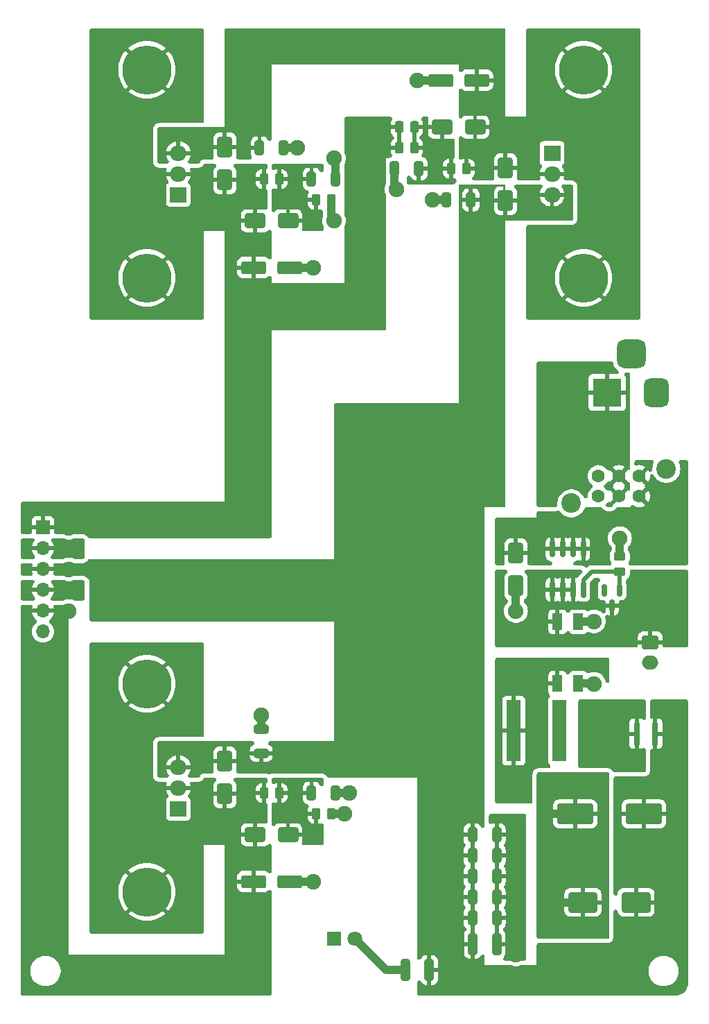
<source format=gtl>
G04 #@! TF.GenerationSoftware,KiCad,Pcbnew,8.0.8-2.fc41*
G04 #@! TF.CreationDate,2025-02-23T13:33:09+00:00*
G04 #@! TF.ProjectId,Power_supply,506f7765-725f-4737-9570-706c792e6b69,rev?*
G04 #@! TF.SameCoordinates,Original*
G04 #@! TF.FileFunction,Copper,L1,Top*
G04 #@! TF.FilePolarity,Positive*
%FSLAX46Y46*%
G04 Gerber Fmt 4.6, Leading zero omitted, Abs format (unit mm)*
G04 Created by KiCad (PCBNEW 8.0.8-2.fc41) date 2025-02-23 13:33:09*
%MOMM*%
%LPD*%
G01*
G04 APERTURE LIST*
G04 Aperture macros list*
%AMRoundRect*
0 Rectangle with rounded corners*
0 $1 Rounding radius*
0 $2 $3 $4 $5 $6 $7 $8 $9 X,Y pos of 4 corners*
0 Add a 4 corners polygon primitive as box body*
4,1,4,$2,$3,$4,$5,$6,$7,$8,$9,$2,$3,0*
0 Add four circle primitives for the rounded corners*
1,1,$1+$1,$2,$3*
1,1,$1+$1,$4,$5*
1,1,$1+$1,$6,$7*
1,1,$1+$1,$8,$9*
0 Add four rect primitives between the rounded corners*
20,1,$1+$1,$2,$3,$4,$5,0*
20,1,$1+$1,$4,$5,$6,$7,0*
20,1,$1+$1,$6,$7,$8,$9,0*
20,1,$1+$1,$8,$9,$2,$3,0*%
G04 Aperture macros list end*
G04 #@! TA.AperFunction,SMDPad,CuDef*
%ADD10RoundRect,0.250000X-0.325000X-0.650000X0.325000X-0.650000X0.325000X0.650000X-0.325000X0.650000X0*%
G04 #@! TD*
G04 #@! TA.AperFunction,SMDPad,CuDef*
%ADD11R,1.800000X7.500000*%
G04 #@! TD*
G04 #@! TA.AperFunction,SMDPad,CuDef*
%ADD12RoundRect,0.250000X-0.650000X1.000000X-0.650000X-1.000000X0.650000X-1.000000X0.650000X1.000000X0*%
G04 #@! TD*
G04 #@! TA.AperFunction,SMDPad,CuDef*
%ADD13RoundRect,0.150000X0.150000X-0.825000X0.150000X0.825000X-0.150000X0.825000X-0.150000X-0.825000X0*%
G04 #@! TD*
G04 #@! TA.AperFunction,SMDPad,CuDef*
%ADD14RoundRect,0.250000X-0.262500X-0.450000X0.262500X-0.450000X0.262500X0.450000X-0.262500X0.450000X0*%
G04 #@! TD*
G04 #@! TA.AperFunction,SMDPad,CuDef*
%ADD15RoundRect,0.250000X0.450000X-0.262500X0.450000X0.262500X-0.450000X0.262500X-0.450000X-0.262500X0*%
G04 #@! TD*
G04 #@! TA.AperFunction,SMDPad,CuDef*
%ADD16RoundRect,0.250000X-1.250000X-0.550000X1.250000X-0.550000X1.250000X0.550000X-1.250000X0.550000X0*%
G04 #@! TD*
G04 #@! TA.AperFunction,SMDPad,CuDef*
%ADD17RoundRect,0.250000X1.000000X0.650000X-1.000000X0.650000X-1.000000X-0.650000X1.000000X-0.650000X0*%
G04 #@! TD*
G04 #@! TA.AperFunction,ComponentPad*
%ADD18RoundRect,0.250000X-0.750000X0.600000X-0.750000X-0.600000X0.750000X-0.600000X0.750000X0.600000X0*%
G04 #@! TD*
G04 #@! TA.AperFunction,ComponentPad*
%ADD19O,2.000000X1.700000*%
G04 #@! TD*
G04 #@! TA.AperFunction,SMDPad,CuDef*
%ADD20R,0.800000X2.700000*%
G04 #@! TD*
G04 #@! TA.AperFunction,SMDPad,CuDef*
%ADD21RoundRect,0.250000X0.312500X1.075000X-0.312500X1.075000X-0.312500X-1.075000X0.312500X-1.075000X0*%
G04 #@! TD*
G04 #@! TA.AperFunction,SMDPad,CuDef*
%ADD22RoundRect,0.250000X0.650000X-1.000000X0.650000X1.000000X-0.650000X1.000000X-0.650000X-1.000000X0*%
G04 #@! TD*
G04 #@! TA.AperFunction,ComponentPad*
%ADD23R,1.800000X1.800000*%
G04 #@! TD*
G04 #@! TA.AperFunction,ComponentPad*
%ADD24C,1.800000*%
G04 #@! TD*
G04 #@! TA.AperFunction,SMDPad,CuDef*
%ADD25RoundRect,0.250000X0.325000X0.650000X-0.325000X0.650000X-0.325000X-0.650000X0.325000X-0.650000X0*%
G04 #@! TD*
G04 #@! TA.AperFunction,ComponentPad*
%ADD26R,1.700000X1.700000*%
G04 #@! TD*
G04 #@! TA.AperFunction,ComponentPad*
%ADD27O,1.700000X1.700000*%
G04 #@! TD*
G04 #@! TA.AperFunction,SMDPad,CuDef*
%ADD28RoundRect,0.250000X1.950000X1.000000X-1.950000X1.000000X-1.950000X-1.000000X1.950000X-1.000000X0*%
G04 #@! TD*
G04 #@! TA.AperFunction,SMDPad,CuDef*
%ADD29RoundRect,0.250000X-1.000000X-0.650000X1.000000X-0.650000X1.000000X0.650000X-1.000000X0.650000X0*%
G04 #@! TD*
G04 #@! TA.AperFunction,SMDPad,CuDef*
%ADD30RoundRect,0.150000X-0.150000X0.587500X-0.150000X-0.587500X0.150000X-0.587500X0.150000X0.587500X0*%
G04 #@! TD*
G04 #@! TA.AperFunction,SMDPad,CuDef*
%ADD31R,1.200000X2.000000*%
G04 #@! TD*
G04 #@! TA.AperFunction,SMDPad,CuDef*
%ADD32RoundRect,0.250000X0.262500X0.450000X-0.262500X0.450000X-0.262500X-0.450000X0.262500X-0.450000X0*%
G04 #@! TD*
G04 #@! TA.AperFunction,ComponentPad*
%ADD33R,2.000000X1.905000*%
G04 #@! TD*
G04 #@! TA.AperFunction,ComponentPad*
%ADD34O,2.000000X1.905000*%
G04 #@! TD*
G04 #@! TA.AperFunction,ComponentPad*
%ADD35C,6.000000*%
G04 #@! TD*
G04 #@! TA.AperFunction,SMDPad,CuDef*
%ADD36RoundRect,0.250000X0.650000X-0.325000X0.650000X0.325000X-0.650000X0.325000X-0.650000X-0.325000X0*%
G04 #@! TD*
G04 #@! TA.AperFunction,SMDPad,CuDef*
%ADD37RoundRect,0.250000X0.250000X0.475000X-0.250000X0.475000X-0.250000X-0.475000X0.250000X-0.475000X0*%
G04 #@! TD*
G04 #@! TA.AperFunction,ComponentPad*
%ADD38R,3.500000X3.500000*%
G04 #@! TD*
G04 #@! TA.AperFunction,ComponentPad*
%ADD39RoundRect,0.750000X0.750000X1.000000X-0.750000X1.000000X-0.750000X-1.000000X0.750000X-1.000000X0*%
G04 #@! TD*
G04 #@! TA.AperFunction,ComponentPad*
%ADD40RoundRect,0.875000X0.875000X0.875000X-0.875000X0.875000X-0.875000X-0.875000X0.875000X-0.875000X0*%
G04 #@! TD*
G04 #@! TA.AperFunction,SMDPad,CuDef*
%ADD41RoundRect,0.250000X1.250000X0.550000X-1.250000X0.550000X-1.250000X-0.550000X1.250000X-0.550000X0*%
G04 #@! TD*
G04 #@! TA.AperFunction,SMDPad,CuDef*
%ADD42RoundRect,0.250000X1.500000X1.000000X-1.500000X1.000000X-1.500000X-1.000000X1.500000X-1.000000X0*%
G04 #@! TD*
G04 #@! TA.AperFunction,SMDPad,CuDef*
%ADD43RoundRect,0.250000X-0.312500X-1.075000X0.312500X-1.075000X0.312500X1.075000X-0.312500X1.075000X0*%
G04 #@! TD*
G04 #@! TA.AperFunction,ComponentPad*
%ADD44C,2.400000*%
G04 #@! TD*
G04 #@! TA.AperFunction,ComponentPad*
%ADD45C,1.600000*%
G04 #@! TD*
G04 #@! TA.AperFunction,ViaPad*
%ADD46C,1.900000*%
G04 #@! TD*
G04 #@! TA.AperFunction,Conductor*
%ADD47C,1.000000*%
G04 #@! TD*
G04 #@! TA.AperFunction,Conductor*
%ADD48C,0.500000*%
G04 #@! TD*
G04 APERTURE END LIST*
D10*
X139495000Y-62865000D03*
X142445000Y-62865000D03*
D11*
X164205000Y-130175000D03*
X169805000Y-130175000D03*
D12*
X128905000Y-133890000D03*
X128905000Y-137890000D03*
D13*
X168910000Y-112965000D03*
X170180000Y-112965000D03*
X171450000Y-112965000D03*
X172720000Y-112965000D03*
X172720000Y-108015000D03*
X171450000Y-108015000D03*
X170180000Y-108015000D03*
X168910000Y-108015000D03*
D14*
X140057500Y-65405000D03*
X141882500Y-65405000D03*
D15*
X177165000Y-110767500D03*
X177165000Y-108942500D03*
D16*
X132420000Y-148590000D03*
X136820000Y-148590000D03*
D17*
X159480000Y-56515000D03*
X155480000Y-56515000D03*
D18*
X180865000Y-119400000D03*
D19*
X180865000Y-121900000D03*
D20*
X179240000Y-130556000D03*
X181440000Y-130556000D03*
D21*
X153862500Y-159385000D03*
X150937500Y-159385000D03*
D22*
X164465000Y-112490000D03*
X164465000Y-108490000D03*
D23*
X142240000Y-155575000D03*
D24*
X144780000Y-155575000D03*
D25*
X158955000Y-65405000D03*
X156005000Y-65405000D03*
D12*
X128905000Y-58960000D03*
X128905000Y-62960000D03*
D26*
X106680000Y-105380000D03*
D27*
X106680000Y-107920000D03*
X106680000Y-110460000D03*
X106680000Y-113000000D03*
X106680000Y-115540000D03*
X106680000Y-118080000D03*
D28*
X180095000Y-140335000D03*
X171695000Y-140335000D03*
D29*
X132620000Y-67945000D03*
X136620000Y-67945000D03*
D22*
X163195000Y-65500000D03*
X163195000Y-61500000D03*
D14*
X133707500Y-62865000D03*
X135532500Y-62865000D03*
D10*
X159180000Y-150495000D03*
X162130000Y-150495000D03*
X159180000Y-147955000D03*
X162130000Y-147955000D03*
D29*
X132620000Y-142875000D03*
X136620000Y-142875000D03*
D30*
X177165000Y-113030000D03*
X175265000Y-113030000D03*
X176215000Y-114905000D03*
D16*
X132420000Y-73660000D03*
X136820000Y-73660000D03*
D31*
X172085000Y-116900000D03*
X169545000Y-116900000D03*
X169545000Y-124400000D03*
X172085000Y-124400000D03*
D32*
X152042500Y-59055000D03*
X150217500Y-59055000D03*
D25*
X152605000Y-61595000D03*
X149655000Y-61595000D03*
D14*
X140057500Y-140335000D03*
X141882500Y-140335000D03*
D33*
X123225000Y-139700000D03*
D34*
X123225000Y-137160000D03*
X123225000Y-134620000D03*
D33*
X123225000Y-64770000D03*
D34*
X123225000Y-62230000D03*
X123225000Y-59690000D03*
D35*
X119380000Y-149860000D03*
X119380000Y-124460000D03*
D10*
X159180000Y-145415000D03*
X162130000Y-145415000D03*
X133145000Y-59055000D03*
X136095000Y-59055000D03*
D33*
X168875000Y-59690000D03*
D34*
X168875000Y-62230000D03*
X168875000Y-64770000D03*
D10*
X159180000Y-153035000D03*
X162130000Y-153035000D03*
D35*
X119380000Y-74930000D03*
X119380000Y-49530000D03*
D36*
X133350000Y-132920000D03*
X133350000Y-129970000D03*
D37*
X152080000Y-56515000D03*
X150180000Y-56515000D03*
D38*
X175610000Y-88900000D03*
D39*
X181610000Y-88900000D03*
D40*
X178610000Y-84200000D03*
D14*
X133707500Y-137795000D03*
X135532500Y-137795000D03*
D41*
X159680000Y-50800000D03*
X155280000Y-50800000D03*
D10*
X139495000Y-137795000D03*
X142445000Y-137795000D03*
D32*
X158392500Y-61595000D03*
X156567500Y-61595000D03*
D10*
X159180000Y-142875000D03*
X162130000Y-142875000D03*
D42*
X179145000Y-151130000D03*
X172645000Y-151130000D03*
D43*
X159192500Y-156210000D03*
X162117500Y-156210000D03*
D35*
X172720000Y-49530000D03*
X172720000Y-74930000D03*
D44*
X171238000Y-102430000D03*
X182838000Y-98230000D03*
D45*
X174538000Y-101580000D03*
X177038000Y-101580000D03*
X179538000Y-101580000D03*
X174538000Y-99080000D03*
X177038000Y-99080000D03*
X179538000Y-99080000D03*
D46*
X109855000Y-110490000D03*
X139700000Y-73660000D03*
X133350000Y-128270000D03*
X154305000Y-65405000D03*
X109855000Y-113030000D03*
X142240000Y-67945000D03*
X152400000Y-50800000D03*
X143510000Y-140335000D03*
X173990000Y-124460000D03*
X164465000Y-152400000D03*
X139700000Y-148590000D03*
X142240000Y-60325000D03*
X109855000Y-107950000D03*
X144145000Y-137795000D03*
X164465000Y-142240000D03*
X169545000Y-151130000D03*
X164465000Y-147320000D03*
X164465000Y-157480000D03*
X137795000Y-59055000D03*
X168275000Y-140335000D03*
X149860000Y-64135000D03*
X137160000Y-64770000D03*
X137160000Y-139700000D03*
X109855000Y-105410000D03*
X109855000Y-115570000D03*
X164465000Y-115570000D03*
X177165000Y-106680000D03*
X173990000Y-116840000D03*
X154940000Y-59690000D03*
D47*
X149655000Y-61595000D02*
X149655000Y-63930000D01*
X142445000Y-62865000D02*
X142445000Y-60530000D01*
X142445000Y-137795000D02*
X144145000Y-137795000D01*
X141882500Y-140335000D02*
X143510000Y-140335000D01*
X169545000Y-151130000D02*
X172645000Y-151130000D01*
X141882500Y-67587500D02*
X141882500Y-65405000D01*
X168275000Y-140335000D02*
X171695000Y-140335000D01*
X136095000Y-59055000D02*
X137795000Y-59055000D01*
X172085000Y-124400000D02*
X173930000Y-124400000D01*
X142240000Y-67945000D02*
X141882500Y-67587500D01*
X136820000Y-148590000D02*
X139700000Y-148590000D01*
X142445000Y-60530000D02*
X142240000Y-60325000D01*
X149655000Y-63930000D02*
X149860000Y-64135000D01*
X156005000Y-65405000D02*
X154305000Y-65405000D01*
X136820000Y-73660000D02*
X139700000Y-73660000D01*
X173930000Y-124400000D02*
X173990000Y-124460000D01*
X155280000Y-50800000D02*
X152400000Y-50800000D01*
X133350000Y-129970000D02*
X133350000Y-128270000D01*
X173930000Y-116900000D02*
X173990000Y-116840000D01*
X164465000Y-115570000D02*
X164465000Y-112490000D01*
X172085000Y-116900000D02*
X173930000Y-116900000D01*
X177165000Y-106680000D02*
X177165000Y-108942500D01*
D48*
X172720000Y-111760000D02*
X172720000Y-112965000D01*
X177165000Y-110767500D02*
X173712500Y-110767500D01*
X173712500Y-110767500D02*
X172720000Y-111760000D01*
X177165000Y-113030000D02*
X177165000Y-110767500D01*
D47*
X150937500Y-159385000D02*
X148590000Y-159385000D01*
X148590000Y-159385000D02*
X144780000Y-155575000D01*
G04 #@! TA.AperFunction,Conductor*
G36*
X142240000Y-116840000D02*
G01*
X112644000Y-116840000D01*
X112548712Y-116821046D01*
X112467930Y-116767070D01*
X112413954Y-116686288D01*
X112395000Y-116591000D01*
X112395000Y-111760001D01*
X112395000Y-111760000D01*
X112394999Y-111760000D01*
X112378497Y-111760000D01*
X112283209Y-111741046D01*
X112202427Y-111687070D01*
X112166589Y-111640075D01*
X112166298Y-111640270D01*
X112163185Y-111635612D01*
X112162118Y-111634212D01*
X112161355Y-111632873D01*
X112107380Y-111552092D01*
X112074947Y-111508767D01*
X111967908Y-111412620D01*
X111967205Y-111412150D01*
X111887150Y-111358659D01*
X111887121Y-111358641D01*
X111840590Y-111331033D01*
X111704907Y-111283167D01*
X111704903Y-111283166D01*
X111609614Y-111264212D01*
X111511000Y-111254500D01*
X110618907Y-111254500D01*
X110618906Y-111254500D01*
X110592816Y-111255173D01*
X110569203Y-111256394D01*
X110567121Y-111256502D01*
X110505553Y-111267430D01*
X110443985Y-111278359D01*
X110385117Y-111296549D01*
X110363548Y-111303214D01*
X110351156Y-111307043D01*
X110351146Y-111307046D01*
X110259806Y-111345435D01*
X110254032Y-111348560D01*
X110216389Y-111365070D01*
X110107295Y-111402522D01*
X110067431Y-111412617D01*
X109991818Y-111425235D01*
X109953650Y-111431604D01*
X109912669Y-111435000D01*
X109797331Y-111435000D01*
X109756347Y-111431604D01*
X109699458Y-111422111D01*
X109642571Y-111412618D01*
X109602705Y-111402522D01*
X109493603Y-111365067D01*
X109455948Y-111348551D01*
X109450183Y-111345431D01*
X109426906Y-111333601D01*
X109403699Y-111322551D01*
X109403696Y-111322550D01*
X109403694Y-111322549D01*
X109285001Y-111283167D01*
X109191641Y-111264597D01*
X109189711Y-111264213D01*
X109189709Y-111264212D01*
X109189705Y-111264212D01*
X109091093Y-111254500D01*
X108188563Y-111254500D01*
X108093275Y-111235546D01*
X108012493Y-111181570D01*
X107958517Y-111100788D01*
X107939563Y-111005500D01*
X107952100Y-110934389D01*
X107950618Y-110933992D01*
X108010636Y-110710001D01*
X108010636Y-110710000D01*
X107113012Y-110710000D01*
X107145925Y-110652993D01*
X107180000Y-110525826D01*
X107180000Y-110394174D01*
X107145925Y-110267007D01*
X107113012Y-110210000D01*
X108010636Y-110210000D01*
X108010635Y-110209999D01*
X107964802Y-110038946D01*
X107958448Y-109941999D01*
X107989678Y-109850000D01*
X108053736Y-109776955D01*
X108140872Y-109733984D01*
X108205318Y-109725500D01*
X109091094Y-109725500D01*
X109094355Y-109725415D01*
X109117192Y-109724826D01*
X109142879Y-109723498D01*
X109266019Y-109701640D01*
X109358843Y-109672957D01*
X109450202Y-109634559D01*
X109455935Y-109631455D01*
X109493608Y-109614928D01*
X109602716Y-109577472D01*
X109642566Y-109567381D01*
X109721064Y-109554282D01*
X109756346Y-109548396D01*
X109797327Y-109545000D01*
X109912671Y-109545000D01*
X109953654Y-109548396D01*
X110067427Y-109567381D01*
X110107292Y-109577476D01*
X110164592Y-109597146D01*
X110216386Y-109614927D01*
X110254050Y-109631448D01*
X110259801Y-109634561D01*
X110283090Y-109646397D01*
X110306313Y-109657454D01*
X110425001Y-109696833D01*
X110520289Y-109715787D01*
X110618907Y-109725500D01*
X110618910Y-109725500D01*
X111510997Y-109725500D01*
X111511000Y-109725500D01*
X111609618Y-109715787D01*
X111704906Y-109696833D01*
X111757335Y-109683451D01*
X111887126Y-109621356D01*
X111967908Y-109567380D01*
X112011233Y-109534947D01*
X112107380Y-109427908D01*
X112161356Y-109347126D01*
X112164435Y-109341937D01*
X112229360Y-109269661D01*
X112317003Y-109227733D01*
X112378575Y-109220000D01*
X142239999Y-109220000D01*
X142240000Y-109220000D01*
X142240000Y-116840000D01*
G37*
G04 #@! TD.AperFunction*
G04 #@! TA.AperFunction,Conductor*
G36*
X105249970Y-109744454D02*
G01*
X105330752Y-109798430D01*
X105384728Y-109879212D01*
X105403682Y-109974500D01*
X105395198Y-110038946D01*
X105349364Y-110209999D01*
X105349364Y-110210000D01*
X106246988Y-110210000D01*
X106214075Y-110267007D01*
X106180000Y-110394174D01*
X106180000Y-110525826D01*
X106214075Y-110652993D01*
X106246988Y-110710000D01*
X105349364Y-110710000D01*
X105349363Y-110710001D01*
X105409382Y-110933992D01*
X105407597Y-110934470D01*
X105420200Y-111016372D01*
X105397103Y-111110742D01*
X105339651Y-111189090D01*
X105256590Y-111239487D01*
X105171437Y-111254500D01*
X104249500Y-111254500D01*
X104154212Y-111235546D01*
X104073430Y-111181570D01*
X104019454Y-111100788D01*
X104000500Y-111005500D01*
X104000500Y-109974500D01*
X104019454Y-109879212D01*
X104073430Y-109798430D01*
X104154212Y-109744454D01*
X104249500Y-109725500D01*
X105154682Y-109725500D01*
X105249970Y-109744454D01*
G37*
G04 #@! TD.AperFunction*
G04 #@! TA.AperFunction,Conductor*
G36*
X140816288Y-135908954D02*
G01*
X140897070Y-135962930D01*
X140951046Y-136043712D01*
X140970000Y-136139000D01*
X140970000Y-136702801D01*
X140951046Y-136798089D01*
X140897070Y-136878871D01*
X140816288Y-136932847D01*
X140721000Y-136951801D01*
X140625712Y-136932847D01*
X140544930Y-136878871D01*
X140509072Y-136833520D01*
X140412318Y-136676658D01*
X140412315Y-136676654D01*
X140288345Y-136552684D01*
X140288341Y-136552681D01*
X140139121Y-136460641D01*
X140139120Y-136460640D01*
X139972701Y-136405495D01*
X139972694Y-136405494D01*
X139869981Y-136395000D01*
X139745001Y-136395000D01*
X139745000Y-136395001D01*
X139745000Y-137546000D01*
X139726046Y-137641288D01*
X139672070Y-137722070D01*
X139591288Y-137776046D01*
X139496000Y-137795000D01*
X139495000Y-137795000D01*
X139495000Y-137796000D01*
X139476046Y-137891288D01*
X139422070Y-137972070D01*
X139341288Y-138026046D01*
X139246000Y-138045000D01*
X138420002Y-138045000D01*
X138420001Y-138045001D01*
X138420001Y-138494984D01*
X138430494Y-138597699D01*
X138430495Y-138597702D01*
X138485640Y-138764119D01*
X138485641Y-138764121D01*
X138577681Y-138913341D01*
X138577684Y-138913345D01*
X138701654Y-139037315D01*
X138701658Y-139037318D01*
X138850876Y-139129357D01*
X138991187Y-139175851D01*
X139075677Y-139223816D01*
X139135380Y-139300462D01*
X139161208Y-139394121D01*
X139149228Y-139490534D01*
X139124797Y-139542927D01*
X139110642Y-139565875D01*
X139110640Y-139565879D01*
X139055495Y-139732298D01*
X139055494Y-139732305D01*
X139045000Y-139835018D01*
X139045000Y-140084999D01*
X139045001Y-140085000D01*
X139808500Y-140085000D01*
X139903788Y-140103954D01*
X139984570Y-140157930D01*
X140038546Y-140238712D01*
X140057500Y-140334000D01*
X140057500Y-140335000D01*
X140058500Y-140335000D01*
X140153788Y-140353954D01*
X140234570Y-140407930D01*
X140288546Y-140488712D01*
X140307500Y-140584000D01*
X140307500Y-141534998D01*
X140307501Y-141534999D01*
X140369968Y-141534999D01*
X140369984Y-141534998D01*
X140472699Y-141524505D01*
X140642677Y-141468180D01*
X140739091Y-141456199D01*
X140832750Y-141482026D01*
X140909396Y-141541729D01*
X140957361Y-141626218D01*
X140970000Y-141704541D01*
X140970000Y-143896000D01*
X140951046Y-143991288D01*
X140897070Y-144072070D01*
X140816288Y-144126046D01*
X140721000Y-144145000D01*
X138549482Y-144145000D01*
X138454194Y-144126046D01*
X138373412Y-144072070D01*
X138319436Y-143991288D01*
X138300482Y-143896000D01*
X138313121Y-143817678D01*
X138359504Y-143677701D01*
X138359505Y-143677694D01*
X138369999Y-143574981D01*
X138370000Y-143574971D01*
X138370000Y-143125001D01*
X138369999Y-143125000D01*
X136869000Y-143125000D01*
X136773712Y-143106046D01*
X136692930Y-143052070D01*
X136638954Y-142971288D01*
X136620000Y-142876000D01*
X136620000Y-142875000D01*
X136619000Y-142875000D01*
X136523712Y-142856046D01*
X136442930Y-142802070D01*
X136388954Y-142721288D01*
X136370000Y-142626000D01*
X136370000Y-141475001D01*
X136870000Y-141475001D01*
X136870000Y-142625000D01*
X138369998Y-142625000D01*
X138369999Y-142624999D01*
X138369999Y-142175032D01*
X138369998Y-142175015D01*
X138359505Y-142072300D01*
X138359504Y-142072297D01*
X138304359Y-141905880D01*
X138304358Y-141905878D01*
X138212318Y-141756658D01*
X138212315Y-141756654D01*
X138088345Y-141632684D01*
X138088341Y-141632681D01*
X137939121Y-141540641D01*
X137939120Y-141540640D01*
X137772701Y-141485495D01*
X137772694Y-141485494D01*
X137669981Y-141475000D01*
X136870001Y-141475000D01*
X136870000Y-141475001D01*
X136370000Y-141475001D01*
X136369999Y-141475000D01*
X135570023Y-141475000D01*
X135467300Y-141485494D01*
X135467297Y-141485495D01*
X135300880Y-141540640D01*
X135300878Y-141540641D01*
X135151658Y-141632681D01*
X135151654Y-141632684D01*
X135045070Y-141739269D01*
X134964288Y-141793245D01*
X134869000Y-141812199D01*
X134773712Y-141793245D01*
X134692930Y-141739269D01*
X134638954Y-141658487D01*
X134620000Y-141563199D01*
X134620000Y-140585001D01*
X139045001Y-140585001D01*
X139045001Y-140834984D01*
X139055494Y-140937699D01*
X139055495Y-140937702D01*
X139110640Y-141104119D01*
X139110641Y-141104121D01*
X139202681Y-141253341D01*
X139202684Y-141253345D01*
X139326654Y-141377315D01*
X139326658Y-141377318D01*
X139475878Y-141469358D01*
X139475879Y-141469359D01*
X139642298Y-141524504D01*
X139642305Y-141524505D01*
X139745023Y-141534999D01*
X139807500Y-141534998D01*
X139807500Y-140585000D01*
X139045002Y-140585000D01*
X139045001Y-140585001D01*
X134620000Y-140585001D01*
X134620000Y-139164541D01*
X134638954Y-139069253D01*
X134692930Y-138988471D01*
X134773712Y-138934495D01*
X134869000Y-138915541D01*
X134947322Y-138928180D01*
X135117298Y-138984504D01*
X135117305Y-138984505D01*
X135220023Y-138994999D01*
X135282500Y-138994998D01*
X135282500Y-138045001D01*
X135782500Y-138045001D01*
X135782500Y-138994998D01*
X135782501Y-138994999D01*
X135844968Y-138994999D01*
X135844984Y-138994998D01*
X135947699Y-138984505D01*
X135947702Y-138984504D01*
X136114119Y-138929359D01*
X136114121Y-138929358D01*
X136263341Y-138837318D01*
X136263345Y-138837315D01*
X136387315Y-138713345D01*
X136387318Y-138713341D01*
X136479358Y-138564121D01*
X136479359Y-138564120D01*
X136534504Y-138397701D01*
X136534505Y-138397694D01*
X136544999Y-138294981D01*
X136545000Y-138294971D01*
X136545000Y-138045001D01*
X136544999Y-138045000D01*
X135782501Y-138045000D01*
X135782500Y-138045001D01*
X135282500Y-138045001D01*
X135282500Y-136595001D01*
X135782500Y-136595001D01*
X135782500Y-137544999D01*
X135782501Y-137545000D01*
X136544998Y-137545000D01*
X136544999Y-137544999D01*
X136544999Y-137295032D01*
X136544998Y-137295015D01*
X136534505Y-137192300D01*
X136534504Y-137192297D01*
X136502269Y-137095018D01*
X138420000Y-137095018D01*
X138420000Y-137544999D01*
X138420001Y-137545000D01*
X139245000Y-137545000D01*
X139245000Y-136394999D01*
X139120024Y-136395000D01*
X139017300Y-136405494D01*
X139017297Y-136405495D01*
X138850880Y-136460640D01*
X138850878Y-136460641D01*
X138701658Y-136552681D01*
X138701654Y-136552684D01*
X138577684Y-136676654D01*
X138577681Y-136676658D01*
X138485641Y-136825878D01*
X138485640Y-136825879D01*
X138430495Y-136992298D01*
X138430494Y-136992305D01*
X138420000Y-137095018D01*
X136502269Y-137095018D01*
X136479359Y-137025880D01*
X136479358Y-137025878D01*
X136387318Y-136876658D01*
X136387315Y-136876654D01*
X136263345Y-136752684D01*
X136263341Y-136752681D01*
X136114121Y-136660641D01*
X136114120Y-136660640D01*
X135947701Y-136605495D01*
X135947694Y-136605494D01*
X135844981Y-136595000D01*
X135782501Y-136595000D01*
X135782500Y-136595001D01*
X135282500Y-136595001D01*
X135282500Y-136595000D01*
X135282499Y-136594999D01*
X135220024Y-136595000D01*
X135117300Y-136605494D01*
X135117294Y-136605495D01*
X134947321Y-136661819D01*
X134850908Y-136673800D01*
X134757249Y-136647972D01*
X134680603Y-136588269D01*
X134632639Y-136503779D01*
X134620000Y-136425458D01*
X134620000Y-136139000D01*
X134638954Y-136043712D01*
X134692930Y-135962930D01*
X134773712Y-135908954D01*
X134869000Y-135890000D01*
X140721000Y-135890000D01*
X140816288Y-135908954D01*
G37*
G04 #@! TD.AperFunction*
G04 #@! TA.AperFunction,Conductor*
G36*
X132353089Y-131463954D02*
G01*
X132433871Y-131517930D01*
X132487847Y-131598712D01*
X132506801Y-131694000D01*
X132487847Y-131789288D01*
X132433871Y-131870070D01*
X132388520Y-131905928D01*
X132231658Y-132002681D01*
X132231654Y-132002684D01*
X132107684Y-132126654D01*
X132107681Y-132126658D01*
X132015641Y-132275878D01*
X132015640Y-132275879D01*
X131960495Y-132442298D01*
X131960494Y-132442305D01*
X131950000Y-132545018D01*
X131950000Y-132669999D01*
X131950001Y-132670000D01*
X134749998Y-132670000D01*
X134749999Y-132669999D01*
X134749999Y-132545032D01*
X134749998Y-132545015D01*
X134739505Y-132442300D01*
X134739504Y-132442297D01*
X134684359Y-132275880D01*
X134684358Y-132275878D01*
X134592318Y-132126658D01*
X134592315Y-132126654D01*
X134468345Y-132002684D01*
X134468341Y-132002681D01*
X134311480Y-131905928D01*
X134240329Y-131839772D01*
X134199911Y-131751424D01*
X134196379Y-131654333D01*
X134230271Y-131563281D01*
X134296427Y-131492130D01*
X134384775Y-131451712D01*
X134442199Y-131445000D01*
X142239999Y-131445000D01*
X142240000Y-131445000D01*
X142240000Y-135890000D01*
X141588497Y-135890000D01*
X141493209Y-135871046D01*
X141412427Y-135817070D01*
X141376589Y-135770075D01*
X141376298Y-135770270D01*
X141373185Y-135765612D01*
X141372118Y-135764212D01*
X141371355Y-135762873D01*
X141317380Y-135682092D01*
X141284947Y-135638767D01*
X141177908Y-135542620D01*
X141177205Y-135542150D01*
X141097150Y-135488659D01*
X141097121Y-135488641D01*
X141050590Y-135461033D01*
X140914907Y-135413167D01*
X140914903Y-135413166D01*
X140819614Y-135394212D01*
X140721000Y-135384500D01*
X134869000Y-135384500D01*
X134868999Y-135384500D01*
X134770387Y-135394212D01*
X134675086Y-135413168D01*
X134622665Y-135426549D01*
X134622660Y-135426550D01*
X134492869Y-135488645D01*
X134490440Y-135490029D01*
X134488923Y-135490533D01*
X134484851Y-135492482D01*
X134484606Y-135491970D01*
X134398255Y-135520705D01*
X134301348Y-135513768D01*
X134240186Y-135487789D01*
X134195091Y-135461034D01*
X134195088Y-135461032D01*
X134059407Y-135413167D01*
X134059403Y-135413166D01*
X133964114Y-135394212D01*
X133865500Y-135384500D01*
X130526068Y-135384500D01*
X130430780Y-135365546D01*
X130349998Y-135311570D01*
X130296022Y-135230788D01*
X130277068Y-135135500D01*
X130289707Y-135057176D01*
X130294505Y-135042694D01*
X130304999Y-134939981D01*
X130305000Y-134939971D01*
X130305000Y-134140001D01*
X130304999Y-134140000D01*
X127505002Y-134140000D01*
X127505001Y-134140001D01*
X127505001Y-134939984D01*
X127515494Y-135042698D01*
X127520293Y-135057179D01*
X127532273Y-135153592D01*
X127506445Y-135247251D01*
X127446742Y-135323897D01*
X127362252Y-135371862D01*
X127283931Y-135384500D01*
X126364994Y-135384500D01*
X126293063Y-135389644D01*
X126155008Y-135430181D01*
X126155005Y-135430182D01*
X126033967Y-135507969D01*
X126033965Y-135507971D01*
X125939747Y-135616704D01*
X125939746Y-135616705D01*
X125939746Y-135616706D01*
X125881410Y-135744442D01*
X125824589Y-135823241D01*
X125741932Y-135874300D01*
X125654915Y-135890000D01*
X124633870Y-135890000D01*
X124538582Y-135871046D01*
X124457800Y-135817070D01*
X124403824Y-135736288D01*
X124384870Y-135641000D01*
X124403824Y-135545712D01*
X124432425Y-135494642D01*
X124514782Y-135381285D01*
X124514786Y-135381280D01*
X124618584Y-135177563D01*
X124618586Y-135177558D01*
X124689234Y-134960125D01*
X124703509Y-134870000D01*
X123715748Y-134870000D01*
X123737518Y-134832292D01*
X123775000Y-134692409D01*
X123775000Y-134547591D01*
X123737518Y-134407708D01*
X123715748Y-134370000D01*
X124703509Y-134370000D01*
X124689234Y-134279874D01*
X124618586Y-134062441D01*
X124618584Y-134062436D01*
X124514786Y-133858719D01*
X124380407Y-133673763D01*
X124218736Y-133512092D01*
X124033779Y-133377713D01*
X124033780Y-133377713D01*
X123830063Y-133273915D01*
X123830058Y-133273913D01*
X123612631Y-133203267D01*
X123612617Y-133203263D01*
X123475000Y-133181466D01*
X123475000Y-134129252D01*
X123437292Y-134107482D01*
X123297409Y-134070000D01*
X123152591Y-134070000D01*
X123012708Y-134107482D01*
X122975000Y-134129252D01*
X122975000Y-133181467D01*
X122974999Y-133181466D01*
X122837382Y-133203263D01*
X122837368Y-133203267D01*
X122619941Y-133273913D01*
X122619936Y-133273915D01*
X122416219Y-133377713D01*
X122231263Y-133512092D01*
X122069592Y-133673763D01*
X121935213Y-133858719D01*
X121831415Y-134062436D01*
X121831413Y-134062441D01*
X121760765Y-134279874D01*
X121746491Y-134370000D01*
X122734252Y-134370000D01*
X122712482Y-134407708D01*
X122675000Y-134547591D01*
X122675000Y-134692409D01*
X122712482Y-134832292D01*
X122734252Y-134870000D01*
X121746491Y-134870000D01*
X121760765Y-134960125D01*
X121831413Y-135177558D01*
X121831415Y-135177563D01*
X121935213Y-135381280D01*
X121935217Y-135381285D01*
X122017575Y-135494642D01*
X122058250Y-135582872D01*
X122062064Y-135679952D01*
X122028437Y-135771102D01*
X121962488Y-135842445D01*
X121874258Y-135883120D01*
X121816130Y-135890000D01*
X120899000Y-135890000D01*
X120803712Y-135871046D01*
X120722930Y-135817070D01*
X120668954Y-135736288D01*
X120650000Y-135641000D01*
X120650000Y-132840018D01*
X127505000Y-132840018D01*
X127505000Y-133639999D01*
X127505001Y-133640000D01*
X128654999Y-133640000D01*
X128655000Y-133639999D01*
X128655000Y-132140001D01*
X129155000Y-132140001D01*
X129155000Y-133639999D01*
X129155001Y-133640000D01*
X130304998Y-133640000D01*
X130304999Y-133639999D01*
X130304999Y-133170001D01*
X131950001Y-133170001D01*
X131950001Y-133294984D01*
X131960494Y-133397699D01*
X131960495Y-133397702D01*
X132015640Y-133564119D01*
X132015641Y-133564121D01*
X132107681Y-133713341D01*
X132107684Y-133713345D01*
X132231654Y-133837315D01*
X132231658Y-133837318D01*
X132380878Y-133929358D01*
X132380879Y-133929359D01*
X132547298Y-133984504D01*
X132547305Y-133984505D01*
X132650023Y-133994999D01*
X133100000Y-133994999D01*
X133100000Y-133170001D01*
X133600000Y-133170001D01*
X133600000Y-133994998D01*
X133600001Y-133994999D01*
X134049968Y-133994999D01*
X134049984Y-133994998D01*
X134152699Y-133984505D01*
X134152702Y-133984504D01*
X134319119Y-133929359D01*
X134319121Y-133929358D01*
X134468341Y-133837318D01*
X134468345Y-133837315D01*
X134592315Y-133713345D01*
X134592318Y-133713341D01*
X134684358Y-133564121D01*
X134684359Y-133564120D01*
X134739504Y-133397701D01*
X134739505Y-133397694D01*
X134749999Y-133294981D01*
X134750000Y-133294971D01*
X134750000Y-133170001D01*
X134749999Y-133170000D01*
X133600001Y-133170000D01*
X133600000Y-133170001D01*
X133100000Y-133170001D01*
X133099999Y-133170000D01*
X131950002Y-133170000D01*
X131950001Y-133170001D01*
X130304999Y-133170001D01*
X130304999Y-132840032D01*
X130304998Y-132840015D01*
X130294505Y-132737300D01*
X130294504Y-132737297D01*
X130239359Y-132570880D01*
X130239358Y-132570878D01*
X130147318Y-132421658D01*
X130147315Y-132421654D01*
X130023345Y-132297684D01*
X130023341Y-132297681D01*
X129874121Y-132205641D01*
X129874120Y-132205640D01*
X129707701Y-132150495D01*
X129707694Y-132150494D01*
X129604981Y-132140000D01*
X129155001Y-132140000D01*
X129155000Y-132140001D01*
X128655000Y-132140001D01*
X128654999Y-132140000D01*
X128205024Y-132140000D01*
X128102300Y-132150494D01*
X128102297Y-132150495D01*
X127935880Y-132205640D01*
X127935878Y-132205641D01*
X127786658Y-132297681D01*
X127786654Y-132297684D01*
X127662684Y-132421654D01*
X127662681Y-132421658D01*
X127570641Y-132570878D01*
X127570640Y-132570879D01*
X127515495Y-132737298D01*
X127515494Y-132737305D01*
X127505000Y-132840018D01*
X120650000Y-132840018D01*
X120650000Y-131694000D01*
X120668954Y-131598712D01*
X120722930Y-131517930D01*
X120803712Y-131463954D01*
X120899000Y-131445000D01*
X132257801Y-131445000D01*
X132353089Y-131463954D01*
G37*
G04 #@! TD.AperFunction*
G04 #@! TA.AperFunction,Conductor*
G36*
X105517176Y-106698954D02*
G01*
X105597958Y-106752930D01*
X105651934Y-106833712D01*
X105670888Y-106929000D01*
X105651934Y-107024288D01*
X105625856Y-107071821D01*
X105506405Y-107242413D01*
X105506396Y-107242428D01*
X105406570Y-107456505D01*
X105406566Y-107456516D01*
X105349363Y-107669998D01*
X105349364Y-107670000D01*
X106246988Y-107670000D01*
X106214075Y-107727007D01*
X106180000Y-107854174D01*
X106180000Y-107985826D01*
X106214075Y-108112993D01*
X106246988Y-108170000D01*
X105349364Y-108170000D01*
X105349363Y-108170001D01*
X105406566Y-108383483D01*
X105406566Y-108383485D01*
X105506399Y-108597576D01*
X105641889Y-108791076D01*
X105645743Y-108794930D01*
X105648169Y-108798561D01*
X105648878Y-108799406D01*
X105648785Y-108799483D01*
X105699719Y-108875712D01*
X105718673Y-108971000D01*
X105699719Y-109066288D01*
X105645743Y-109147070D01*
X105564961Y-109201046D01*
X105469673Y-109220000D01*
X104249500Y-109220000D01*
X104154212Y-109201046D01*
X104073430Y-109147070D01*
X104019454Y-109066288D01*
X104000500Y-108971000D01*
X104000500Y-106929000D01*
X104019454Y-106833712D01*
X104073430Y-106752930D01*
X104154212Y-106698954D01*
X104249500Y-106680000D01*
X105421888Y-106680000D01*
X105517176Y-106698954D01*
G37*
G04 #@! TD.AperFunction*
G04 #@! TA.AperFunction,Conductor*
G36*
X109186381Y-106698954D02*
G01*
X109209601Y-106710010D01*
X109270344Y-106742882D01*
X109497703Y-106820934D01*
X109734808Y-106860500D01*
X109975192Y-106860500D01*
X110212297Y-106820934D01*
X110439656Y-106742882D01*
X110500396Y-106710010D01*
X110593220Y-106681328D01*
X110618907Y-106680000D01*
X111511000Y-106680000D01*
X111606288Y-106698954D01*
X111687070Y-106752930D01*
X111741046Y-106833712D01*
X111760000Y-106929000D01*
X111760000Y-108971000D01*
X111741046Y-109066288D01*
X111687070Y-109147070D01*
X111606288Y-109201046D01*
X111511000Y-109220000D01*
X110618907Y-109220000D01*
X110523619Y-109201046D01*
X110500396Y-109189989D01*
X110439655Y-109157117D01*
X110212297Y-109079066D01*
X110212294Y-109079065D01*
X109975192Y-109039500D01*
X109734808Y-109039500D01*
X109497705Y-109079065D01*
X109497702Y-109079066D01*
X109270344Y-109157117D01*
X109209604Y-109189989D01*
X109116780Y-109218672D01*
X109091093Y-109220000D01*
X107890327Y-109220000D01*
X107795039Y-109201046D01*
X107714257Y-109147070D01*
X107660281Y-109066288D01*
X107641327Y-108971000D01*
X107660281Y-108875712D01*
X107711214Y-108799483D01*
X107711122Y-108799406D01*
X107711830Y-108798561D01*
X107714257Y-108794930D01*
X107718110Y-108791076D01*
X107853600Y-108597576D01*
X107953433Y-108383485D01*
X107953433Y-108383483D01*
X108010636Y-108170001D01*
X108010636Y-108170000D01*
X107113012Y-108170000D01*
X107145925Y-108112993D01*
X107180000Y-107985826D01*
X107180000Y-107854174D01*
X107145925Y-107727007D01*
X107113012Y-107670000D01*
X108010636Y-107670000D01*
X108010636Y-107669998D01*
X107953433Y-107456516D01*
X107953429Y-107456505D01*
X107853603Y-107242428D01*
X107853594Y-107242413D01*
X107734144Y-107071821D01*
X107695014Y-106982894D01*
X107692895Y-106885762D01*
X107728107Y-106795213D01*
X107795291Y-106725032D01*
X107884218Y-106685902D01*
X107938112Y-106680000D01*
X109091093Y-106680000D01*
X109186381Y-106698954D01*
G37*
G04 #@! TD.AperFunction*
G04 #@! TA.AperFunction,Conductor*
G36*
X109715362Y-114695910D02*
G01*
X109792643Y-114754789D01*
X109841509Y-114838760D01*
X109855000Y-114919608D01*
X109855000Y-157480000D01*
X128905000Y-157480000D01*
X128905000Y-158115000D01*
X134620000Y-158115000D01*
X134620000Y-162250500D01*
X134601046Y-162345788D01*
X134547070Y-162426570D01*
X134466288Y-162480546D01*
X134371000Y-162499500D01*
X104249500Y-162499500D01*
X104154212Y-162480546D01*
X104073430Y-162426570D01*
X104019454Y-162345788D01*
X104000500Y-162250500D01*
X104000500Y-159378712D01*
X105149500Y-159378712D01*
X105149500Y-159621287D01*
X105181162Y-159861790D01*
X105181163Y-159861795D01*
X105243940Y-160096082D01*
X105243948Y-160096105D01*
X105336770Y-160320201D01*
X105336778Y-160320217D01*
X105458058Y-160530279D01*
X105458064Y-160530289D01*
X105605729Y-160722731D01*
X105605738Y-160722741D01*
X105777258Y-160894261D01*
X105777268Y-160894270D01*
X105898491Y-160987287D01*
X105969711Y-161041936D01*
X105969720Y-161041941D01*
X106179782Y-161163221D01*
X106179798Y-161163229D01*
X106319858Y-161221242D01*
X106403900Y-161256054D01*
X106403911Y-161256057D01*
X106403917Y-161256059D01*
X106587021Y-161305121D01*
X106638211Y-161318838D01*
X106878712Y-161350500D01*
X107121288Y-161350500D01*
X107361789Y-161318838D01*
X107523275Y-161275567D01*
X107596082Y-161256059D01*
X107596084Y-161256058D01*
X107596100Y-161256054D01*
X107747766Y-161193231D01*
X107820201Y-161163229D01*
X107820206Y-161163226D01*
X107820212Y-161163224D01*
X108030289Y-161041936D01*
X108222738Y-160894265D01*
X108394265Y-160722738D01*
X108541936Y-160530289D01*
X108663224Y-160320212D01*
X108756054Y-160096100D01*
X108818838Y-159861789D01*
X108850500Y-159621288D01*
X108850500Y-159378712D01*
X108818838Y-159138211D01*
X108756054Y-158903900D01*
X108721242Y-158819858D01*
X108663229Y-158679798D01*
X108663221Y-158679782D01*
X108541941Y-158469720D01*
X108541935Y-158469710D01*
X108394270Y-158277268D01*
X108394261Y-158277258D01*
X108222741Y-158105738D01*
X108222731Y-158105729D01*
X108030289Y-157958064D01*
X108030279Y-157958058D01*
X107820217Y-157836778D01*
X107820201Y-157836770D01*
X107596105Y-157743948D01*
X107596103Y-157743947D01*
X107596100Y-157743946D01*
X107596096Y-157743945D01*
X107596082Y-157743940D01*
X107361795Y-157681163D01*
X107361790Y-157681162D01*
X107121288Y-157649500D01*
X106878712Y-157649500D01*
X106638209Y-157681162D01*
X106638204Y-157681163D01*
X106403917Y-157743940D01*
X106403894Y-157743948D01*
X106179798Y-157836770D01*
X106179782Y-157836778D01*
X105969720Y-157958058D01*
X105969710Y-157958064D01*
X105777268Y-158105729D01*
X105777258Y-158105738D01*
X105605738Y-158277258D01*
X105605729Y-158277268D01*
X105458064Y-158469710D01*
X105458058Y-158469720D01*
X105336778Y-158679782D01*
X105336770Y-158679798D01*
X105243948Y-158903894D01*
X105243940Y-158903917D01*
X105181163Y-159138204D01*
X105181162Y-159138209D01*
X105149500Y-159378712D01*
X104000500Y-159378712D01*
X104000500Y-115054500D01*
X104019454Y-114959212D01*
X104073430Y-114878430D01*
X104154212Y-114824454D01*
X104249500Y-114805500D01*
X105154682Y-114805500D01*
X105249970Y-114824454D01*
X105330752Y-114878430D01*
X105384728Y-114959212D01*
X105403682Y-115054500D01*
X105395198Y-115118946D01*
X105349364Y-115289999D01*
X105349364Y-115290000D01*
X106246988Y-115290000D01*
X106214075Y-115347007D01*
X106180000Y-115474174D01*
X106180000Y-115605826D01*
X106214075Y-115732993D01*
X106246988Y-115790000D01*
X105349364Y-115790000D01*
X105349363Y-115790001D01*
X105406566Y-116003483D01*
X105406566Y-116003485D01*
X105506399Y-116217576D01*
X105641889Y-116411076D01*
X105808923Y-116578110D01*
X105848361Y-116605725D01*
X105915545Y-116675907D01*
X105950757Y-116766456D01*
X105948638Y-116863588D01*
X105909509Y-116952515D01*
X105848363Y-117013661D01*
X105808602Y-117041502D01*
X105641504Y-117208600D01*
X105505965Y-117402169D01*
X105505961Y-117402177D01*
X105406098Y-117616333D01*
X105406097Y-117616335D01*
X105344935Y-117844598D01*
X105324341Y-118079994D01*
X105324341Y-118080005D01*
X105344935Y-118315401D01*
X105344937Y-118315408D01*
X105406097Y-118543663D01*
X105505965Y-118757830D01*
X105641505Y-118951401D01*
X105808599Y-119118495D01*
X106002170Y-119254035D01*
X106216337Y-119353903D01*
X106444592Y-119415063D01*
X106444595Y-119415063D01*
X106444598Y-119415064D01*
X106679995Y-119435659D01*
X106680000Y-119435659D01*
X106680005Y-119435659D01*
X106915401Y-119415064D01*
X106915403Y-119415063D01*
X106915408Y-119415063D01*
X107143663Y-119353903D01*
X107357830Y-119254035D01*
X107551401Y-119118495D01*
X107718495Y-118951401D01*
X107854035Y-118757830D01*
X107953903Y-118543663D01*
X108015063Y-118315408D01*
X108035659Y-118080000D01*
X108035659Y-118079994D01*
X108015064Y-117844598D01*
X108015063Y-117844595D01*
X108015063Y-117844592D01*
X107953903Y-117616337D01*
X107854035Y-117402171D01*
X107718495Y-117208599D01*
X107551401Y-117041505D01*
X107551397Y-117041502D01*
X107551396Y-117041501D01*
X107511638Y-117013662D01*
X107444454Y-116943481D01*
X107409242Y-116852931D01*
X107411362Y-116755800D01*
X107450491Y-116666873D01*
X107511640Y-116605724D01*
X107551075Y-116578111D01*
X107718110Y-116411076D01*
X107853600Y-116217576D01*
X107953433Y-116003485D01*
X107953433Y-116003483D01*
X108010636Y-115790001D01*
X108010636Y-115790000D01*
X107113012Y-115790000D01*
X107145925Y-115732993D01*
X107180000Y-115605826D01*
X107180000Y-115474174D01*
X107145925Y-115347007D01*
X107113012Y-115290000D01*
X108010636Y-115290000D01*
X108010635Y-115289999D01*
X107964802Y-115118946D01*
X107958448Y-115021999D01*
X107989678Y-114930000D01*
X108053736Y-114856955D01*
X108140872Y-114813984D01*
X108205318Y-114805500D01*
X109091094Y-114805500D01*
X109094355Y-114805415D01*
X109117192Y-114804826D01*
X109142879Y-114803498D01*
X109266019Y-114781640D01*
X109358843Y-114752957D01*
X109450202Y-114714559D01*
X109455935Y-114711455D01*
X109493613Y-114694926D01*
X109525154Y-114684098D01*
X109621431Y-114671087D01*
X109715362Y-114695910D01*
G37*
G04 #@! TD.AperFunction*
G04 #@! TA.AperFunction,Conductor*
G36*
X175741288Y-135273954D02*
G01*
X175822070Y-135327930D01*
X175876046Y-135408712D01*
X175895000Y-135504000D01*
X175895000Y-155326000D01*
X175876046Y-155421288D01*
X175822070Y-155502070D01*
X175741288Y-155556046D01*
X175646000Y-155575000D01*
X167254000Y-155575000D01*
X167158712Y-155556046D01*
X167077930Y-155502070D01*
X167023954Y-155421288D01*
X167005000Y-155326000D01*
X167005000Y-151380001D01*
X170395001Y-151380001D01*
X170395001Y-152179984D01*
X170405494Y-152282699D01*
X170405495Y-152282702D01*
X170460640Y-152449119D01*
X170460641Y-152449121D01*
X170552681Y-152598341D01*
X170552684Y-152598345D01*
X170676654Y-152722315D01*
X170676658Y-152722318D01*
X170825878Y-152814358D01*
X170825879Y-152814359D01*
X170992298Y-152869504D01*
X170992305Y-152869505D01*
X171095023Y-152879999D01*
X172394998Y-152879999D01*
X172395000Y-152879998D01*
X172395000Y-151380001D01*
X172895000Y-151380001D01*
X172895000Y-152879998D01*
X172895001Y-152879999D01*
X174194968Y-152879999D01*
X174194984Y-152879998D01*
X174297699Y-152869505D01*
X174297702Y-152869504D01*
X174464119Y-152814359D01*
X174464121Y-152814358D01*
X174613341Y-152722318D01*
X174613345Y-152722315D01*
X174737315Y-152598345D01*
X174737318Y-152598341D01*
X174829358Y-152449121D01*
X174829359Y-152449120D01*
X174884504Y-152282701D01*
X174884505Y-152282694D01*
X174894999Y-152179981D01*
X174895000Y-152179971D01*
X174895000Y-151380001D01*
X174894999Y-151380000D01*
X172895001Y-151380000D01*
X172895000Y-151380001D01*
X172395000Y-151380001D01*
X172394999Y-151380000D01*
X170395002Y-151380000D01*
X170395001Y-151380001D01*
X167005000Y-151380001D01*
X167005000Y-150080018D01*
X170395000Y-150080018D01*
X170395000Y-150879999D01*
X170395001Y-150880000D01*
X172394999Y-150880000D01*
X172395000Y-150879999D01*
X172395000Y-149380001D01*
X172895000Y-149380001D01*
X172895000Y-150879999D01*
X172895001Y-150880000D01*
X174894998Y-150880000D01*
X174894999Y-150879999D01*
X174894999Y-150080032D01*
X174894998Y-150080015D01*
X174884505Y-149977300D01*
X174884504Y-149977297D01*
X174829359Y-149810880D01*
X174829358Y-149810878D01*
X174737318Y-149661658D01*
X174737315Y-149661654D01*
X174613345Y-149537684D01*
X174613341Y-149537681D01*
X174464121Y-149445641D01*
X174464120Y-149445640D01*
X174297701Y-149390495D01*
X174297694Y-149390494D01*
X174194981Y-149380000D01*
X172895001Y-149380000D01*
X172895000Y-149380001D01*
X172395000Y-149380001D01*
X172394999Y-149380000D01*
X171095023Y-149380000D01*
X170992300Y-149390494D01*
X170992297Y-149390495D01*
X170825880Y-149445640D01*
X170825878Y-149445641D01*
X170676658Y-149537681D01*
X170676654Y-149537684D01*
X170552684Y-149661654D01*
X170552681Y-149661658D01*
X170460641Y-149810878D01*
X170460640Y-149810879D01*
X170405495Y-149977298D01*
X170405494Y-149977305D01*
X170395000Y-150080018D01*
X167005000Y-150080018D01*
X167005000Y-140585001D01*
X168995001Y-140585001D01*
X168995001Y-141384984D01*
X169005494Y-141487699D01*
X169005495Y-141487702D01*
X169060640Y-141654119D01*
X169060641Y-141654121D01*
X169152681Y-141803341D01*
X169152684Y-141803345D01*
X169276654Y-141927315D01*
X169276658Y-141927318D01*
X169425878Y-142019358D01*
X169425879Y-142019359D01*
X169592298Y-142074504D01*
X169592305Y-142074505D01*
X169695023Y-142084999D01*
X171444998Y-142084999D01*
X171445000Y-142084998D01*
X171445000Y-140585001D01*
X171945000Y-140585001D01*
X171945000Y-142084998D01*
X171945001Y-142084999D01*
X173694968Y-142084999D01*
X173694984Y-142084998D01*
X173797699Y-142074505D01*
X173797702Y-142074504D01*
X173964119Y-142019359D01*
X173964121Y-142019358D01*
X174113341Y-141927318D01*
X174113345Y-141927315D01*
X174237315Y-141803345D01*
X174237318Y-141803341D01*
X174329358Y-141654121D01*
X174329359Y-141654120D01*
X174384504Y-141487701D01*
X174384505Y-141487694D01*
X174394999Y-141384981D01*
X174395000Y-141384971D01*
X174395000Y-140585001D01*
X174394999Y-140585000D01*
X171945001Y-140585000D01*
X171945000Y-140585001D01*
X171445000Y-140585001D01*
X171444999Y-140585000D01*
X168995002Y-140585000D01*
X168995001Y-140585001D01*
X167005000Y-140585001D01*
X167005000Y-139285018D01*
X168995000Y-139285018D01*
X168995000Y-140084999D01*
X168995001Y-140085000D01*
X171444999Y-140085000D01*
X171445000Y-140084999D01*
X171445000Y-138585001D01*
X171945000Y-138585001D01*
X171945000Y-140084999D01*
X171945001Y-140085000D01*
X174394998Y-140085000D01*
X174394999Y-140084999D01*
X174394999Y-139285032D01*
X174394998Y-139285015D01*
X174384505Y-139182300D01*
X174384504Y-139182297D01*
X174329359Y-139015880D01*
X174329358Y-139015878D01*
X174237318Y-138866658D01*
X174237315Y-138866654D01*
X174113345Y-138742684D01*
X174113341Y-138742681D01*
X173964121Y-138650641D01*
X173964120Y-138650640D01*
X173797701Y-138595495D01*
X173797694Y-138595494D01*
X173694981Y-138585000D01*
X171945001Y-138585000D01*
X171945000Y-138585001D01*
X171445000Y-138585001D01*
X171444999Y-138585000D01*
X169695023Y-138585000D01*
X169592300Y-138595494D01*
X169592297Y-138595495D01*
X169425880Y-138650640D01*
X169425878Y-138650641D01*
X169276658Y-138742681D01*
X169276654Y-138742684D01*
X169152684Y-138866654D01*
X169152681Y-138866658D01*
X169060641Y-139015878D01*
X169060640Y-139015879D01*
X169005495Y-139182298D01*
X169005494Y-139182305D01*
X168995000Y-139285018D01*
X167005000Y-139285018D01*
X167005000Y-135504000D01*
X167023954Y-135408712D01*
X167077930Y-135327930D01*
X167158712Y-135273954D01*
X167254000Y-135255000D01*
X175646000Y-135255000D01*
X175741288Y-135273954D01*
G37*
G04 #@! TD.AperFunction*
G04 #@! TA.AperFunction,Conductor*
G36*
X160655000Y-141782801D02*
G01*
X160636046Y-141878089D01*
X160582070Y-141958871D01*
X160501288Y-142012847D01*
X160406000Y-142031801D01*
X160310712Y-142012847D01*
X160229930Y-141958871D01*
X160194072Y-141913520D01*
X160097318Y-141756658D01*
X160097315Y-141756654D01*
X159973345Y-141632684D01*
X159973341Y-141632681D01*
X159824121Y-141540641D01*
X159824120Y-141540640D01*
X159657701Y-141485495D01*
X159657694Y-141485494D01*
X159554981Y-141475000D01*
X159430001Y-141475000D01*
X159430000Y-141475001D01*
X159430000Y-154182797D01*
X159442500Y-154245639D01*
X159442500Y-158034998D01*
X159442501Y-158034999D01*
X159554968Y-158034999D01*
X159554984Y-158034998D01*
X159657699Y-158024505D01*
X159657702Y-158024504D01*
X159824119Y-157969359D01*
X159824121Y-157969358D01*
X159973341Y-157877318D01*
X159973345Y-157877315D01*
X160097315Y-157753345D01*
X160097316Y-157753343D01*
X160194071Y-157596480D01*
X160260227Y-157525329D01*
X160348576Y-157484910D01*
X160445666Y-157481378D01*
X160536718Y-157515269D01*
X160607869Y-157581425D01*
X160648288Y-157669774D01*
X160655000Y-157727198D01*
X160655000Y-158750000D01*
X163701093Y-158750000D01*
X163796381Y-158768954D01*
X163819601Y-158780010D01*
X163880344Y-158812882D01*
X164107703Y-158890934D01*
X164344808Y-158930500D01*
X164585192Y-158930500D01*
X164822297Y-158890934D01*
X165049656Y-158812882D01*
X165110396Y-158780010D01*
X165203220Y-158751328D01*
X165228907Y-158750000D01*
X167005000Y-158750000D01*
X167005000Y-162499500D01*
X152649000Y-162499500D01*
X152553712Y-162480546D01*
X152472930Y-162426570D01*
X152418954Y-162345788D01*
X152400000Y-162250500D01*
X152400000Y-160902198D01*
X152418954Y-160806910D01*
X152472930Y-160726128D01*
X152553712Y-160672152D01*
X152649000Y-160653198D01*
X152744288Y-160672152D01*
X152825070Y-160726128D01*
X152860929Y-160771480D01*
X152957683Y-160928343D01*
X152957684Y-160928345D01*
X153081654Y-161052315D01*
X153081658Y-161052318D01*
X153230878Y-161144358D01*
X153230879Y-161144359D01*
X153397298Y-161199504D01*
X153397305Y-161199505D01*
X153500023Y-161209999D01*
X153612500Y-161209998D01*
X153612500Y-159635001D01*
X154112500Y-159635001D01*
X154112500Y-161209998D01*
X154112501Y-161209999D01*
X154224968Y-161209999D01*
X154224984Y-161209998D01*
X154327699Y-161199505D01*
X154327702Y-161199504D01*
X154494119Y-161144359D01*
X154494121Y-161144358D01*
X154643341Y-161052318D01*
X154643345Y-161052315D01*
X154767315Y-160928345D01*
X154767318Y-160928341D01*
X154859358Y-160779121D01*
X154859359Y-160779120D01*
X154914504Y-160612701D01*
X154914505Y-160612694D01*
X154924999Y-160509981D01*
X154925000Y-160509971D01*
X154925000Y-159635001D01*
X154924999Y-159635000D01*
X154112501Y-159635000D01*
X154112500Y-159635001D01*
X153612500Y-159635001D01*
X153612500Y-157560001D01*
X154112500Y-157560001D01*
X154112500Y-159134999D01*
X154112501Y-159135000D01*
X154924998Y-159135000D01*
X154924999Y-159134999D01*
X154924999Y-158260032D01*
X154924998Y-158260015D01*
X154914505Y-158157300D01*
X154914504Y-158157297D01*
X154859359Y-157990880D01*
X154859358Y-157990878D01*
X154767318Y-157841658D01*
X154767315Y-157841654D01*
X154643345Y-157717684D01*
X154643341Y-157717681D01*
X154494121Y-157625641D01*
X154494120Y-157625640D01*
X154327701Y-157570495D01*
X154327694Y-157570494D01*
X154224981Y-157560000D01*
X154112501Y-157560000D01*
X154112500Y-157560001D01*
X153612500Y-157560001D01*
X153612500Y-157559999D01*
X153500024Y-157560000D01*
X153397300Y-157570494D01*
X153397297Y-157570495D01*
X153230880Y-157625640D01*
X153230878Y-157625641D01*
X153081658Y-157717681D01*
X153081654Y-157717684D01*
X152957684Y-157841654D01*
X152957681Y-157841658D01*
X152860928Y-157998520D01*
X152794772Y-158069671D01*
X152706424Y-158110089D01*
X152609333Y-158113621D01*
X152518281Y-158079729D01*
X152447130Y-158013573D01*
X152406712Y-157925225D01*
X152400000Y-157867801D01*
X152400000Y-156460001D01*
X158130001Y-156460001D01*
X158130001Y-157334984D01*
X158140494Y-157437699D01*
X158140495Y-157437702D01*
X158195640Y-157604119D01*
X158195641Y-157604121D01*
X158287681Y-157753341D01*
X158287684Y-157753345D01*
X158411654Y-157877315D01*
X158411658Y-157877318D01*
X158560878Y-157969358D01*
X158560879Y-157969359D01*
X158727298Y-158024504D01*
X158727305Y-158024505D01*
X158830023Y-158034999D01*
X158942500Y-158034998D01*
X158942500Y-156460001D01*
X158942499Y-156460000D01*
X158130002Y-156460000D01*
X158130001Y-156460001D01*
X152400000Y-156460001D01*
X152400000Y-153285001D01*
X158105001Y-153285001D01*
X158105001Y-153734984D01*
X158115494Y-153837699D01*
X158115495Y-153837702D01*
X158170640Y-154004119D01*
X158170641Y-154004121D01*
X158262681Y-154153341D01*
X158262684Y-154153345D01*
X158355769Y-154246430D01*
X158409745Y-154327212D01*
X158428699Y-154422500D01*
X158409745Y-154517788D01*
X158355769Y-154598570D01*
X158287684Y-154666654D01*
X158287681Y-154666658D01*
X158195641Y-154815878D01*
X158195640Y-154815879D01*
X158140495Y-154982298D01*
X158140494Y-154982305D01*
X158130000Y-155085018D01*
X158130000Y-155959999D01*
X158130001Y-155960000D01*
X158942499Y-155960000D01*
X158942500Y-155959999D01*
X158942500Y-154637202D01*
X158930000Y-154574361D01*
X158930000Y-153285001D01*
X158929999Y-153285000D01*
X158105002Y-153285000D01*
X158105001Y-153285001D01*
X152400000Y-153285001D01*
X152400000Y-152335018D01*
X158105000Y-152335018D01*
X158105000Y-152784999D01*
X158105001Y-152785000D01*
X158929999Y-152785000D01*
X158930000Y-152784999D01*
X158930000Y-150745001D01*
X158929999Y-150745000D01*
X158105002Y-150745000D01*
X158105001Y-150745001D01*
X158105001Y-151194984D01*
X158115494Y-151297699D01*
X158115495Y-151297702D01*
X158170640Y-151464119D01*
X158170641Y-151464121D01*
X158270296Y-151625687D01*
X158268716Y-151626660D01*
X158304721Y-151697084D01*
X158312476Y-151793929D01*
X158282579Y-151886370D01*
X158266767Y-151910032D01*
X158170641Y-152065878D01*
X158170640Y-152065879D01*
X158115495Y-152232298D01*
X158115494Y-152232305D01*
X158105000Y-152335018D01*
X152400000Y-152335018D01*
X152400000Y-149795018D01*
X158105000Y-149795018D01*
X158105000Y-150244999D01*
X158105001Y-150245000D01*
X158929999Y-150245000D01*
X158930000Y-150244999D01*
X158930000Y-148205001D01*
X158929999Y-148205000D01*
X158105002Y-148205000D01*
X158105001Y-148205001D01*
X158105001Y-148654984D01*
X158115494Y-148757699D01*
X158115495Y-148757702D01*
X158170640Y-148924119D01*
X158170641Y-148924121D01*
X158270296Y-149085687D01*
X158268716Y-149086660D01*
X158304721Y-149157084D01*
X158312476Y-149253929D01*
X158282579Y-149346370D01*
X158266767Y-149370032D01*
X158170641Y-149525878D01*
X158170640Y-149525879D01*
X158115495Y-149692298D01*
X158115494Y-149692305D01*
X158105000Y-149795018D01*
X152400000Y-149795018D01*
X152400000Y-147255018D01*
X158105000Y-147255018D01*
X158105000Y-147704999D01*
X158105001Y-147705000D01*
X158929999Y-147705000D01*
X158930000Y-147704999D01*
X158930000Y-145665001D01*
X158929999Y-145665000D01*
X158105002Y-145665000D01*
X158105001Y-145665001D01*
X158105001Y-146114984D01*
X158115494Y-146217699D01*
X158115495Y-146217702D01*
X158170640Y-146384119D01*
X158170641Y-146384121D01*
X158270296Y-146545687D01*
X158268716Y-146546660D01*
X158304721Y-146617084D01*
X158312476Y-146713929D01*
X158282579Y-146806370D01*
X158266767Y-146830032D01*
X158170641Y-146985878D01*
X158170640Y-146985879D01*
X158115495Y-147152298D01*
X158115494Y-147152305D01*
X158105000Y-147255018D01*
X152400000Y-147255018D01*
X152400000Y-144715018D01*
X158105000Y-144715018D01*
X158105000Y-145164999D01*
X158105001Y-145165000D01*
X158929999Y-145165000D01*
X158930000Y-145164999D01*
X158930000Y-143125001D01*
X158929999Y-143125000D01*
X158105002Y-143125000D01*
X158105001Y-143125001D01*
X158105001Y-143574984D01*
X158115494Y-143677699D01*
X158115495Y-143677702D01*
X158170640Y-143844119D01*
X158170641Y-143844121D01*
X158270296Y-144005687D01*
X158268716Y-144006660D01*
X158304721Y-144077084D01*
X158312476Y-144173929D01*
X158282579Y-144266370D01*
X158266767Y-144290032D01*
X158170641Y-144445878D01*
X158170640Y-144445879D01*
X158115495Y-144612298D01*
X158115494Y-144612305D01*
X158105000Y-144715018D01*
X152400000Y-144715018D01*
X152400000Y-142175018D01*
X158105000Y-142175018D01*
X158105000Y-142624999D01*
X158105001Y-142625000D01*
X158929999Y-142625000D01*
X158930000Y-142624999D01*
X158930000Y-141474999D01*
X158805024Y-141475000D01*
X158702300Y-141485494D01*
X158702297Y-141485495D01*
X158535880Y-141540640D01*
X158535878Y-141540641D01*
X158386658Y-141632681D01*
X158386654Y-141632684D01*
X158262684Y-141756654D01*
X158262681Y-141756658D01*
X158170641Y-141905878D01*
X158170640Y-141905879D01*
X158115495Y-142072298D01*
X158115494Y-142072305D01*
X158105000Y-142175018D01*
X152400000Y-142175018D01*
X152400000Y-135890001D01*
X152400000Y-135255000D01*
X160655000Y-135255000D01*
X160655000Y-141782801D01*
G37*
G04 #@! TD.AperFunction*
G04 #@! TA.AperFunction,Conductor*
G36*
X126211288Y-44468954D02*
G01*
X126292070Y-44522930D01*
X126346046Y-44603712D01*
X126365000Y-44699000D01*
X126365000Y-55760500D01*
X126346046Y-55855788D01*
X126292070Y-55936570D01*
X126211288Y-55990546D01*
X126116000Y-56009500D01*
X120898999Y-56009500D01*
X120800387Y-56019212D01*
X120705086Y-56038168D01*
X120652665Y-56051549D01*
X120652660Y-56051550D01*
X120522875Y-56113643D01*
X120442086Y-56167624D01*
X120398769Y-56200051D01*
X120398766Y-56200054D01*
X120302616Y-56307097D01*
X120248659Y-56387849D01*
X120248641Y-56387878D01*
X120221033Y-56434409D01*
X120173167Y-56570092D01*
X120173166Y-56570096D01*
X120154212Y-56665385D01*
X120144500Y-56763999D01*
X120144500Y-60711000D01*
X120154212Y-60809612D01*
X120173168Y-60904913D01*
X120186549Y-60957334D01*
X120186550Y-60957339D01*
X120214646Y-61016064D01*
X120248644Y-61087126D01*
X120302620Y-61167908D01*
X120335053Y-61211233D01*
X120442092Y-61307380D01*
X120465915Y-61323298D01*
X120522849Y-61361340D01*
X120522863Y-61361349D01*
X120522874Y-61361356D01*
X120569409Y-61388966D01*
X120705094Y-61436833D01*
X120800382Y-61455787D01*
X120899000Y-61465500D01*
X120899003Y-61465500D01*
X121555934Y-61465500D01*
X121651222Y-61484454D01*
X121732004Y-61538430D01*
X121785980Y-61619212D01*
X121804934Y-61714500D01*
X121792747Y-61791445D01*
X121760765Y-61889874D01*
X121746491Y-61980000D01*
X122734252Y-61980000D01*
X122712482Y-62017708D01*
X122675000Y-62157591D01*
X122675000Y-62302409D01*
X122712482Y-62442292D01*
X122734252Y-62480000D01*
X121746491Y-62480000D01*
X121760765Y-62570125D01*
X121831413Y-62787558D01*
X121831415Y-62787563D01*
X121935213Y-62991280D01*
X121987614Y-63063403D01*
X122028289Y-63151634D01*
X122032103Y-63248714D01*
X121998476Y-63339864D01*
X121935392Y-63409095D01*
X121867456Y-63459952D01*
X121867453Y-63459955D01*
X121781204Y-63575169D01*
X121730908Y-63710018D01*
X121724500Y-63769623D01*
X121724500Y-65770365D01*
X121724500Y-65770368D01*
X121724501Y-65770372D01*
X121726567Y-65789593D01*
X121730908Y-65829980D01*
X121730909Y-65829983D01*
X121781204Y-65964831D01*
X121867454Y-66080046D01*
X121982669Y-66166296D01*
X122117517Y-66216591D01*
X122177127Y-66223000D01*
X124272872Y-66222999D01*
X124332483Y-66216591D01*
X124467331Y-66166296D01*
X124582546Y-66080046D01*
X124668796Y-65964831D01*
X124719091Y-65829983D01*
X124725500Y-65770373D01*
X124725499Y-63769628D01*
X124719091Y-63710017D01*
X124668796Y-63575169D01*
X124582546Y-63459954D01*
X124582542Y-63459951D01*
X124582540Y-63459949D01*
X124514608Y-63409095D01*
X124449685Y-63336817D01*
X124417364Y-63245196D01*
X124422565Y-63148181D01*
X124462386Y-63063402D01*
X124514785Y-62991280D01*
X124514786Y-62991280D01*
X124618584Y-62787563D01*
X124618586Y-62787558D01*
X124689234Y-62570125D01*
X124703509Y-62480000D01*
X123715748Y-62480000D01*
X123737518Y-62442292D01*
X123775000Y-62302409D01*
X123775000Y-62157591D01*
X123737518Y-62017708D01*
X123715748Y-61980000D01*
X124703509Y-61980000D01*
X124689234Y-61889874D01*
X124657253Y-61791445D01*
X124645834Y-61694964D01*
X124672205Y-61601457D01*
X124732353Y-61525159D01*
X124817121Y-61477687D01*
X124894066Y-61465500D01*
X125654910Y-61465500D01*
X125654915Y-61465500D01*
X125744670Y-61457468D01*
X125831687Y-61441768D01*
X125831693Y-61441766D01*
X125831702Y-61441765D01*
X125864672Y-61434283D01*
X125875668Y-61431788D01*
X126007592Y-61374364D01*
X126090249Y-61323305D01*
X126134702Y-61292440D01*
X126234608Y-61188901D01*
X126291429Y-61110102D01*
X126306684Y-61083859D01*
X126365000Y-61017759D01*
X126365000Y-69215000D01*
X126365000Y-69215001D01*
X126365000Y-79761000D01*
X126346046Y-79856288D01*
X126292070Y-79937070D01*
X126211288Y-79991046D01*
X126116000Y-80010000D01*
X112644000Y-80010000D01*
X112548712Y-79991046D01*
X112467930Y-79937070D01*
X112413954Y-79856288D01*
X112395000Y-79761000D01*
X112395000Y-74930000D01*
X115875197Y-74930000D01*
X115894396Y-75296350D01*
X115951784Y-75658685D01*
X116046734Y-76013042D01*
X116178204Y-76355536D01*
X116178205Y-76355538D01*
X116344752Y-76682403D01*
X116544551Y-76990067D01*
X116733296Y-77223146D01*
X118336319Y-75620123D01*
X118426554Y-75744320D01*
X118565680Y-75883446D01*
X118689873Y-75973679D01*
X117086851Y-77576702D01*
X117319932Y-77765448D01*
X117627596Y-77965247D01*
X117954461Y-78131794D01*
X117954463Y-78131795D01*
X118296957Y-78263265D01*
X118651314Y-78358215D01*
X119013650Y-78415603D01*
X119013649Y-78415603D01*
X119380000Y-78434802D01*
X119746350Y-78415603D01*
X120108685Y-78358215D01*
X120463042Y-78263265D01*
X120805536Y-78131795D01*
X120805538Y-78131794D01*
X121132403Y-77965247D01*
X121440067Y-77765448D01*
X121673147Y-77576702D01*
X121673147Y-77576701D01*
X120070125Y-75973679D01*
X120194320Y-75883446D01*
X120333446Y-75744320D01*
X120423679Y-75620125D01*
X122026701Y-77223147D01*
X122026702Y-77223147D01*
X122215448Y-76990067D01*
X122415247Y-76682403D01*
X122581794Y-76355538D01*
X122581795Y-76355536D01*
X122713265Y-76013042D01*
X122808215Y-75658685D01*
X122865603Y-75296350D01*
X122884802Y-74930000D01*
X122865603Y-74563649D01*
X122808215Y-74201314D01*
X122713265Y-73846957D01*
X122581795Y-73504463D01*
X122581794Y-73504461D01*
X122415249Y-73177601D01*
X122215449Y-72869934D01*
X122215441Y-72869923D01*
X122026702Y-72636851D01*
X120423679Y-74239873D01*
X120333446Y-74115680D01*
X120194320Y-73976554D01*
X120070123Y-73886319D01*
X121673147Y-72283296D01*
X121440067Y-72094551D01*
X121132403Y-71894752D01*
X120805538Y-71728205D01*
X120805536Y-71728204D01*
X120463042Y-71596734D01*
X120108685Y-71501784D01*
X119746349Y-71444396D01*
X119746350Y-71444396D01*
X119380000Y-71425197D01*
X119013649Y-71444396D01*
X118651314Y-71501784D01*
X118296957Y-71596734D01*
X117954463Y-71728204D01*
X117954461Y-71728205D01*
X117627601Y-71894750D01*
X117319928Y-72094554D01*
X117086851Y-72283296D01*
X118689875Y-73886320D01*
X118565680Y-73976554D01*
X118426554Y-74115680D01*
X118336320Y-74239875D01*
X116733296Y-72636851D01*
X116544554Y-72869928D01*
X116344750Y-73177601D01*
X116178205Y-73504461D01*
X116178204Y-73504463D01*
X116046734Y-73846957D01*
X115951784Y-74201314D01*
X115894396Y-74563649D01*
X115875197Y-74930000D01*
X112395000Y-74930000D01*
X112395000Y-49530000D01*
X115875197Y-49530000D01*
X115894396Y-49896350D01*
X115951784Y-50258685D01*
X116046734Y-50613042D01*
X116178204Y-50955536D01*
X116178205Y-50955538D01*
X116344752Y-51282403D01*
X116544551Y-51590067D01*
X116733296Y-51823146D01*
X118336319Y-50220123D01*
X118426554Y-50344320D01*
X118565680Y-50483446D01*
X118689873Y-50573679D01*
X117086851Y-52176702D01*
X117319932Y-52365448D01*
X117627596Y-52565247D01*
X117954461Y-52731794D01*
X117954463Y-52731795D01*
X118296957Y-52863265D01*
X118651314Y-52958215D01*
X119013650Y-53015603D01*
X119013649Y-53015603D01*
X119380000Y-53034802D01*
X119746350Y-53015603D01*
X120108685Y-52958215D01*
X120463042Y-52863265D01*
X120805536Y-52731795D01*
X120805538Y-52731794D01*
X121132403Y-52565247D01*
X121440067Y-52365448D01*
X121673147Y-52176702D01*
X121673147Y-52176701D01*
X120070125Y-50573679D01*
X120194320Y-50483446D01*
X120333446Y-50344320D01*
X120423679Y-50220125D01*
X122026701Y-51823147D01*
X122026702Y-51823147D01*
X122215448Y-51590067D01*
X122415247Y-51282403D01*
X122581794Y-50955538D01*
X122581795Y-50955536D01*
X122713265Y-50613042D01*
X122808215Y-50258685D01*
X122865603Y-49896350D01*
X122884802Y-49530000D01*
X122865603Y-49163649D01*
X122808215Y-48801314D01*
X122713265Y-48446957D01*
X122581795Y-48104463D01*
X122581794Y-48104461D01*
X122415249Y-47777601D01*
X122215449Y-47469934D01*
X122215441Y-47469923D01*
X122026702Y-47236851D01*
X120423679Y-48839873D01*
X120333446Y-48715680D01*
X120194320Y-48576554D01*
X120070123Y-48486319D01*
X121673147Y-46883296D01*
X121440067Y-46694551D01*
X121132403Y-46494752D01*
X120805538Y-46328205D01*
X120805536Y-46328204D01*
X120463042Y-46196734D01*
X120108685Y-46101784D01*
X119746349Y-46044396D01*
X119746350Y-46044396D01*
X119380000Y-46025197D01*
X119013649Y-46044396D01*
X118651314Y-46101784D01*
X118296957Y-46196734D01*
X117954463Y-46328204D01*
X117954461Y-46328205D01*
X117627601Y-46494750D01*
X117319928Y-46694554D01*
X117086851Y-46883296D01*
X118689875Y-48486320D01*
X118565680Y-48576554D01*
X118426554Y-48715680D01*
X118336320Y-48839875D01*
X116733296Y-47236851D01*
X116544554Y-47469928D01*
X116344750Y-47777601D01*
X116178205Y-48104461D01*
X116178204Y-48104463D01*
X116046734Y-48446957D01*
X115951784Y-48801314D01*
X115894396Y-49163649D01*
X115875197Y-49530000D01*
X112395000Y-49530000D01*
X112395000Y-44699000D01*
X112413954Y-44603712D01*
X112467930Y-44522930D01*
X112548712Y-44468954D01*
X112644000Y-44450000D01*
X126116000Y-44450000D01*
X126211288Y-44468954D01*
G37*
G04 #@! TD.AperFunction*
G04 #@! TA.AperFunction,Conductor*
G36*
X163195000Y-56515000D02*
G01*
X159479000Y-56515000D01*
X159383712Y-56496046D01*
X159302930Y-56442070D01*
X159248954Y-56361288D01*
X159230000Y-56266000D01*
X159230000Y-55115001D01*
X159730000Y-55115001D01*
X159730000Y-56265000D01*
X161229998Y-56265000D01*
X161229999Y-56264999D01*
X161229999Y-55815032D01*
X161229998Y-55815015D01*
X161219505Y-55712300D01*
X161219504Y-55712297D01*
X161164359Y-55545880D01*
X161164358Y-55545878D01*
X161072318Y-55396658D01*
X161072315Y-55396654D01*
X160948345Y-55272684D01*
X160948341Y-55272681D01*
X160799121Y-55180641D01*
X160799120Y-55180640D01*
X160632701Y-55125495D01*
X160632694Y-55125494D01*
X160529981Y-55115000D01*
X159730001Y-55115000D01*
X159730000Y-55115001D01*
X159230000Y-55115001D01*
X159229999Y-55115000D01*
X158430023Y-55115000D01*
X158327300Y-55125494D01*
X158327297Y-55125495D01*
X158160880Y-55180640D01*
X158160878Y-55180641D01*
X158011658Y-55272681D01*
X158011654Y-55272684D01*
X157905070Y-55379269D01*
X157824288Y-55433245D01*
X157729000Y-55452199D01*
X157633712Y-55433245D01*
X157552930Y-55379269D01*
X157498954Y-55298487D01*
X157480000Y-55203199D01*
X157480000Y-52061801D01*
X157498954Y-51966513D01*
X157552930Y-51885731D01*
X157633712Y-51831755D01*
X157729000Y-51812801D01*
X157824288Y-51831755D01*
X157905070Y-51885731D01*
X157961654Y-51942315D01*
X157961658Y-51942318D01*
X158110878Y-52034358D01*
X158110879Y-52034359D01*
X158277298Y-52089504D01*
X158277305Y-52089505D01*
X158380023Y-52099999D01*
X159429998Y-52099999D01*
X159430000Y-52099998D01*
X159430000Y-51050001D01*
X159930000Y-51050001D01*
X159930000Y-52099998D01*
X159930001Y-52099999D01*
X160979968Y-52099999D01*
X160979984Y-52099998D01*
X161082699Y-52089505D01*
X161082702Y-52089504D01*
X161249119Y-52034359D01*
X161249121Y-52034358D01*
X161398341Y-51942318D01*
X161398345Y-51942315D01*
X161522315Y-51818345D01*
X161522318Y-51818341D01*
X161614358Y-51669121D01*
X161614359Y-51669120D01*
X161669504Y-51502701D01*
X161669505Y-51502694D01*
X161679999Y-51399981D01*
X161680000Y-51399971D01*
X161680000Y-51050001D01*
X161679999Y-51050000D01*
X159930001Y-51050000D01*
X159930000Y-51050001D01*
X159430000Y-51050001D01*
X159430000Y-49500001D01*
X159930000Y-49500001D01*
X159930000Y-50549999D01*
X159930001Y-50550000D01*
X161679998Y-50550000D01*
X161679999Y-50549999D01*
X161679999Y-50200032D01*
X161679998Y-50200015D01*
X161669505Y-50097300D01*
X161669504Y-50097297D01*
X161614359Y-49930880D01*
X161614358Y-49930878D01*
X161522318Y-49781658D01*
X161522315Y-49781654D01*
X161398345Y-49657684D01*
X161398341Y-49657681D01*
X161249121Y-49565641D01*
X161249120Y-49565640D01*
X161082701Y-49510495D01*
X161082694Y-49510494D01*
X160979981Y-49500000D01*
X159930001Y-49500000D01*
X159930000Y-49500001D01*
X159430000Y-49500001D01*
X159429999Y-49500000D01*
X158380023Y-49500000D01*
X158277300Y-49510494D01*
X158277297Y-49510495D01*
X158110880Y-49565640D01*
X158110878Y-49565641D01*
X157961658Y-49657681D01*
X157961654Y-49657684D01*
X157905070Y-49714269D01*
X157824288Y-49768245D01*
X157729000Y-49787199D01*
X157633712Y-49768245D01*
X157552930Y-49714269D01*
X157498954Y-49633487D01*
X157480000Y-49538199D01*
X157480000Y-48895001D01*
X157480000Y-48895000D01*
X163195000Y-48895000D01*
X163195000Y-56515000D01*
G37*
G04 #@! TD.AperFunction*
G04 #@! TA.AperFunction,Conductor*
G36*
X163138039Y-44469685D02*
G01*
X163183794Y-44522489D01*
X163195000Y-44574000D01*
X163195000Y-48895000D01*
X134620000Y-48895000D01*
X134620000Y-56515000D01*
X128905000Y-56515000D01*
X128905000Y-44574000D01*
X128924685Y-44506961D01*
X128977489Y-44461206D01*
X129029000Y-44450000D01*
X163071000Y-44450000D01*
X163138039Y-44469685D01*
G37*
G04 #@! TD.AperFunction*
G04 #@! TA.AperFunction,Conductor*
G36*
X160655000Y-135255000D02*
G01*
X152400000Y-135255000D01*
X152400000Y-135890000D01*
X142240000Y-135890000D01*
X142240000Y-90419000D01*
X142258954Y-90323712D01*
X142312930Y-90242930D01*
X142393712Y-90188954D01*
X142489000Y-90170000D01*
X157479999Y-90170000D01*
X160655000Y-90170000D01*
X160655000Y-135255000D01*
G37*
G04 #@! TD.AperFunction*
G04 #@! TA.AperFunction,Conductor*
G36*
X163195000Y-67945000D02*
G01*
X163195000Y-102746000D01*
X163175315Y-102813039D01*
X163122511Y-102858794D01*
X163071000Y-102870000D01*
X160655000Y-102870000D01*
X160655000Y-90170000D01*
X157480000Y-90170000D01*
X157480000Y-66104986D01*
X157880001Y-66104986D01*
X157890494Y-66207697D01*
X157945641Y-66374119D01*
X157945643Y-66374124D01*
X158037684Y-66523345D01*
X158161654Y-66647315D01*
X158310875Y-66739356D01*
X158310880Y-66739358D01*
X158477302Y-66794505D01*
X158477309Y-66794506D01*
X158580019Y-66804999D01*
X158704999Y-66804999D01*
X159205000Y-66804999D01*
X159329972Y-66804999D01*
X159329986Y-66804998D01*
X159432697Y-66794505D01*
X159599119Y-66739358D01*
X159599124Y-66739356D01*
X159748345Y-66647315D01*
X159845674Y-66549986D01*
X161795001Y-66549986D01*
X161805494Y-66652697D01*
X161860641Y-66819119D01*
X161860643Y-66819124D01*
X161952684Y-66968345D01*
X162076654Y-67092315D01*
X162225875Y-67184356D01*
X162225880Y-67184358D01*
X162392302Y-67239505D01*
X162392309Y-67239506D01*
X162495019Y-67249999D01*
X162944999Y-67249999D01*
X162945000Y-67249998D01*
X162945000Y-65750000D01*
X161795001Y-65750000D01*
X161795001Y-66549986D01*
X159845674Y-66549986D01*
X159872315Y-66523345D01*
X159964356Y-66374124D01*
X159964358Y-66374119D01*
X160019505Y-66207697D01*
X160019506Y-66207690D01*
X160029999Y-66104986D01*
X160030000Y-66104973D01*
X160030000Y-65655000D01*
X159205000Y-65655000D01*
X159205000Y-66804999D01*
X158704999Y-66804999D01*
X158705000Y-66804998D01*
X158705000Y-65655000D01*
X157880001Y-65655000D01*
X157880001Y-66104986D01*
X157480000Y-66104986D01*
X157480000Y-64705013D01*
X157880000Y-64705013D01*
X157880000Y-65155000D01*
X158705000Y-65155000D01*
X159205000Y-65155000D01*
X160029999Y-65155000D01*
X160029999Y-64705028D01*
X160029998Y-64705013D01*
X160019505Y-64602302D01*
X159969041Y-64450013D01*
X161795000Y-64450013D01*
X161795000Y-65250000D01*
X162945000Y-65250000D01*
X162945000Y-63750000D01*
X162495028Y-63750000D01*
X162495012Y-63750001D01*
X162392302Y-63760494D01*
X162225880Y-63815641D01*
X162225875Y-63815643D01*
X162076654Y-63907684D01*
X161952684Y-64031654D01*
X161860643Y-64180875D01*
X161860641Y-64180880D01*
X161805494Y-64347302D01*
X161805493Y-64347309D01*
X161795000Y-64450013D01*
X159969041Y-64450013D01*
X159964358Y-64435880D01*
X159964356Y-64435875D01*
X159872315Y-64286654D01*
X159748345Y-64162684D01*
X159599124Y-64070643D01*
X159599119Y-64070641D01*
X159432697Y-64015494D01*
X159432690Y-64015493D01*
X159329986Y-64005000D01*
X159205000Y-64005000D01*
X159205000Y-65155000D01*
X158705000Y-65155000D01*
X158705000Y-64005000D01*
X158580027Y-64005000D01*
X158580012Y-64005001D01*
X158477302Y-64015494D01*
X158310880Y-64070641D01*
X158310875Y-64070643D01*
X158161654Y-64162684D01*
X158037684Y-64286654D01*
X157945643Y-64435875D01*
X157945641Y-64435880D01*
X157890494Y-64602302D01*
X157890493Y-64602309D01*
X157880000Y-64705013D01*
X157480000Y-64705013D01*
X157480000Y-63624000D01*
X157499685Y-63556961D01*
X157552489Y-63511206D01*
X157604000Y-63500000D01*
X163195000Y-63500000D01*
X163195000Y-67945000D01*
G37*
G04 #@! TD.AperFunction*
G04 #@! TA.AperFunction,Conductor*
G36*
X165581288Y-140353954D02*
G01*
X165662070Y-140407930D01*
X165716046Y-140488712D01*
X165735000Y-140584000D01*
X165735000Y-157995500D01*
X165716046Y-158090788D01*
X165662070Y-158171570D01*
X165581288Y-158225546D01*
X165486000Y-158244500D01*
X165228906Y-158244500D01*
X165202816Y-158245173D01*
X165179203Y-158246394D01*
X165177121Y-158246502D01*
X165133680Y-158254213D01*
X165053985Y-158268359D01*
X164961156Y-158297043D01*
X164961146Y-158297046D01*
X164869806Y-158335435D01*
X164864032Y-158338560D01*
X164826389Y-158355070D01*
X164717295Y-158392522D01*
X164677431Y-158402617D01*
X164601818Y-158415235D01*
X164563650Y-158421604D01*
X164522669Y-158425000D01*
X164407331Y-158425000D01*
X164366347Y-158421604D01*
X164309458Y-158412111D01*
X164252571Y-158402618D01*
X164212705Y-158392522D01*
X164103603Y-158355067D01*
X164065948Y-158338551D01*
X164060183Y-158335431D01*
X164036906Y-158323601D01*
X164013699Y-158312551D01*
X164013696Y-158312550D01*
X164013694Y-158312549D01*
X163895001Y-158273167D01*
X163830886Y-158260414D01*
X163799711Y-158254213D01*
X163799709Y-158254212D01*
X163799705Y-158254212D01*
X163701093Y-158244500D01*
X163132301Y-158244500D01*
X163037013Y-158225546D01*
X162956231Y-158171570D01*
X162902255Y-158090788D01*
X162883301Y-157995500D01*
X162902255Y-157900212D01*
X162956231Y-157819430D01*
X163022315Y-157753345D01*
X163022318Y-157753341D01*
X163114358Y-157604121D01*
X163114359Y-157604120D01*
X163169504Y-157437701D01*
X163169505Y-157437694D01*
X163179999Y-157334981D01*
X163180000Y-157334971D01*
X163180000Y-156460001D01*
X163179999Y-156460000D01*
X162366500Y-156460000D01*
X162271212Y-156441046D01*
X162190430Y-156387070D01*
X162136454Y-156306288D01*
X162117500Y-156211000D01*
X162117500Y-156210000D01*
X162116500Y-156210000D01*
X162021212Y-156191046D01*
X161940430Y-156137070D01*
X161886454Y-156056288D01*
X161867500Y-155961000D01*
X161867500Y-154637202D01*
X162367500Y-154637202D01*
X162367500Y-155960000D01*
X163179998Y-155960000D01*
X163179999Y-155959999D01*
X163179999Y-155085032D01*
X163179998Y-155085015D01*
X163169505Y-154982300D01*
X163169504Y-154982297D01*
X163114359Y-154815880D01*
X163114358Y-154815878D01*
X163022318Y-154666658D01*
X163022315Y-154666654D01*
X162954231Y-154598570D01*
X162900255Y-154517788D01*
X162881301Y-154422500D01*
X162900255Y-154327212D01*
X162954231Y-154246430D01*
X163047315Y-154153345D01*
X163047318Y-154153341D01*
X163139358Y-154004121D01*
X163139359Y-154004120D01*
X163194504Y-153837701D01*
X163194505Y-153837694D01*
X163204999Y-153734981D01*
X163205000Y-153734971D01*
X163205000Y-153285001D01*
X163204999Y-153285000D01*
X162380001Y-153285000D01*
X162380000Y-153285001D01*
X162380000Y-154574361D01*
X162367500Y-154637202D01*
X161867500Y-154637202D01*
X161867500Y-154245639D01*
X161880000Y-154182797D01*
X161880000Y-150745001D01*
X162380000Y-150745001D01*
X162380000Y-152784999D01*
X162380001Y-152785000D01*
X163204998Y-152785000D01*
X163204999Y-152784999D01*
X163204999Y-152335032D01*
X163204998Y-152335015D01*
X163194505Y-152232300D01*
X163194504Y-152232297D01*
X163139359Y-152065880D01*
X163139358Y-152065878D01*
X163039704Y-151904313D01*
X163041284Y-151903338D01*
X163005283Y-151832933D01*
X162997521Y-151736088D01*
X163027411Y-151643645D01*
X163043226Y-151619976D01*
X163139358Y-151464121D01*
X163139359Y-151464120D01*
X163194504Y-151297701D01*
X163194505Y-151297694D01*
X163204999Y-151194981D01*
X163205000Y-151194971D01*
X163205000Y-150745001D01*
X163204999Y-150745000D01*
X162380001Y-150745000D01*
X162380000Y-150745001D01*
X161880000Y-150745001D01*
X161880000Y-148205001D01*
X162380000Y-148205001D01*
X162380000Y-150244999D01*
X162380001Y-150245000D01*
X163204998Y-150245000D01*
X163204999Y-150244999D01*
X163204999Y-149795032D01*
X163204998Y-149795015D01*
X163194505Y-149692300D01*
X163194504Y-149692297D01*
X163139359Y-149525880D01*
X163139358Y-149525878D01*
X163039704Y-149364313D01*
X163041284Y-149363338D01*
X163005283Y-149292933D01*
X162997521Y-149196088D01*
X163027411Y-149103645D01*
X163043226Y-149079976D01*
X163139358Y-148924121D01*
X163139359Y-148924120D01*
X163194504Y-148757701D01*
X163194505Y-148757694D01*
X163204999Y-148654981D01*
X163205000Y-148654971D01*
X163205000Y-148205001D01*
X163204999Y-148205000D01*
X162380001Y-148205000D01*
X162380000Y-148205001D01*
X161880000Y-148205001D01*
X161880000Y-145665001D01*
X162380000Y-145665001D01*
X162380000Y-147704999D01*
X162380001Y-147705000D01*
X163204998Y-147705000D01*
X163204999Y-147704999D01*
X163204999Y-147255032D01*
X163204998Y-147255015D01*
X163194505Y-147152300D01*
X163194504Y-147152297D01*
X163139359Y-146985880D01*
X163139358Y-146985878D01*
X163039704Y-146824313D01*
X163041284Y-146823338D01*
X163005283Y-146752933D01*
X162997521Y-146656088D01*
X163027411Y-146563645D01*
X163043226Y-146539976D01*
X163139358Y-146384121D01*
X163139359Y-146384120D01*
X163194504Y-146217701D01*
X163194505Y-146217694D01*
X163204999Y-146114981D01*
X163205000Y-146114971D01*
X163205000Y-145665001D01*
X163204999Y-145665000D01*
X162380001Y-145665000D01*
X162380000Y-145665001D01*
X161880000Y-145665001D01*
X161880000Y-143125001D01*
X162380000Y-143125001D01*
X162380000Y-145164999D01*
X162380001Y-145165000D01*
X163204998Y-145165000D01*
X163204999Y-145164999D01*
X163204999Y-144715032D01*
X163204998Y-144715015D01*
X163194505Y-144612300D01*
X163194504Y-144612297D01*
X163139359Y-144445880D01*
X163139358Y-144445878D01*
X163039704Y-144284313D01*
X163041284Y-144283338D01*
X163005283Y-144212933D01*
X162997521Y-144116088D01*
X163027411Y-144023645D01*
X163043226Y-143999976D01*
X163139358Y-143844121D01*
X163139359Y-143844120D01*
X163194504Y-143677701D01*
X163194505Y-143677694D01*
X163204999Y-143574981D01*
X163205000Y-143574971D01*
X163205000Y-143125001D01*
X163204999Y-143125000D01*
X162380001Y-143125000D01*
X162380000Y-143125001D01*
X161880000Y-143125001D01*
X161880000Y-141475001D01*
X162380000Y-141475001D01*
X162380000Y-142624999D01*
X162380001Y-142625000D01*
X163204998Y-142625000D01*
X163204999Y-142624999D01*
X163204999Y-142175032D01*
X163204998Y-142175015D01*
X163194505Y-142072300D01*
X163194504Y-142072297D01*
X163139359Y-141905880D01*
X163139358Y-141905878D01*
X163047318Y-141756658D01*
X163047315Y-141756654D01*
X162923345Y-141632684D01*
X162923341Y-141632681D01*
X162774121Y-141540641D01*
X162774120Y-141540640D01*
X162607701Y-141485495D01*
X162607694Y-141485494D01*
X162504981Y-141475000D01*
X162380001Y-141475000D01*
X162380000Y-141475001D01*
X161880000Y-141475001D01*
X161880000Y-141474999D01*
X161755024Y-141475000D01*
X161652300Y-141485494D01*
X161652297Y-141485495D01*
X161487822Y-141539997D01*
X161391409Y-141551978D01*
X161297749Y-141526151D01*
X161221103Y-141466448D01*
X161173139Y-141381958D01*
X161160500Y-141303636D01*
X161160500Y-140584000D01*
X161179454Y-140488712D01*
X161233430Y-140407930D01*
X161314212Y-140353954D01*
X161409500Y-140335000D01*
X165486000Y-140335000D01*
X165581288Y-140353954D01*
G37*
G04 #@! TD.AperFunction*
G04 #@! TA.AperFunction,Conductor*
G36*
X134620000Y-57962801D02*
G01*
X134601046Y-58058089D01*
X134547070Y-58138871D01*
X134466288Y-58192847D01*
X134371000Y-58211801D01*
X134275712Y-58192847D01*
X134194930Y-58138871D01*
X134159072Y-58093520D01*
X134062318Y-57936658D01*
X134062315Y-57936654D01*
X133938345Y-57812684D01*
X133938341Y-57812681D01*
X133789121Y-57720641D01*
X133789120Y-57720640D01*
X133622701Y-57665495D01*
X133622694Y-57665494D01*
X133519981Y-57655000D01*
X133395001Y-57655000D01*
X133395000Y-57655001D01*
X133395000Y-58806000D01*
X133376046Y-58901288D01*
X133322070Y-58982070D01*
X133241288Y-59036046D01*
X133146000Y-59055000D01*
X133145000Y-59055000D01*
X133145000Y-59056000D01*
X133126046Y-59151288D01*
X133072070Y-59232070D01*
X132991288Y-59286046D01*
X132896000Y-59305000D01*
X132070002Y-59305000D01*
X132070001Y-59305001D01*
X132070001Y-59754984D01*
X132080494Y-59857699D01*
X132080495Y-59857702D01*
X132135640Y-60024117D01*
X132166889Y-60074780D01*
X132200781Y-60165832D01*
X132197249Y-60262923D01*
X132156831Y-60351272D01*
X132085681Y-60417428D01*
X131994629Y-60451320D01*
X131954961Y-60454500D01*
X130526068Y-60454500D01*
X130430780Y-60435546D01*
X130349998Y-60381570D01*
X130296022Y-60300788D01*
X130277068Y-60205500D01*
X130289707Y-60127176D01*
X130294505Y-60112694D01*
X130304999Y-60009981D01*
X130305000Y-60009971D01*
X130305000Y-59210001D01*
X130304999Y-59210000D01*
X127505002Y-59210000D01*
X127505001Y-59210001D01*
X127505001Y-60009984D01*
X127515494Y-60112698D01*
X127520293Y-60127179D01*
X127532273Y-60223592D01*
X127506445Y-60317251D01*
X127446742Y-60393897D01*
X127362252Y-60441862D01*
X127283931Y-60454500D01*
X126364994Y-60454500D01*
X126293063Y-60459644D01*
X126155008Y-60500181D01*
X126155005Y-60500182D01*
X126033967Y-60577969D01*
X126033965Y-60577971D01*
X125939747Y-60686704D01*
X125939746Y-60686705D01*
X125939746Y-60686706D01*
X125881410Y-60814442D01*
X125824589Y-60893241D01*
X125741932Y-60944300D01*
X125654915Y-60960000D01*
X124633870Y-60960000D01*
X124538582Y-60941046D01*
X124457800Y-60887070D01*
X124403824Y-60806288D01*
X124384870Y-60711000D01*
X124403824Y-60615712D01*
X124432425Y-60564642D01*
X124514782Y-60451285D01*
X124514786Y-60451280D01*
X124618584Y-60247563D01*
X124618586Y-60247558D01*
X124689234Y-60030125D01*
X124703509Y-59940000D01*
X123715748Y-59940000D01*
X123737518Y-59902292D01*
X123775000Y-59762409D01*
X123775000Y-59617591D01*
X123737518Y-59477708D01*
X123715748Y-59440000D01*
X124703509Y-59440000D01*
X124689234Y-59349874D01*
X124618586Y-59132441D01*
X124618584Y-59132436D01*
X124514786Y-58928719D01*
X124380407Y-58743763D01*
X124218736Y-58582092D01*
X124033779Y-58447713D01*
X124033780Y-58447713D01*
X123830063Y-58343915D01*
X123830058Y-58343913D01*
X123612631Y-58273267D01*
X123612617Y-58273263D01*
X123475000Y-58251466D01*
X123475000Y-59199252D01*
X123437292Y-59177482D01*
X123297409Y-59140000D01*
X123152591Y-59140000D01*
X123012708Y-59177482D01*
X122975000Y-59199252D01*
X122975000Y-58251467D01*
X122974999Y-58251466D01*
X122837382Y-58273263D01*
X122837368Y-58273267D01*
X122619941Y-58343913D01*
X122619936Y-58343915D01*
X122416219Y-58447713D01*
X122231263Y-58582092D01*
X122069592Y-58743763D01*
X121935213Y-58928719D01*
X121831415Y-59132436D01*
X121831413Y-59132441D01*
X121760765Y-59349874D01*
X121746491Y-59440000D01*
X122734252Y-59440000D01*
X122712482Y-59477708D01*
X122675000Y-59617591D01*
X122675000Y-59762409D01*
X122712482Y-59902292D01*
X122734252Y-59940000D01*
X121746491Y-59940000D01*
X121760765Y-60030125D01*
X121831413Y-60247558D01*
X121831415Y-60247563D01*
X121935213Y-60451280D01*
X121935217Y-60451285D01*
X122017575Y-60564642D01*
X122058250Y-60652872D01*
X122062064Y-60749952D01*
X122028437Y-60841102D01*
X121962488Y-60912445D01*
X121874258Y-60953120D01*
X121816130Y-60960000D01*
X120899000Y-60960000D01*
X120803712Y-60941046D01*
X120722930Y-60887070D01*
X120668954Y-60806288D01*
X120650000Y-60711000D01*
X120650000Y-57910018D01*
X127505000Y-57910018D01*
X127505000Y-58709999D01*
X127505001Y-58710000D01*
X128654999Y-58710000D01*
X128655000Y-58709999D01*
X128655000Y-57210001D01*
X129155000Y-57210001D01*
X129155000Y-58709999D01*
X129155001Y-58710000D01*
X130304998Y-58710000D01*
X130304999Y-58709999D01*
X130304999Y-58355018D01*
X132070000Y-58355018D01*
X132070000Y-58804999D01*
X132070001Y-58805000D01*
X132895000Y-58805000D01*
X132895000Y-57654999D01*
X132770024Y-57655000D01*
X132667300Y-57665494D01*
X132667297Y-57665495D01*
X132500880Y-57720640D01*
X132500878Y-57720641D01*
X132351658Y-57812681D01*
X132351654Y-57812684D01*
X132227684Y-57936654D01*
X132227681Y-57936658D01*
X132135641Y-58085878D01*
X132135640Y-58085879D01*
X132080495Y-58252298D01*
X132080494Y-58252305D01*
X132070000Y-58355018D01*
X130304999Y-58355018D01*
X130304999Y-57910032D01*
X130304998Y-57910015D01*
X130294505Y-57807300D01*
X130294504Y-57807297D01*
X130239359Y-57640880D01*
X130239358Y-57640878D01*
X130147318Y-57491658D01*
X130147315Y-57491654D01*
X130023345Y-57367684D01*
X130023341Y-57367681D01*
X129874121Y-57275641D01*
X129874120Y-57275640D01*
X129707701Y-57220495D01*
X129707694Y-57220494D01*
X129604981Y-57210000D01*
X129155001Y-57210000D01*
X129155000Y-57210001D01*
X128655000Y-57210001D01*
X128654999Y-57210000D01*
X128205024Y-57210000D01*
X128102300Y-57220494D01*
X128102297Y-57220495D01*
X127935880Y-57275640D01*
X127935878Y-57275641D01*
X127786658Y-57367681D01*
X127786654Y-57367684D01*
X127662684Y-57491654D01*
X127662681Y-57491658D01*
X127570641Y-57640878D01*
X127570640Y-57640879D01*
X127515495Y-57807298D01*
X127515494Y-57807305D01*
X127505000Y-57910018D01*
X120650000Y-57910018D01*
X120650000Y-56764000D01*
X120668954Y-56668712D01*
X120722930Y-56587930D01*
X120803712Y-56533954D01*
X120899000Y-56515000D01*
X128904999Y-56515000D01*
X128905000Y-56515000D01*
X134620000Y-56515000D01*
X134620000Y-57962801D01*
G37*
G04 #@! TD.AperFunction*
G04 #@! TA.AperFunction,Conductor*
G36*
X175741288Y-121303954D02*
G01*
X175822070Y-121357930D01*
X175876046Y-121438712D01*
X175895000Y-121534000D01*
X175895000Y-124076379D01*
X175876046Y-124171667D01*
X175822070Y-124252449D01*
X175741288Y-124306425D01*
X175646000Y-124325379D01*
X175550712Y-124306425D01*
X175469930Y-124252449D01*
X175415954Y-124171667D01*
X175404619Y-124137504D01*
X175366610Y-123987409D01*
X175270050Y-123767274D01*
X175270049Y-123767272D01*
X175138571Y-123566031D01*
X174975764Y-123389175D01*
X174786067Y-123241528D01*
X174658016Y-123172230D01*
X174574655Y-123127117D01*
X174347297Y-123049066D01*
X174347294Y-123049065D01*
X174110192Y-123009500D01*
X173869808Y-123009500D01*
X173632705Y-123049065D01*
X173632702Y-123049066D01*
X173405344Y-123127117D01*
X173381282Y-123140139D01*
X173288457Y-123168819D01*
X173191722Y-123159794D01*
X173105804Y-123114437D01*
X173063444Y-123070370D01*
X173042546Y-123042454D01*
X172927331Y-122956204D01*
X172847117Y-122926286D01*
X172792481Y-122905908D01*
X172732873Y-122899500D01*
X171437134Y-122899500D01*
X171437130Y-122899500D01*
X171437128Y-122899501D01*
X171424314Y-122900878D01*
X171377519Y-122905908D01*
X171377515Y-122905909D01*
X171242670Y-122956203D01*
X171127455Y-123042453D01*
X171127453Y-123042455D01*
X171041199Y-123157675D01*
X171033252Y-123172230D01*
X170970949Y-123246778D01*
X170884860Y-123291809D01*
X170788092Y-123300467D01*
X170695376Y-123271434D01*
X170620828Y-123209131D01*
X170596169Y-123172225D01*
X170588354Y-123157914D01*
X170502189Y-123042812D01*
X170502187Y-123042810D01*
X170387087Y-122956646D01*
X170252378Y-122906403D01*
X170252371Y-122906401D01*
X170192832Y-122900000D01*
X169795001Y-122900000D01*
X169795000Y-122900001D01*
X169795000Y-124151000D01*
X169776046Y-124246288D01*
X169722070Y-124327070D01*
X169641288Y-124381046D01*
X169546000Y-124400000D01*
X169545000Y-124400000D01*
X169545000Y-124401000D01*
X169526046Y-124496288D01*
X169472070Y-124577070D01*
X169391288Y-124631046D01*
X169296000Y-124650000D01*
X168445001Y-124650000D01*
X168445000Y-124650001D01*
X168445000Y-125447832D01*
X168451401Y-125507371D01*
X168451403Y-125507378D01*
X168501647Y-125642090D01*
X168574060Y-125738821D01*
X168615991Y-125826462D01*
X168621192Y-125923477D01*
X168588870Y-126015098D01*
X168550801Y-126064106D01*
X168547459Y-126067448D01*
X168547455Y-126067453D01*
X168547454Y-126067454D01*
X168480351Y-126157092D01*
X168461204Y-126182669D01*
X168410908Y-126317518D01*
X168404500Y-126377123D01*
X168404500Y-133972865D01*
X168404501Y-133972869D01*
X168410908Y-134032480D01*
X168410909Y-134032483D01*
X168461204Y-134167331D01*
X168547454Y-134282546D01*
X168547457Y-134282548D01*
X168547458Y-134282549D01*
X168572327Y-134301166D01*
X168637250Y-134373444D01*
X168669572Y-134465065D01*
X168664371Y-134562081D01*
X168622440Y-134649721D01*
X168550162Y-134714644D01*
X168458541Y-134746966D01*
X168423106Y-134749500D01*
X167253999Y-134749500D01*
X167155387Y-134759212D01*
X167060086Y-134778168D01*
X167007665Y-134791549D01*
X167007660Y-134791550D01*
X166877875Y-134853643D01*
X166797086Y-134907624D01*
X166753769Y-134940051D01*
X166753766Y-134940054D01*
X166657616Y-135047097D01*
X166603659Y-135127849D01*
X166603641Y-135127878D01*
X166576033Y-135174409D01*
X166528167Y-135310092D01*
X166528166Y-135310096D01*
X166509212Y-135405385D01*
X166499500Y-135503999D01*
X166499500Y-138816000D01*
X166480546Y-138911288D01*
X166426570Y-138992070D01*
X166345788Y-139046046D01*
X166250500Y-139065000D01*
X162174000Y-139065000D01*
X162078712Y-139046046D01*
X161997930Y-138992070D01*
X161943954Y-138911288D01*
X161925000Y-138816000D01*
X161925000Y-130425001D01*
X162805000Y-130425001D01*
X162805000Y-133972832D01*
X162811401Y-134032371D01*
X162811403Y-134032378D01*
X162861646Y-134167087D01*
X162947810Y-134282187D01*
X162947812Y-134282189D01*
X163062912Y-134368353D01*
X163197621Y-134418596D01*
X163197628Y-134418598D01*
X163257167Y-134424999D01*
X163257175Y-134425000D01*
X163954999Y-134425000D01*
X163955000Y-134424999D01*
X163955000Y-130425001D01*
X164455000Y-130425001D01*
X164455000Y-134424999D01*
X164455001Y-134425000D01*
X165152825Y-134425000D01*
X165152832Y-134424999D01*
X165212371Y-134418598D01*
X165212378Y-134418596D01*
X165347087Y-134368353D01*
X165462187Y-134282189D01*
X165462189Y-134282187D01*
X165548353Y-134167087D01*
X165598596Y-134032378D01*
X165598598Y-134032371D01*
X165604999Y-133972832D01*
X165605000Y-133972825D01*
X165605000Y-130425001D01*
X165604999Y-130425000D01*
X164455001Y-130425000D01*
X164455000Y-130425001D01*
X163955000Y-130425001D01*
X163954999Y-130425000D01*
X162805001Y-130425000D01*
X162805000Y-130425001D01*
X161925000Y-130425001D01*
X161925000Y-126377167D01*
X162805000Y-126377167D01*
X162805000Y-129924999D01*
X162805001Y-129925000D01*
X163954999Y-129925000D01*
X163955000Y-129924999D01*
X163955000Y-125925001D01*
X164455000Y-125925001D01*
X164455000Y-129924999D01*
X164455001Y-129925000D01*
X165604999Y-129925000D01*
X165605000Y-129924999D01*
X165605000Y-126377175D01*
X165604999Y-126377167D01*
X165598598Y-126317628D01*
X165598596Y-126317621D01*
X165548353Y-126182912D01*
X165462189Y-126067812D01*
X165462187Y-126067810D01*
X165347087Y-125981646D01*
X165212378Y-125931403D01*
X165212371Y-125931401D01*
X165152832Y-125925000D01*
X164455001Y-125925000D01*
X164455000Y-125925001D01*
X163955000Y-125925001D01*
X163954999Y-125925000D01*
X163257167Y-125925000D01*
X163197628Y-125931401D01*
X163197621Y-125931403D01*
X163062912Y-125981646D01*
X162947812Y-126067810D01*
X162947810Y-126067812D01*
X162861646Y-126182912D01*
X162811403Y-126317621D01*
X162811401Y-126317628D01*
X162805000Y-126377167D01*
X161925000Y-126377167D01*
X161925000Y-123352167D01*
X168445000Y-123352167D01*
X168445000Y-124149999D01*
X168445001Y-124150000D01*
X169295000Y-124150000D01*
X169295000Y-122900001D01*
X169294999Y-122900000D01*
X168897167Y-122900000D01*
X168837628Y-122906401D01*
X168837621Y-122906403D01*
X168702912Y-122956646D01*
X168587812Y-123042810D01*
X168587810Y-123042812D01*
X168501646Y-123157912D01*
X168451403Y-123292621D01*
X168451401Y-123292628D01*
X168445000Y-123352167D01*
X161925000Y-123352167D01*
X161925000Y-121534000D01*
X161943954Y-121438712D01*
X161997930Y-121357930D01*
X162078712Y-121303954D01*
X162174000Y-121285000D01*
X175646000Y-121285000D01*
X175741288Y-121303954D01*
G37*
G04 #@! TD.AperFunction*
G04 #@! TA.AperFunction,Conductor*
G36*
X149188313Y-55263954D02*
G01*
X149269095Y-55317930D01*
X149323071Y-55398712D01*
X149342025Y-55494000D01*
X149323071Y-55589288D01*
X149304954Y-55624718D01*
X149245640Y-55720880D01*
X149190495Y-55887298D01*
X149190494Y-55887305D01*
X149180000Y-55990018D01*
X149180000Y-56264999D01*
X149180001Y-56265000D01*
X149931000Y-56265000D01*
X150026288Y-56283954D01*
X150107070Y-56337930D01*
X150161046Y-56418712D01*
X150180000Y-56514000D01*
X150180000Y-56515000D01*
X150181000Y-56515000D01*
X150276288Y-56533954D01*
X150357070Y-56587930D01*
X150411046Y-56668712D01*
X150430000Y-56764000D01*
X150430000Y-57617594D01*
X150448546Y-57645351D01*
X150467500Y-57740639D01*
X150467500Y-58806000D01*
X150448546Y-58901288D01*
X150394570Y-58982070D01*
X150313788Y-59036046D01*
X150218500Y-59055000D01*
X150217500Y-59055000D01*
X150217500Y-59056000D01*
X150198546Y-59151288D01*
X150144570Y-59232070D01*
X150063788Y-59286046D01*
X149968500Y-59305000D01*
X149205002Y-59305000D01*
X149205001Y-59305001D01*
X149205001Y-59554984D01*
X149215494Y-59657699D01*
X149215495Y-59657702D01*
X149270640Y-59824119D01*
X149284527Y-59846634D01*
X149318417Y-59937687D01*
X149314883Y-60034778D01*
X149274463Y-60123125D01*
X149203311Y-60189280D01*
X149150919Y-60213710D01*
X149010666Y-60260185D01*
X149010664Y-60260186D01*
X148965686Y-60287929D01*
X148874634Y-60321820D01*
X148834969Y-60325000D01*
X148590000Y-60325000D01*
X148590000Y-57785000D01*
X143510000Y-57785000D01*
X143510000Y-56765001D01*
X149180001Y-56765001D01*
X149180001Y-57039984D01*
X149190494Y-57142699D01*
X149190495Y-57142702D01*
X149245640Y-57309119D01*
X149245641Y-57309121D01*
X149337681Y-57458341D01*
X149337684Y-57458345D01*
X149461654Y-57582315D01*
X149461658Y-57582318D01*
X149479434Y-57593283D01*
X149550584Y-57659440D01*
X149591002Y-57747789D01*
X149594533Y-57844879D01*
X149560640Y-57935931D01*
X149497847Y-58003462D01*
X149498029Y-58003691D01*
X149496541Y-58004867D01*
X149494483Y-58007081D01*
X149489692Y-58010282D01*
X149486654Y-58012684D01*
X149362684Y-58136654D01*
X149362681Y-58136658D01*
X149270641Y-58285878D01*
X149270640Y-58285879D01*
X149215495Y-58452298D01*
X149215494Y-58452305D01*
X149205000Y-58555018D01*
X149205000Y-58804999D01*
X149205001Y-58805000D01*
X149967500Y-58805000D01*
X149967500Y-57977405D01*
X149948954Y-57949649D01*
X149930000Y-57854361D01*
X149930000Y-56765000D01*
X149180002Y-56765000D01*
X149180001Y-56765001D01*
X143510000Y-56765001D01*
X143510000Y-55494000D01*
X143528954Y-55398712D01*
X143582930Y-55317930D01*
X143663712Y-55263954D01*
X143759000Y-55245000D01*
X149093025Y-55245000D01*
X149188313Y-55263954D01*
G37*
G04 #@! TD.AperFunction*
G04 #@! TA.AperFunction,Conductor*
G36*
X130870000Y-142624999D02*
G01*
X130870001Y-142625000D01*
X132371000Y-142625000D01*
X132466288Y-142643954D01*
X132547070Y-142697930D01*
X132601046Y-142778712D01*
X132620000Y-142874000D01*
X132620000Y-142875000D01*
X132621000Y-142875000D01*
X132716288Y-142893954D01*
X132797070Y-142947930D01*
X132851046Y-143028712D01*
X132870000Y-143124000D01*
X132870000Y-144274998D01*
X132870001Y-144274999D01*
X133669968Y-144274999D01*
X133669984Y-144274998D01*
X133772699Y-144264505D01*
X133772702Y-144264504D01*
X133939119Y-144209359D01*
X133939121Y-144209358D01*
X134088341Y-144117318D01*
X134088345Y-144117315D01*
X134194930Y-144010731D01*
X134275712Y-143956755D01*
X134371000Y-143937801D01*
X134466288Y-143956755D01*
X134547070Y-144010731D01*
X134601046Y-144091513D01*
X134620000Y-144186801D01*
X134620000Y-147328199D01*
X134601046Y-147423487D01*
X134547070Y-147504269D01*
X134466288Y-147558245D01*
X134371000Y-147577199D01*
X134275712Y-147558245D01*
X134194930Y-147504269D01*
X134138345Y-147447684D01*
X134138341Y-147447681D01*
X133989121Y-147355641D01*
X133989120Y-147355640D01*
X133822701Y-147300495D01*
X133822694Y-147300494D01*
X133719981Y-147290000D01*
X132670001Y-147290000D01*
X132670000Y-147290001D01*
X132670000Y-149889998D01*
X132670001Y-149889999D01*
X133719968Y-149889999D01*
X133719984Y-149889998D01*
X133822699Y-149879505D01*
X133822702Y-149879504D01*
X133989119Y-149824359D01*
X133989121Y-149824358D01*
X134138341Y-149732318D01*
X134138345Y-149732315D01*
X134194930Y-149675731D01*
X134275712Y-149621755D01*
X134371000Y-149602801D01*
X134466288Y-149621755D01*
X134547070Y-149675731D01*
X134601046Y-149756513D01*
X134620000Y-149851801D01*
X134620000Y-158115000D01*
X128905000Y-158115000D01*
X128905000Y-148840001D01*
X130420001Y-148840001D01*
X130420001Y-149189984D01*
X130430494Y-149292699D01*
X130430495Y-149292702D01*
X130485640Y-149459119D01*
X130485641Y-149459121D01*
X130577681Y-149608341D01*
X130577684Y-149608345D01*
X130701654Y-149732315D01*
X130701658Y-149732318D01*
X130850878Y-149824358D01*
X130850879Y-149824359D01*
X131017298Y-149879504D01*
X131017305Y-149879505D01*
X131120023Y-149889999D01*
X132169998Y-149889999D01*
X132170000Y-149889998D01*
X132170000Y-148840001D01*
X132169999Y-148840000D01*
X130420002Y-148840000D01*
X130420001Y-148840001D01*
X128905000Y-148840001D01*
X128905000Y-147990018D01*
X130420000Y-147990018D01*
X130420000Y-148339999D01*
X130420001Y-148340000D01*
X132169999Y-148340000D01*
X132170000Y-148339999D01*
X132170000Y-147290001D01*
X132169999Y-147290000D01*
X131120023Y-147290000D01*
X131017300Y-147300494D01*
X131017297Y-147300495D01*
X130850880Y-147355640D01*
X130850878Y-147355641D01*
X130701658Y-147447681D01*
X130701654Y-147447684D01*
X130577684Y-147571654D01*
X130577681Y-147571658D01*
X130485641Y-147720878D01*
X130485640Y-147720879D01*
X130430495Y-147887298D01*
X130430494Y-147887305D01*
X130420000Y-147990018D01*
X128905000Y-147990018D01*
X128905000Y-143125001D01*
X130870001Y-143125001D01*
X130870001Y-143574984D01*
X130880494Y-143677699D01*
X130880495Y-143677702D01*
X130935640Y-143844119D01*
X130935641Y-143844121D01*
X131027681Y-143993341D01*
X131027684Y-143993345D01*
X131151654Y-144117315D01*
X131151658Y-144117318D01*
X131300878Y-144209358D01*
X131300879Y-144209359D01*
X131467298Y-144264504D01*
X131467305Y-144264505D01*
X131570023Y-144274999D01*
X132369998Y-144274999D01*
X132370000Y-144274998D01*
X132370000Y-143125000D01*
X130870002Y-143125000D01*
X130870001Y-143125001D01*
X128905000Y-143125001D01*
X128905000Y-142240000D01*
X130870000Y-142240000D01*
X130870000Y-142624999D01*
G37*
G04 #@! TD.AperFunction*
G04 #@! TA.AperFunction,Conductor*
G36*
X163247781Y-110508954D02*
G01*
X163328563Y-110562930D01*
X163382539Y-110643712D01*
X163401493Y-110739000D01*
X163382539Y-110834288D01*
X163328565Y-110915066D01*
X163222288Y-111021344D01*
X163222286Y-111021346D01*
X163130184Y-111170668D01*
X163075002Y-111337197D01*
X163075001Y-111337204D01*
X163064500Y-111439988D01*
X163064500Y-113540006D01*
X163075001Y-113642800D01*
X163100604Y-113720063D01*
X163130186Y-113809334D01*
X163222288Y-113958656D01*
X163346344Y-114082712D01*
X163346346Y-114082713D01*
X163346351Y-114082718D01*
X163357723Y-114091710D01*
X163356983Y-114092645D01*
X163417365Y-114148784D01*
X163457786Y-114237132D01*
X163464500Y-114294563D01*
X163464500Y-114418021D01*
X163445546Y-114513309D01*
X163398696Y-114586663D01*
X163316433Y-114676025D01*
X163184950Y-114877272D01*
X163184949Y-114877274D01*
X163088389Y-115097409D01*
X163029380Y-115330433D01*
X163009529Y-115570000D01*
X163029380Y-115809566D01*
X163088389Y-116042590D01*
X163184949Y-116262725D01*
X163184950Y-116262727D01*
X163184951Y-116262728D01*
X163316429Y-116463969D01*
X163479236Y-116640825D01*
X163668933Y-116788472D01*
X163880344Y-116902882D01*
X164107703Y-116980934D01*
X164344808Y-117020500D01*
X164585192Y-117020500D01*
X164822297Y-116980934D01*
X165049656Y-116902882D01*
X165261067Y-116788472D01*
X165450764Y-116640825D01*
X165613571Y-116463969D01*
X165745049Y-116262728D01*
X165841610Y-116042591D01*
X165889831Y-115852167D01*
X168445000Y-115852167D01*
X168445000Y-116649999D01*
X168445001Y-116650000D01*
X169294999Y-116650000D01*
X169295000Y-116649999D01*
X169295000Y-115400001D01*
X169795000Y-115400001D01*
X169795000Y-118399999D01*
X169795001Y-118400000D01*
X170192825Y-118400000D01*
X170192832Y-118399999D01*
X170252371Y-118393598D01*
X170252378Y-118393596D01*
X170387087Y-118343353D01*
X170502187Y-118257189D01*
X170502189Y-118257187D01*
X170588352Y-118142088D01*
X170596167Y-118127777D01*
X170658468Y-118053227D01*
X170744555Y-118008193D01*
X170841324Y-117999531D01*
X170934040Y-118028560D01*
X171008590Y-118090861D01*
X171033254Y-118127772D01*
X171041201Y-118142327D01*
X171041204Y-118142331D01*
X171127454Y-118257546D01*
X171242669Y-118343796D01*
X171377517Y-118394091D01*
X171437127Y-118400500D01*
X172732872Y-118400499D01*
X172792483Y-118394091D01*
X172927331Y-118343796D01*
X173042546Y-118257546D01*
X173063444Y-118229628D01*
X173135716Y-118164710D01*
X173227337Y-118132387D01*
X173324352Y-118137586D01*
X173381287Y-118159863D01*
X173405344Y-118172882D01*
X173632703Y-118250934D01*
X173869808Y-118290500D01*
X174110192Y-118290500D01*
X174347297Y-118250934D01*
X174574656Y-118172882D01*
X174786067Y-118058472D01*
X174975764Y-117910825D01*
X175138571Y-117733969D01*
X175270049Y-117532728D01*
X175366610Y-117312591D01*
X175425620Y-117079563D01*
X175445471Y-116840000D01*
X175425620Y-116600437D01*
X175366610Y-116367409D01*
X175366609Y-116367406D01*
X175361511Y-116355783D01*
X175340591Y-116260907D01*
X175357571Y-116165247D01*
X175409866Y-116083368D01*
X175489515Y-116027733D01*
X175584391Y-116006813D01*
X175680051Y-116023793D01*
X175716290Y-116041435D01*
X175804807Y-116093784D01*
X175962507Y-116139599D01*
X175964999Y-116139796D01*
X175965000Y-116139795D01*
X175965000Y-115155001D01*
X176465000Y-115155001D01*
X176465000Y-116139796D01*
X176467492Y-116139599D01*
X176625193Y-116093783D01*
X176625195Y-116093783D01*
X176766553Y-116010184D01*
X176882684Y-115894053D01*
X176966283Y-115752695D01*
X177012098Y-115594998D01*
X177012100Y-115594986D01*
X177014999Y-115558150D01*
X177015000Y-115558139D01*
X177015000Y-115155001D01*
X177014999Y-115155000D01*
X176465001Y-115155000D01*
X176465000Y-115155001D01*
X175965000Y-115155001D01*
X175964999Y-115155000D01*
X175415001Y-115155000D01*
X175415000Y-115155001D01*
X175415000Y-115558136D01*
X175417697Y-115592409D01*
X175406276Y-115688891D01*
X175358804Y-115773657D01*
X175282505Y-115833805D01*
X175188998Y-115860176D01*
X175092516Y-115848755D01*
X175007750Y-115801283D01*
X174986270Y-115780588D01*
X174975764Y-115769175D01*
X174786067Y-115621528D01*
X174668955Y-115558150D01*
X174574655Y-115507117D01*
X174347297Y-115429066D01*
X174347294Y-115429065D01*
X174110192Y-115389500D01*
X173869808Y-115389500D01*
X173632705Y-115429065D01*
X173632702Y-115429066D01*
X173405343Y-115507117D01*
X173307530Y-115560052D01*
X173214705Y-115588735D01*
X173117970Y-115579711D01*
X173039800Y-115540398D01*
X172927331Y-115456204D01*
X172847117Y-115426286D01*
X172792481Y-115405908D01*
X172732873Y-115399500D01*
X171437134Y-115399500D01*
X171437130Y-115399500D01*
X171437128Y-115399501D01*
X171424314Y-115400878D01*
X171377519Y-115405908D01*
X171377515Y-115405909D01*
X171242670Y-115456203D01*
X171127455Y-115542453D01*
X171127453Y-115542455D01*
X171041199Y-115657675D01*
X171033252Y-115672230D01*
X170970949Y-115746778D01*
X170884860Y-115791809D01*
X170788092Y-115800467D01*
X170695376Y-115771434D01*
X170620828Y-115709131D01*
X170596169Y-115672225D01*
X170588354Y-115657914D01*
X170502189Y-115542812D01*
X170502187Y-115542810D01*
X170387087Y-115456646D01*
X170252378Y-115406403D01*
X170252371Y-115406401D01*
X170192832Y-115400000D01*
X169795001Y-115400000D01*
X169795000Y-115400001D01*
X169295000Y-115400001D01*
X169294999Y-115400000D01*
X168897167Y-115400000D01*
X168837628Y-115406401D01*
X168837621Y-115406403D01*
X168702912Y-115456646D01*
X168587812Y-115542810D01*
X168587810Y-115542812D01*
X168501646Y-115657912D01*
X168451403Y-115792621D01*
X168451401Y-115792628D01*
X168445000Y-115852167D01*
X165889831Y-115852167D01*
X165900620Y-115809563D01*
X165920471Y-115570000D01*
X165900620Y-115330437D01*
X165841610Y-115097409D01*
X165745049Y-114877272D01*
X165613571Y-114676031D01*
X165613567Y-114676026D01*
X165613566Y-114676025D01*
X165531304Y-114586663D01*
X165480712Y-114503720D01*
X165465500Y-114418021D01*
X165465500Y-114294563D01*
X165484454Y-114199275D01*
X165538430Y-114118493D01*
X165572287Y-114091723D01*
X165572277Y-114091710D01*
X165583648Y-114082718D01*
X165583650Y-114082715D01*
X165583656Y-114082712D01*
X165707712Y-113958656D01*
X165799814Y-113809334D01*
X165854999Y-113642797D01*
X165865500Y-113540009D01*
X165865500Y-113215001D01*
X168110000Y-113215001D01*
X168110000Y-113855650D01*
X168112899Y-113892486D01*
X168112901Y-113892498D01*
X168158716Y-114050195D01*
X168242315Y-114191553D01*
X168358446Y-114307684D01*
X168499805Y-114391283D01*
X168657507Y-114437099D01*
X168659999Y-114437296D01*
X168660000Y-114437295D01*
X168660000Y-113215001D01*
X169160000Y-113215001D01*
X169160000Y-114437296D01*
X169162492Y-114437099D01*
X169320193Y-114391283D01*
X169320197Y-114391282D01*
X169418248Y-114333295D01*
X169509915Y-114301103D01*
X169606923Y-114306442D01*
X169671752Y-114333295D01*
X169769802Y-114391282D01*
X169769806Y-114391283D01*
X169927507Y-114437099D01*
X169929999Y-114437296D01*
X169930000Y-114437295D01*
X169930000Y-113215001D01*
X170430000Y-113215001D01*
X170430000Y-114437296D01*
X170432492Y-114437099D01*
X170590193Y-114391283D01*
X170590197Y-114391282D01*
X170688248Y-114333295D01*
X170779915Y-114301103D01*
X170876923Y-114306442D01*
X170941752Y-114333295D01*
X171039802Y-114391282D01*
X171039806Y-114391283D01*
X171197507Y-114437099D01*
X171199999Y-114437296D01*
X171200000Y-114437295D01*
X171200000Y-113215001D01*
X171199999Y-113215000D01*
X170430001Y-113215000D01*
X170430000Y-113215001D01*
X169930000Y-113215001D01*
X169929999Y-113215000D01*
X169160001Y-113215000D01*
X169160000Y-113215001D01*
X168660000Y-113215001D01*
X168659999Y-113215000D01*
X168110001Y-113215000D01*
X168110000Y-113215001D01*
X165865500Y-113215001D01*
X165865499Y-112074349D01*
X168110000Y-112074349D01*
X168110000Y-112714999D01*
X168110001Y-112715000D01*
X168659999Y-112715000D01*
X168660000Y-112714999D01*
X168660000Y-111492702D01*
X169160000Y-111492702D01*
X169160000Y-112714999D01*
X169160001Y-112715000D01*
X169929999Y-112715000D01*
X169930000Y-112714999D01*
X169930000Y-111492702D01*
X170430000Y-111492702D01*
X170430000Y-112714999D01*
X170430001Y-112715000D01*
X171199999Y-112715000D01*
X171200000Y-112714999D01*
X171200000Y-111492702D01*
X171199999Y-111492702D01*
X171197513Y-111492899D01*
X171197502Y-111492901D01*
X171039806Y-111538716D01*
X171039800Y-111538718D01*
X170941750Y-111596705D01*
X170850083Y-111628896D01*
X170753075Y-111623557D01*
X170688250Y-111596705D01*
X170590199Y-111538718D01*
X170590193Y-111538716D01*
X170432497Y-111492901D01*
X170432486Y-111492899D01*
X170430000Y-111492702D01*
X169930000Y-111492702D01*
X169929999Y-111492702D01*
X169927513Y-111492899D01*
X169927502Y-111492901D01*
X169769806Y-111538716D01*
X169769800Y-111538718D01*
X169671750Y-111596705D01*
X169580083Y-111628896D01*
X169483075Y-111623557D01*
X169418250Y-111596705D01*
X169320199Y-111538718D01*
X169320193Y-111538716D01*
X169162497Y-111492901D01*
X169162486Y-111492899D01*
X169160000Y-111492702D01*
X168660000Y-111492702D01*
X168657513Y-111492899D01*
X168657502Y-111492901D01*
X168499806Y-111538716D01*
X168499804Y-111538716D01*
X168358446Y-111622315D01*
X168242315Y-111738446D01*
X168158716Y-111879804D01*
X168112901Y-112037501D01*
X168112899Y-112037513D01*
X168110000Y-112074349D01*
X165865499Y-112074349D01*
X165865499Y-111439992D01*
X165854999Y-111337203D01*
X165799814Y-111170666D01*
X165707712Y-111021344D01*
X165601434Y-110915066D01*
X165547461Y-110834288D01*
X165528507Y-110739000D01*
X165547461Y-110643712D01*
X165601437Y-110562930D01*
X165682219Y-110508954D01*
X165777507Y-110490000D01*
X172327493Y-110490000D01*
X172422781Y-110508954D01*
X172503563Y-110562930D01*
X172557539Y-110643712D01*
X172576493Y-110739000D01*
X172557539Y-110834288D01*
X172503565Y-110915066D01*
X172247966Y-111170666D01*
X172137046Y-111281586D01*
X172091781Y-111349332D01*
X172091779Y-111349335D01*
X172049501Y-111412608D01*
X171980802Y-111481306D01*
X171891043Y-111518486D01*
X171793888Y-111518485D01*
X171773000Y-111513384D01*
X171702494Y-111492901D01*
X171702486Y-111492899D01*
X171700000Y-111492702D01*
X171700000Y-114437296D01*
X171702492Y-114437099D01*
X171860193Y-114391283D01*
X171860197Y-114391282D01*
X171957757Y-114333585D01*
X172049423Y-114301393D01*
X172146432Y-114306731D01*
X172211252Y-114333580D01*
X172309602Y-114391744D01*
X172467431Y-114437598D01*
X172504306Y-114440500D01*
X172504308Y-114440500D01*
X172935692Y-114440500D01*
X172935694Y-114440500D01*
X172972569Y-114437598D01*
X173130398Y-114391744D01*
X173271865Y-114308081D01*
X173388081Y-114191865D01*
X173471744Y-114050398D01*
X173517598Y-113892569D01*
X173520500Y-113855694D01*
X173520500Y-112124006D01*
X173539454Y-112028718D01*
X173593427Y-111947939D01*
X173950438Y-111590930D01*
X174031219Y-111536954D01*
X174126507Y-111518000D01*
X174518415Y-111518000D01*
X174613703Y-111536954D01*
X174694485Y-111590930D01*
X174748461Y-111671712D01*
X174767415Y-111767000D01*
X174748461Y-111862288D01*
X174694487Y-111943066D01*
X174610709Y-112026845D01*
X174596919Y-112040635D01*
X174513256Y-112182101D01*
X174467403Y-112339927D01*
X174467401Y-112339936D01*
X174464500Y-112376795D01*
X174464500Y-113683204D01*
X174467401Y-113720063D01*
X174467401Y-113720066D01*
X174467402Y-113720069D01*
X174513256Y-113877898D01*
X174596919Y-114019365D01*
X174713135Y-114135581D01*
X174854602Y-114219244D01*
X175012431Y-114265098D01*
X175049306Y-114268000D01*
X175049308Y-114268000D01*
X175166000Y-114268000D01*
X175261288Y-114286954D01*
X175342070Y-114340930D01*
X175396046Y-114421712D01*
X175415000Y-114517000D01*
X175415000Y-114654999D01*
X175415001Y-114655000D01*
X177014999Y-114655000D01*
X177015000Y-114654999D01*
X177015000Y-114517000D01*
X177033954Y-114421712D01*
X177087930Y-114340930D01*
X177168712Y-114286954D01*
X177264000Y-114268000D01*
X177380692Y-114268000D01*
X177380694Y-114268000D01*
X177417569Y-114265098D01*
X177575398Y-114219244D01*
X177716865Y-114135581D01*
X177833081Y-114019365D01*
X177916744Y-113877898D01*
X177962598Y-113720069D01*
X177965500Y-113683194D01*
X177965500Y-112376806D01*
X177962598Y-112339931D01*
X177925387Y-112211850D01*
X177915500Y-112142381D01*
X177915500Y-111865403D01*
X177934454Y-111770115D01*
X177988430Y-111689333D01*
X178033780Y-111653475D01*
X178083656Y-111622712D01*
X178207712Y-111498656D01*
X178299814Y-111349334D01*
X178354999Y-111182797D01*
X178365500Y-111080009D01*
X178365499Y-110738998D01*
X178384453Y-110643712D01*
X178438429Y-110562931D01*
X178519210Y-110508954D01*
X178614498Y-110490000D01*
X185250500Y-110490000D01*
X185345788Y-110508954D01*
X185426570Y-110562930D01*
X185480546Y-110643712D01*
X185499500Y-110739000D01*
X185499500Y-119766000D01*
X185480546Y-119861288D01*
X185426570Y-119942070D01*
X185345788Y-119996046D01*
X185250500Y-120015000D01*
X182614000Y-120015000D01*
X182518712Y-119996046D01*
X182437930Y-119942070D01*
X182383954Y-119861288D01*
X182365000Y-119766000D01*
X182365000Y-119650001D01*
X182364999Y-119650000D01*
X181298012Y-119650000D01*
X181330925Y-119592993D01*
X181365000Y-119465826D01*
X181365000Y-119334174D01*
X181330925Y-119207007D01*
X181298012Y-119150000D01*
X182364998Y-119150000D01*
X182364999Y-119149999D01*
X182364999Y-118750032D01*
X182364998Y-118750015D01*
X182354505Y-118647300D01*
X182354504Y-118647297D01*
X182299359Y-118480880D01*
X182299358Y-118480878D01*
X182207318Y-118331658D01*
X182207315Y-118331654D01*
X182083345Y-118207684D01*
X182083341Y-118207681D01*
X181934121Y-118115641D01*
X181934120Y-118115640D01*
X181767701Y-118060495D01*
X181767694Y-118060494D01*
X181664981Y-118050000D01*
X181115001Y-118050000D01*
X181115000Y-118050001D01*
X181115000Y-118966988D01*
X181057993Y-118934075D01*
X180930826Y-118900000D01*
X180799174Y-118900000D01*
X180672007Y-118934075D01*
X180615000Y-118966988D01*
X180615000Y-118050001D01*
X180614999Y-118050000D01*
X180065024Y-118050000D01*
X179962300Y-118060494D01*
X179962297Y-118060495D01*
X179795880Y-118115640D01*
X179795878Y-118115641D01*
X179646658Y-118207681D01*
X179646654Y-118207684D01*
X179522684Y-118331654D01*
X179522681Y-118331658D01*
X179430641Y-118480878D01*
X179430640Y-118480879D01*
X179375495Y-118647298D01*
X179375494Y-118647305D01*
X179365000Y-118750018D01*
X179365000Y-119149999D01*
X179365001Y-119150000D01*
X180431988Y-119150000D01*
X180399075Y-119207007D01*
X180365000Y-119334174D01*
X180365000Y-119465826D01*
X180399075Y-119592993D01*
X180431988Y-119650000D01*
X179365002Y-119650000D01*
X179365001Y-119650001D01*
X179365001Y-119766000D01*
X179346047Y-119861288D01*
X179292071Y-119942070D01*
X179211289Y-119996046D01*
X179116001Y-120015000D01*
X162174000Y-120015000D01*
X162078712Y-119996046D01*
X161997930Y-119942070D01*
X161943954Y-119861288D01*
X161925000Y-119766000D01*
X161925000Y-117150001D01*
X168445000Y-117150001D01*
X168445000Y-117947832D01*
X168451401Y-118007371D01*
X168451403Y-118007378D01*
X168501646Y-118142087D01*
X168587810Y-118257187D01*
X168587812Y-118257189D01*
X168702912Y-118343353D01*
X168837621Y-118393596D01*
X168837628Y-118393598D01*
X168897167Y-118399999D01*
X168897175Y-118400000D01*
X169294999Y-118400000D01*
X169295000Y-118399999D01*
X169295000Y-117150001D01*
X169294999Y-117150000D01*
X168445001Y-117150000D01*
X168445000Y-117150001D01*
X161925000Y-117150001D01*
X161925000Y-110739000D01*
X161943954Y-110643712D01*
X161997930Y-110562930D01*
X162078712Y-110508954D01*
X162174000Y-110490000D01*
X163152493Y-110490000D01*
X163247781Y-110508954D01*
G37*
G04 #@! TD.AperFunction*
G04 #@! TA.AperFunction,Conductor*
G36*
X180186288Y-126383954D02*
G01*
X180267070Y-126437930D01*
X180321046Y-126518712D01*
X180340000Y-126614000D01*
X180340000Y-128607996D01*
X180321046Y-128703284D01*
X180267070Y-128784066D01*
X180186288Y-128838042D01*
X180091000Y-128856996D01*
X179995712Y-128838042D01*
X179941780Y-128807331D01*
X179882089Y-128762647D01*
X179747378Y-128712403D01*
X179747371Y-128712401D01*
X179687832Y-128706000D01*
X179490001Y-128706000D01*
X179490000Y-128706001D01*
X179490000Y-132405999D01*
X179490001Y-132406000D01*
X179687825Y-132406000D01*
X179687832Y-132405999D01*
X179747371Y-132399598D01*
X179747378Y-132399596D01*
X179882087Y-132349353D01*
X179941778Y-132304669D01*
X180029419Y-132262738D01*
X180126434Y-132257537D01*
X180218055Y-132289858D01*
X180290334Y-132354781D01*
X180332265Y-132442422D01*
X180340000Y-132504003D01*
X180340000Y-135006000D01*
X180321046Y-135101288D01*
X180267070Y-135182070D01*
X180186288Y-135236046D01*
X180091000Y-135255000D01*
X176513497Y-135255000D01*
X176418209Y-135236046D01*
X176337427Y-135182070D01*
X176301589Y-135135075D01*
X176301298Y-135135270D01*
X176298185Y-135130612D01*
X176297118Y-135129212D01*
X176296355Y-135127873D01*
X176278592Y-135101288D01*
X176242380Y-135047092D01*
X176209947Y-135003767D01*
X176102908Y-134907620D01*
X176102205Y-134907150D01*
X176022150Y-134853659D01*
X176022121Y-134853641D01*
X175975590Y-134826033D01*
X175839907Y-134778167D01*
X175839903Y-134778166D01*
X175744614Y-134759212D01*
X175646000Y-134749500D01*
X172334000Y-134749500D01*
X172238712Y-134730546D01*
X172157930Y-134676570D01*
X172103954Y-134595788D01*
X172085000Y-134500500D01*
X172085000Y-130806001D01*
X178340000Y-130806001D01*
X178340000Y-131953832D01*
X178346401Y-132013371D01*
X178346403Y-132013378D01*
X178396646Y-132148087D01*
X178482810Y-132263187D01*
X178482812Y-132263189D01*
X178597912Y-132349353D01*
X178732621Y-132399596D01*
X178732628Y-132399598D01*
X178792167Y-132405999D01*
X178792175Y-132406000D01*
X178989999Y-132406000D01*
X178990000Y-132405999D01*
X178990000Y-130806001D01*
X178989999Y-130806000D01*
X178340001Y-130806000D01*
X178340000Y-130806001D01*
X172085000Y-130806001D01*
X172085000Y-129158167D01*
X178340000Y-129158167D01*
X178340000Y-130305999D01*
X178340001Y-130306000D01*
X178989999Y-130306000D01*
X178990000Y-130305999D01*
X178990000Y-128706001D01*
X178989999Y-128706000D01*
X178792167Y-128706000D01*
X178732628Y-128712401D01*
X178732621Y-128712403D01*
X178597912Y-128762646D01*
X178482812Y-128848810D01*
X178482810Y-128848812D01*
X178396646Y-128963912D01*
X178346403Y-129098621D01*
X178346401Y-129098628D01*
X178340000Y-129158167D01*
X172085000Y-129158167D01*
X172085000Y-126614000D01*
X172103954Y-126518712D01*
X172157930Y-126437930D01*
X172238712Y-126383954D01*
X172334000Y-126365000D01*
X180091000Y-126365000D01*
X180186288Y-126383954D01*
G37*
G04 #@! TD.AperFunction*
G04 #@! TA.AperFunction,Conductor*
G36*
X126211288Y-119398954D02*
G01*
X126292070Y-119452930D01*
X126346046Y-119533712D01*
X126365000Y-119629000D01*
X126365000Y-130690500D01*
X126346046Y-130785788D01*
X126292070Y-130866570D01*
X126211288Y-130920546D01*
X126116000Y-130939500D01*
X120898999Y-130939500D01*
X120800387Y-130949212D01*
X120705086Y-130968168D01*
X120652665Y-130981549D01*
X120652660Y-130981550D01*
X120522875Y-131043643D01*
X120442086Y-131097624D01*
X120398769Y-131130051D01*
X120398767Y-131130053D01*
X120341537Y-131193767D01*
X120302616Y-131237097D01*
X120248659Y-131317849D01*
X120248641Y-131317878D01*
X120221033Y-131364409D01*
X120173167Y-131500092D01*
X120173166Y-131500096D01*
X120154212Y-131595385D01*
X120144500Y-131693999D01*
X120144500Y-135641000D01*
X120154212Y-135739612D01*
X120173168Y-135834913D01*
X120186549Y-135887334D01*
X120186550Y-135887339D01*
X120247082Y-136013861D01*
X120248644Y-136017126D01*
X120302620Y-136097908D01*
X120335053Y-136141233D01*
X120442092Y-136237380D01*
X120465915Y-136253298D01*
X120522849Y-136291340D01*
X120522863Y-136291349D01*
X120522874Y-136291356D01*
X120569409Y-136318966D01*
X120705094Y-136366833D01*
X120800382Y-136385787D01*
X120899000Y-136395500D01*
X120899003Y-136395500D01*
X121555934Y-136395500D01*
X121651222Y-136414454D01*
X121732004Y-136468430D01*
X121785980Y-136549212D01*
X121804934Y-136644500D01*
X121792747Y-136721445D01*
X121760765Y-136819874D01*
X121746491Y-136910000D01*
X122734252Y-136910000D01*
X122712482Y-136947708D01*
X122675000Y-137087591D01*
X122675000Y-137232409D01*
X122712482Y-137372292D01*
X122734252Y-137410000D01*
X121746491Y-137410000D01*
X121760765Y-137500125D01*
X121831413Y-137717558D01*
X121831415Y-137717563D01*
X121935213Y-137921280D01*
X121987614Y-137993403D01*
X122028289Y-138081634D01*
X122032103Y-138178714D01*
X121998476Y-138269864D01*
X121935392Y-138339095D01*
X121867456Y-138389952D01*
X121867453Y-138389955D01*
X121781204Y-138505169D01*
X121730908Y-138640018D01*
X121724500Y-138699623D01*
X121724500Y-140700365D01*
X121724500Y-140700368D01*
X121724501Y-140700372D01*
X121726567Y-140719593D01*
X121730908Y-140759980D01*
X121730909Y-140759983D01*
X121781204Y-140894831D01*
X121867454Y-141010046D01*
X121982669Y-141096296D01*
X122117517Y-141146591D01*
X122177127Y-141153000D01*
X124272872Y-141152999D01*
X124332483Y-141146591D01*
X124467331Y-141096296D01*
X124582546Y-141010046D01*
X124668796Y-140894831D01*
X124719091Y-140759983D01*
X124725500Y-140700373D01*
X124725499Y-138699628D01*
X124719091Y-138640017D01*
X124668796Y-138505169D01*
X124582546Y-138389954D01*
X124582542Y-138389951D01*
X124582540Y-138389949D01*
X124514608Y-138339095D01*
X124449685Y-138266817D01*
X124417364Y-138175196D01*
X124422565Y-138078181D01*
X124462386Y-137993402D01*
X124514785Y-137921280D01*
X124514786Y-137921280D01*
X124618584Y-137717563D01*
X124618586Y-137717558D01*
X124689234Y-137500125D01*
X124703509Y-137410000D01*
X123715748Y-137410000D01*
X123737518Y-137372292D01*
X123775000Y-137232409D01*
X123775000Y-137087591D01*
X123737518Y-136947708D01*
X123715748Y-136910000D01*
X124703509Y-136910000D01*
X124689234Y-136819874D01*
X124657253Y-136721445D01*
X124645834Y-136624964D01*
X124672205Y-136531457D01*
X124732353Y-136455159D01*
X124817121Y-136407687D01*
X124894066Y-136395500D01*
X125654910Y-136395500D01*
X125654915Y-136395500D01*
X125744670Y-136387468D01*
X125831687Y-136371768D01*
X125831693Y-136371766D01*
X125831702Y-136371765D01*
X125864672Y-136364283D01*
X125875668Y-136361788D01*
X126007592Y-136304364D01*
X126090249Y-136253305D01*
X126134702Y-136222440D01*
X126234608Y-136118901D01*
X126276213Y-136061203D01*
X126291420Y-136040115D01*
X126291422Y-136040111D01*
X126291429Y-136040102D01*
X126306684Y-136013859D01*
X126365000Y-135947759D01*
X126365000Y-144145000D01*
X126365000Y-144145001D01*
X126365000Y-154691000D01*
X126346046Y-154786288D01*
X126292070Y-154867070D01*
X126211288Y-154921046D01*
X126116000Y-154940000D01*
X112644000Y-154940000D01*
X112548712Y-154921046D01*
X112467930Y-154867070D01*
X112413954Y-154786288D01*
X112395000Y-154691000D01*
X112395000Y-149860000D01*
X115875197Y-149860000D01*
X115894396Y-150226350D01*
X115951784Y-150588685D01*
X116046734Y-150943042D01*
X116178204Y-151285536D01*
X116178205Y-151285538D01*
X116344752Y-151612403D01*
X116544551Y-151920067D01*
X116733296Y-152153146D01*
X118336319Y-150550123D01*
X118426554Y-150674320D01*
X118565680Y-150813446D01*
X118689873Y-150903679D01*
X117086851Y-152506702D01*
X117319932Y-152695448D01*
X117627596Y-152895247D01*
X117954461Y-153061794D01*
X117954463Y-153061795D01*
X118296957Y-153193265D01*
X118651314Y-153288215D01*
X119013650Y-153345603D01*
X119013649Y-153345603D01*
X119380000Y-153364802D01*
X119746350Y-153345603D01*
X120108685Y-153288215D01*
X120463042Y-153193265D01*
X120805536Y-153061795D01*
X120805538Y-153061794D01*
X121132403Y-152895247D01*
X121440067Y-152695448D01*
X121673147Y-152506702D01*
X121673147Y-152506701D01*
X120070125Y-150903679D01*
X120194320Y-150813446D01*
X120333446Y-150674320D01*
X120423679Y-150550125D01*
X122026701Y-152153147D01*
X122026702Y-152153147D01*
X122215448Y-151920067D01*
X122415247Y-151612403D01*
X122581794Y-151285538D01*
X122581795Y-151285536D01*
X122713265Y-150943042D01*
X122808215Y-150588685D01*
X122865603Y-150226350D01*
X122884802Y-149860000D01*
X122865603Y-149493649D01*
X122808215Y-149131314D01*
X122713265Y-148776957D01*
X122581795Y-148434463D01*
X122581794Y-148434461D01*
X122415249Y-148107601D01*
X122215449Y-147799934D01*
X122215441Y-147799923D01*
X122026702Y-147566851D01*
X120423679Y-149169873D01*
X120333446Y-149045680D01*
X120194320Y-148906554D01*
X120070123Y-148816319D01*
X121673147Y-147213296D01*
X121440067Y-147024551D01*
X121132403Y-146824752D01*
X120805538Y-146658205D01*
X120805536Y-146658204D01*
X120463042Y-146526734D01*
X120108685Y-146431784D01*
X119746349Y-146374396D01*
X119746350Y-146374396D01*
X119380000Y-146355197D01*
X119013649Y-146374396D01*
X118651314Y-146431784D01*
X118296957Y-146526734D01*
X117954463Y-146658204D01*
X117954461Y-146658205D01*
X117627601Y-146824750D01*
X117319928Y-147024554D01*
X117086851Y-147213296D01*
X118689875Y-148816320D01*
X118565680Y-148906554D01*
X118426554Y-149045680D01*
X118336320Y-149169875D01*
X116733296Y-147566851D01*
X116544554Y-147799928D01*
X116344750Y-148107601D01*
X116178205Y-148434461D01*
X116178204Y-148434463D01*
X116046734Y-148776957D01*
X115951784Y-149131314D01*
X115894396Y-149493649D01*
X115875197Y-149860000D01*
X112395000Y-149860000D01*
X112395000Y-124460000D01*
X115875197Y-124460000D01*
X115894396Y-124826350D01*
X115951784Y-125188685D01*
X116046734Y-125543042D01*
X116178204Y-125885536D01*
X116178205Y-125885538D01*
X116344752Y-126212403D01*
X116544551Y-126520067D01*
X116733296Y-126753146D01*
X118336319Y-125150123D01*
X118426554Y-125274320D01*
X118565680Y-125413446D01*
X118689873Y-125503679D01*
X117086851Y-127106702D01*
X117319932Y-127295448D01*
X117627596Y-127495247D01*
X117954461Y-127661794D01*
X117954463Y-127661795D01*
X118296957Y-127793265D01*
X118651314Y-127888215D01*
X119013650Y-127945603D01*
X119013649Y-127945603D01*
X119380000Y-127964802D01*
X119746350Y-127945603D01*
X120108685Y-127888215D01*
X120463042Y-127793265D01*
X120805536Y-127661795D01*
X120805538Y-127661794D01*
X121132403Y-127495247D01*
X121440067Y-127295448D01*
X121673147Y-127106702D01*
X121673147Y-127106701D01*
X120070125Y-125503679D01*
X120194320Y-125413446D01*
X120333446Y-125274320D01*
X120423679Y-125150125D01*
X122026701Y-126753147D01*
X122026702Y-126753147D01*
X122215448Y-126520067D01*
X122415247Y-126212403D01*
X122581794Y-125885538D01*
X122581795Y-125885536D01*
X122713265Y-125543042D01*
X122808215Y-125188685D01*
X122865603Y-124826350D01*
X122884802Y-124460000D01*
X122865603Y-124093649D01*
X122808215Y-123731314D01*
X122713265Y-123376957D01*
X122581795Y-123034463D01*
X122581794Y-123034461D01*
X122415249Y-122707601D01*
X122215449Y-122399934D01*
X122215441Y-122399923D01*
X122026702Y-122166851D01*
X120423679Y-123769873D01*
X120333446Y-123645680D01*
X120194320Y-123506554D01*
X120070123Y-123416319D01*
X121673147Y-121813296D01*
X121440067Y-121624551D01*
X121132403Y-121424752D01*
X120805538Y-121258205D01*
X120805536Y-121258204D01*
X120463042Y-121126734D01*
X120108685Y-121031784D01*
X119746349Y-120974396D01*
X119746350Y-120974396D01*
X119380000Y-120955197D01*
X119013649Y-120974396D01*
X118651314Y-121031784D01*
X118296957Y-121126734D01*
X117954463Y-121258204D01*
X117954461Y-121258205D01*
X117627601Y-121424750D01*
X117319928Y-121624554D01*
X117086851Y-121813296D01*
X118689875Y-123416320D01*
X118565680Y-123506554D01*
X118426554Y-123645680D01*
X118336320Y-123769875D01*
X116733296Y-122166851D01*
X116544554Y-122399928D01*
X116344750Y-122707601D01*
X116178205Y-123034461D01*
X116178204Y-123034463D01*
X116046734Y-123376957D01*
X115951784Y-123731314D01*
X115894396Y-124093649D01*
X115875197Y-124460000D01*
X112395000Y-124460000D01*
X112395000Y-119629000D01*
X112413954Y-119533712D01*
X112467930Y-119452930D01*
X112548712Y-119398954D01*
X112644000Y-119380000D01*
X126116000Y-119380000D01*
X126211288Y-119398954D01*
G37*
G04 #@! TD.AperFunction*
G04 #@! TA.AperFunction,Conductor*
G36*
X167561418Y-63518954D02*
G01*
X167642200Y-63572930D01*
X167696176Y-63653712D01*
X167715130Y-63749000D01*
X167696176Y-63844288D01*
X167667575Y-63895358D01*
X167585217Y-64008714D01*
X167585213Y-64008719D01*
X167481415Y-64212436D01*
X167481413Y-64212441D01*
X167410765Y-64429874D01*
X167396491Y-64520000D01*
X168384252Y-64520000D01*
X168362482Y-64557708D01*
X168325000Y-64697591D01*
X168325000Y-64842409D01*
X168362482Y-64982292D01*
X168384252Y-65020000D01*
X167396491Y-65020000D01*
X167410765Y-65110125D01*
X167481413Y-65327558D01*
X167481415Y-65327563D01*
X167585213Y-65531280D01*
X167719592Y-65716236D01*
X167881263Y-65877907D01*
X168066220Y-66012286D01*
X168066219Y-66012286D01*
X168269936Y-66116084D01*
X168269941Y-66116086D01*
X168487375Y-66186734D01*
X168625000Y-66208532D01*
X168625000Y-65260747D01*
X168662708Y-65282518D01*
X168802591Y-65320000D01*
X168947409Y-65320000D01*
X169087292Y-65282518D01*
X169125000Y-65260747D01*
X169125000Y-66208531D01*
X169262624Y-66186734D01*
X169480058Y-66116086D01*
X169480063Y-66116084D01*
X169683780Y-66012286D01*
X169868736Y-65877907D01*
X170030407Y-65716236D01*
X170164786Y-65531280D01*
X170268584Y-65327563D01*
X170268586Y-65327558D01*
X170339234Y-65110125D01*
X170353509Y-65020000D01*
X169365748Y-65020000D01*
X169387518Y-64982292D01*
X169425000Y-64842409D01*
X169425000Y-64697591D01*
X169387518Y-64557708D01*
X169365748Y-64520000D01*
X170353509Y-64520000D01*
X170339234Y-64429874D01*
X170268586Y-64212441D01*
X170268584Y-64212436D01*
X170164786Y-64008719D01*
X170164782Y-64008714D01*
X170082425Y-63895358D01*
X170041750Y-63807128D01*
X170037936Y-63710048D01*
X170071563Y-63618898D01*
X170137512Y-63547555D01*
X170225742Y-63506880D01*
X170283870Y-63500000D01*
X171201000Y-63500000D01*
X171296288Y-63518954D01*
X171377070Y-63572930D01*
X171431046Y-63653712D01*
X171450000Y-63749000D01*
X171450000Y-67696000D01*
X171431046Y-67791288D01*
X171377070Y-67872070D01*
X171296288Y-67926046D01*
X171201000Y-67945000D01*
X163195000Y-67945000D01*
X163195000Y-65750001D01*
X163445000Y-65750001D01*
X163445000Y-67249998D01*
X163445001Y-67249999D01*
X163894968Y-67249999D01*
X163894984Y-67249998D01*
X163997699Y-67239505D01*
X163997702Y-67239504D01*
X164164119Y-67184359D01*
X164164121Y-67184358D01*
X164313341Y-67092318D01*
X164313345Y-67092315D01*
X164437315Y-66968345D01*
X164437318Y-66968341D01*
X164529358Y-66819121D01*
X164529359Y-66819120D01*
X164584504Y-66652701D01*
X164584505Y-66652694D01*
X164594999Y-66549981D01*
X164595000Y-66549971D01*
X164595000Y-65750001D01*
X164594999Y-65750000D01*
X163445001Y-65750000D01*
X163445000Y-65750001D01*
X163195000Y-65750001D01*
X163195000Y-65250000D01*
X164594998Y-65250000D01*
X164594999Y-65249999D01*
X164594999Y-64450032D01*
X164594998Y-64450015D01*
X164584505Y-64347300D01*
X164584504Y-64347297D01*
X164529359Y-64180880D01*
X164529358Y-64180878D01*
X164437318Y-64031658D01*
X164437315Y-64031654D01*
X164330731Y-63925070D01*
X164276755Y-63844288D01*
X164257801Y-63749000D01*
X164276755Y-63653712D01*
X164330731Y-63572930D01*
X164411513Y-63518954D01*
X164506801Y-63500000D01*
X167466130Y-63500000D01*
X167561418Y-63518954D01*
G37*
G04 #@! TD.AperFunction*
G04 #@! TA.AperFunction,Conductor*
G36*
X176226744Y-85108954D02*
G01*
X176307526Y-85162930D01*
X176361502Y-85243712D01*
X176375924Y-85291714D01*
X176406755Y-85451126D01*
X176489426Y-85670190D01*
X176489428Y-85670193D01*
X176607924Y-85872123D01*
X176607930Y-85872132D01*
X176758858Y-86051142D01*
X176937868Y-86202070D01*
X176945955Y-86208888D01*
X176944236Y-86210926D01*
X176998558Y-86268215D01*
X177033338Y-86358931D01*
X177030756Y-86456052D01*
X176991204Y-86544791D01*
X176920703Y-86611640D01*
X176829987Y-86646420D01*
X176787918Y-86650000D01*
X175860001Y-86650000D01*
X175860000Y-86650001D01*
X175860000Y-87466988D01*
X175802993Y-87434075D01*
X175675826Y-87400000D01*
X175544174Y-87400000D01*
X175417007Y-87434075D01*
X175360000Y-87466988D01*
X175360000Y-86650001D01*
X175359999Y-86650000D01*
X173812167Y-86650000D01*
X173752628Y-86656401D01*
X173752621Y-86656403D01*
X173617912Y-86706646D01*
X173502812Y-86792810D01*
X173502810Y-86792812D01*
X173416646Y-86907912D01*
X173366403Y-87042621D01*
X173366401Y-87042628D01*
X173360000Y-87102167D01*
X173360000Y-88649999D01*
X173360001Y-88650000D01*
X175110000Y-88650000D01*
X175110000Y-89150000D01*
X173360001Y-89150000D01*
X173360000Y-89150001D01*
X173360000Y-90697832D01*
X173366401Y-90757371D01*
X173366403Y-90757378D01*
X173416646Y-90892087D01*
X173502810Y-91007187D01*
X173502812Y-91007189D01*
X173617912Y-91093353D01*
X173752621Y-91143596D01*
X173752628Y-91143598D01*
X173812167Y-91149999D01*
X173812175Y-91150000D01*
X175359999Y-91150000D01*
X175360000Y-91149999D01*
X175360000Y-90333012D01*
X175417007Y-90365925D01*
X175544174Y-90400000D01*
X175675826Y-90400000D01*
X175802993Y-90365925D01*
X175860000Y-90333012D01*
X175860000Y-91149999D01*
X175860001Y-91150000D01*
X177407825Y-91150000D01*
X177407832Y-91149999D01*
X177467371Y-91143598D01*
X177467378Y-91143596D01*
X177602087Y-91093353D01*
X177717187Y-91007189D01*
X177717189Y-91007187D01*
X177803353Y-90892087D01*
X177853596Y-90757378D01*
X177853598Y-90757371D01*
X177859999Y-90697832D01*
X177860000Y-90697825D01*
X177860000Y-89150001D01*
X177859999Y-89150000D01*
X176110000Y-89150000D01*
X176110000Y-88650000D01*
X177859999Y-88650000D01*
X177860000Y-88649999D01*
X177860000Y-87102175D01*
X177859999Y-87102167D01*
X177853598Y-87042628D01*
X177853596Y-87042621D01*
X177803352Y-86907909D01*
X177759044Y-86848722D01*
X177717112Y-86761082D01*
X177711911Y-86664066D01*
X177744232Y-86572445D01*
X177809155Y-86500167D01*
X177896795Y-86458235D01*
X177958377Y-86450500D01*
X178186000Y-86450500D01*
X178281288Y-86469454D01*
X178362070Y-86523430D01*
X178416046Y-86604212D01*
X178435000Y-86699500D01*
X178435000Y-98110610D01*
X178416046Y-98205898D01*
X178362070Y-98286680D01*
X178281288Y-98340656D01*
X178186000Y-98359610D01*
X178164299Y-98358663D01*
X178117025Y-98354527D01*
X177480138Y-98991414D01*
X177457333Y-98906306D01*
X177398090Y-98803694D01*
X177314306Y-98719910D01*
X177211694Y-98660667D01*
X177126583Y-98637861D01*
X177763472Y-98000973D01*
X177690485Y-97949868D01*
X177690483Y-97949866D01*
X177484323Y-97853732D01*
X177264603Y-97794859D01*
X177038000Y-97775034D01*
X176811397Y-97794859D01*
X176811396Y-97794859D01*
X176591676Y-97853732D01*
X176385513Y-97949868D01*
X176312527Y-98000972D01*
X176949416Y-98637861D01*
X176864306Y-98660667D01*
X176761694Y-98719910D01*
X176677910Y-98803694D01*
X176618667Y-98906306D01*
X176595861Y-98991416D01*
X175958971Y-98354526D01*
X175940944Y-98356103D01*
X175922092Y-98374151D01*
X175831543Y-98409364D01*
X175734411Y-98407245D01*
X175645484Y-98368116D01*
X175584335Y-98306967D01*
X175538050Y-98240865D01*
X175538049Y-98240864D01*
X175538047Y-98240861D01*
X175377139Y-98079953D01*
X175377135Y-98079950D01*
X175377134Y-98079949D01*
X175190741Y-97949436D01*
X175190727Y-97949428D01*
X174984499Y-97853262D01*
X174984496Y-97853261D01*
X174764694Y-97794365D01*
X174764679Y-97794363D01*
X174538006Y-97774532D01*
X174537994Y-97774532D01*
X174311320Y-97794363D01*
X174311305Y-97794365D01*
X174091503Y-97853261D01*
X174091500Y-97853262D01*
X173885272Y-97949428D01*
X173885258Y-97949436D01*
X173698865Y-98079949D01*
X173537949Y-98240865D01*
X173407436Y-98427258D01*
X173407428Y-98427272D01*
X173311262Y-98633500D01*
X173311261Y-98633503D01*
X173252365Y-98853305D01*
X173252363Y-98853320D01*
X173232532Y-99079994D01*
X173232532Y-99080005D01*
X173252363Y-99306679D01*
X173252365Y-99306694D01*
X173311261Y-99526496D01*
X173311262Y-99526499D01*
X173407428Y-99732727D01*
X173407436Y-99732741D01*
X173537949Y-99919134D01*
X173537953Y-99919139D01*
X173698861Y-100080047D01*
X173698864Y-100080049D01*
X173698866Y-100080051D01*
X173764533Y-100126032D01*
X173831717Y-100196213D01*
X173866929Y-100286762D01*
X173864810Y-100383894D01*
X173825680Y-100472821D01*
X173764533Y-100533968D01*
X173698866Y-100579948D01*
X173537949Y-100740865D01*
X173407436Y-100927258D01*
X173407428Y-100927272D01*
X173311262Y-101133500D01*
X173311261Y-101133503D01*
X173252365Y-101353305D01*
X173252363Y-101353320D01*
X173232706Y-101577998D01*
X173205519Y-101671271D01*
X173144708Y-101747041D01*
X173059529Y-101793771D01*
X172962951Y-101804347D01*
X172869678Y-101777160D01*
X172793908Y-101716349D01*
X172769013Y-101680794D01*
X172763515Y-101671271D01*
X172646959Y-101469388D01*
X172554386Y-101353305D01*
X172488054Y-101270127D01*
X172301214Y-101096765D01*
X172090637Y-100953196D01*
X172090632Y-100953194D01*
X171861010Y-100842613D01*
X171861005Y-100842611D01*
X171617464Y-100767488D01*
X171617461Y-100767487D01*
X171509448Y-100751206D01*
X171365435Y-100729500D01*
X171110565Y-100729500D01*
X170984553Y-100748493D01*
X170858538Y-100767487D01*
X170858535Y-100767488D01*
X170614994Y-100842611D01*
X170614989Y-100842613D01*
X170385367Y-100953194D01*
X170385362Y-100953196D01*
X170174785Y-101096765D01*
X169987945Y-101270127D01*
X169829045Y-101469382D01*
X169829041Y-101469388D01*
X169701609Y-101690107D01*
X169701600Y-101690127D01*
X169608495Y-101927354D01*
X169608489Y-101927370D01*
X169551777Y-102175845D01*
X169538500Y-102353032D01*
X169532732Y-102430000D01*
X169539904Y-102525712D01*
X169545651Y-102602393D01*
X169533871Y-102698831D01*
X169486082Y-102783420D01*
X169409560Y-102843282D01*
X169315954Y-102869304D01*
X169297347Y-102870000D01*
X167254000Y-102870000D01*
X167158712Y-102851046D01*
X167077930Y-102797070D01*
X167023954Y-102716288D01*
X167005000Y-102621000D01*
X167005000Y-85339000D01*
X167023954Y-85243712D01*
X167077930Y-85162930D01*
X167158712Y-85108954D01*
X167254000Y-85090000D01*
X176131456Y-85090000D01*
X176226744Y-85108954D01*
G37*
G04 #@! TD.AperFunction*
G04 #@! TA.AperFunction,Conductor*
G36*
X176618667Y-101753694D02*
G01*
X176677910Y-101856306D01*
X176761694Y-101940090D01*
X176864306Y-101999333D01*
X176949415Y-102022138D01*
X176299312Y-102672240D01*
X176296724Y-102695877D01*
X176249993Y-102781055D01*
X176174224Y-102841866D01*
X176080950Y-102869053D01*
X176059249Y-102870000D01*
X175688325Y-102870000D01*
X175593037Y-102851046D01*
X175512255Y-102797070D01*
X175458279Y-102716288D01*
X175439325Y-102621000D01*
X175458279Y-102525712D01*
X175512252Y-102444933D01*
X175538047Y-102419139D01*
X175584335Y-102353031D01*
X175654516Y-102285847D01*
X175745065Y-102250634D01*
X175842197Y-102252753D01*
X175931124Y-102291881D01*
X175943348Y-102304104D01*
X175958973Y-102305472D01*
X176595861Y-101668583D01*
X176618667Y-101753694D01*
G37*
G04 #@! TD.AperFunction*
G04 #@! TA.AperFunction,Conductor*
G36*
X176618667Y-99253694D02*
G01*
X176677910Y-99356306D01*
X176761694Y-99440090D01*
X176864306Y-99499333D01*
X176949414Y-99522138D01*
X176312527Y-100159025D01*
X176314090Y-100176889D01*
X176332587Y-100196211D01*
X176367800Y-100286760D01*
X176365681Y-100383892D01*
X176326552Y-100472819D01*
X176313881Y-100485489D01*
X176312526Y-100500971D01*
X176949416Y-101137861D01*
X176864306Y-101160667D01*
X176761694Y-101219910D01*
X176677910Y-101303694D01*
X176618667Y-101406306D01*
X176595861Y-101491416D01*
X175958971Y-100854526D01*
X175940944Y-100856103D01*
X175922092Y-100874151D01*
X175831543Y-100909364D01*
X175734411Y-100907245D01*
X175645484Y-100868116D01*
X175584335Y-100806967D01*
X175538050Y-100740865D01*
X175538049Y-100740864D01*
X175538047Y-100740861D01*
X175377139Y-100579953D01*
X175377135Y-100579950D01*
X175377134Y-100579949D01*
X175311467Y-100533969D01*
X175244283Y-100463788D01*
X175209070Y-100373239D01*
X175211189Y-100276107D01*
X175250318Y-100187180D01*
X175311467Y-100126031D01*
X175377133Y-100080051D01*
X175377139Y-100080047D01*
X175538047Y-99919139D01*
X175584335Y-99853031D01*
X175654516Y-99785847D01*
X175745065Y-99750634D01*
X175842197Y-99752753D01*
X175931124Y-99791881D01*
X175943348Y-99804104D01*
X175958973Y-99805472D01*
X176595861Y-99168583D01*
X176618667Y-99253694D01*
G37*
G04 #@! TD.AperFunction*
G04 #@! TA.AperFunction,Conductor*
G36*
X178117026Y-99805471D02*
G01*
X178164297Y-99801336D01*
X178260875Y-99811912D01*
X178346054Y-99858642D01*
X178406865Y-99934412D01*
X178434052Y-100027685D01*
X178435000Y-100049388D01*
X178435000Y-100610610D01*
X178416046Y-100705898D01*
X178362070Y-100786680D01*
X178281288Y-100840656D01*
X178186000Y-100859610D01*
X178164299Y-100858663D01*
X178117025Y-100854527D01*
X177480138Y-101491415D01*
X177457333Y-101406306D01*
X177398090Y-101303694D01*
X177314306Y-101219910D01*
X177211694Y-101160667D01*
X177126583Y-101137861D01*
X177763472Y-100500973D01*
X177761909Y-100483111D01*
X177743409Y-100463786D01*
X177708197Y-100373237D01*
X177710316Y-100276105D01*
X177749445Y-100187178D01*
X177762117Y-100174505D01*
X177763471Y-100159026D01*
X177126583Y-99522138D01*
X177211694Y-99499333D01*
X177314306Y-99440090D01*
X177398090Y-99356306D01*
X177457333Y-99253694D01*
X177480138Y-99168583D01*
X178117026Y-99805471D01*
G37*
G04 #@! TD.AperFunction*
G04 #@! TA.AperFunction,Conductor*
G36*
X127688487Y-60978954D02*
G01*
X127769269Y-61032930D01*
X127823245Y-61113712D01*
X127842199Y-61209000D01*
X127823245Y-61304288D01*
X127769269Y-61385070D01*
X127662684Y-61491654D01*
X127662681Y-61491658D01*
X127570641Y-61640878D01*
X127570640Y-61640879D01*
X127515495Y-61807298D01*
X127515494Y-61807305D01*
X127505000Y-61910018D01*
X127505000Y-62709999D01*
X127505001Y-62710000D01*
X130304998Y-62710000D01*
X130304999Y-62709999D01*
X130304999Y-62365018D01*
X132695000Y-62365018D01*
X132695000Y-62614999D01*
X132695001Y-62615000D01*
X133457499Y-62615000D01*
X133457500Y-62614999D01*
X133457500Y-61665000D01*
X133457499Y-61664999D01*
X133395024Y-61665000D01*
X133292300Y-61675494D01*
X133292297Y-61675495D01*
X133125880Y-61730640D01*
X133125878Y-61730641D01*
X132976658Y-61822681D01*
X132976654Y-61822684D01*
X132852684Y-61946654D01*
X132852681Y-61946658D01*
X132760641Y-62095878D01*
X132760640Y-62095879D01*
X132705495Y-62262298D01*
X132705494Y-62262305D01*
X132695000Y-62365018D01*
X130304999Y-62365018D01*
X130304999Y-61910032D01*
X130304998Y-61910015D01*
X130294505Y-61807300D01*
X130294504Y-61807297D01*
X130239359Y-61640880D01*
X130239358Y-61640878D01*
X130147318Y-61491658D01*
X130147315Y-61491654D01*
X130040731Y-61385070D01*
X129986755Y-61304288D01*
X129967801Y-61209000D01*
X129986755Y-61113712D01*
X130040731Y-61032930D01*
X130121513Y-60978954D01*
X130216801Y-60960000D01*
X133865500Y-60960000D01*
X133960788Y-60978954D01*
X134041570Y-61032930D01*
X134095546Y-61113712D01*
X134114500Y-61209000D01*
X134114500Y-61416000D01*
X134095546Y-61511288D01*
X134041570Y-61592070D01*
X134008001Y-61614499D01*
X133957500Y-61665001D01*
X133957500Y-64064998D01*
X134008001Y-64115499D01*
X134041570Y-64137929D01*
X134095546Y-64218711D01*
X134114500Y-64313999D01*
X134114500Y-66323931D01*
X134095546Y-66419219D01*
X134041570Y-66500001D01*
X133960788Y-66553977D01*
X133865500Y-66572931D01*
X133787184Y-66560294D01*
X133772704Y-66555496D01*
X133772694Y-66555494D01*
X133669981Y-66545000D01*
X132870001Y-66545000D01*
X132870000Y-66545001D01*
X132870000Y-67696000D01*
X132851046Y-67791288D01*
X132797070Y-67872070D01*
X132716288Y-67926046D01*
X132621000Y-67945000D01*
X128905000Y-67945000D01*
X128905000Y-69215000D01*
X126365000Y-69215000D01*
X126365000Y-67245018D01*
X130870000Y-67245018D01*
X130870000Y-67694999D01*
X130870001Y-67695000D01*
X132370000Y-67695000D01*
X132370000Y-66545001D01*
X132369999Y-66545000D01*
X131570023Y-66545000D01*
X131467300Y-66555494D01*
X131467297Y-66555495D01*
X131300880Y-66610640D01*
X131300878Y-66610641D01*
X131151658Y-66702681D01*
X131151654Y-66702684D01*
X131027684Y-66826654D01*
X131027681Y-66826658D01*
X130935641Y-66975878D01*
X130935640Y-66975879D01*
X130880495Y-67142298D01*
X130880494Y-67142305D01*
X130870000Y-67245018D01*
X126365000Y-67245018D01*
X126365000Y-63210001D01*
X127505001Y-63210001D01*
X127505001Y-64009984D01*
X127515494Y-64112699D01*
X127515495Y-64112702D01*
X127570640Y-64279119D01*
X127570641Y-64279121D01*
X127662681Y-64428341D01*
X127662684Y-64428345D01*
X127786654Y-64552315D01*
X127786658Y-64552318D01*
X127935878Y-64644358D01*
X127935879Y-64644359D01*
X128102298Y-64699504D01*
X128102305Y-64699505D01*
X128205023Y-64709999D01*
X128655000Y-64709999D01*
X128655000Y-63210001D01*
X129155000Y-63210001D01*
X129155000Y-64709998D01*
X129155001Y-64709999D01*
X129604968Y-64709999D01*
X129604984Y-64709998D01*
X129707699Y-64699505D01*
X129707702Y-64699504D01*
X129874119Y-64644359D01*
X129874121Y-64644358D01*
X130023341Y-64552318D01*
X130023345Y-64552315D01*
X130147315Y-64428345D01*
X130147318Y-64428341D01*
X130239358Y-64279121D01*
X130239359Y-64279120D01*
X130294504Y-64112701D01*
X130294505Y-64112694D01*
X130304999Y-64009981D01*
X130305000Y-64009971D01*
X130305000Y-63210001D01*
X130304999Y-63210000D01*
X129155001Y-63210000D01*
X129155000Y-63210001D01*
X128655000Y-63210001D01*
X128654999Y-63210000D01*
X127505002Y-63210000D01*
X127505001Y-63210001D01*
X126365000Y-63210001D01*
X126365000Y-63115001D01*
X132695001Y-63115001D01*
X132695001Y-63364984D01*
X132705494Y-63467699D01*
X132705495Y-63467702D01*
X132760640Y-63634119D01*
X132760641Y-63634121D01*
X132852681Y-63783341D01*
X132852684Y-63783345D01*
X132976654Y-63907315D01*
X132976658Y-63907318D01*
X133125878Y-63999358D01*
X133125879Y-63999359D01*
X133292298Y-64054504D01*
X133292305Y-64054505D01*
X133395023Y-64064999D01*
X133457500Y-64064998D01*
X133457500Y-63115001D01*
X133457499Y-63115000D01*
X132695002Y-63115000D01*
X132695001Y-63115001D01*
X126365000Y-63115001D01*
X126365000Y-60960000D01*
X127593199Y-60960000D01*
X127688487Y-60978954D01*
G37*
G04 #@! TD.AperFunction*
G04 #@! TA.AperFunction,Conductor*
G36*
X105517176Y-111778954D02*
G01*
X105597958Y-111832930D01*
X105651934Y-111913712D01*
X105670888Y-112009000D01*
X105651934Y-112104288D01*
X105625856Y-112151821D01*
X105506405Y-112322413D01*
X105506396Y-112322428D01*
X105406570Y-112536505D01*
X105406566Y-112536516D01*
X105349363Y-112749998D01*
X105349364Y-112750000D01*
X106246988Y-112750000D01*
X106214075Y-112807007D01*
X106180000Y-112934174D01*
X106180000Y-113065826D01*
X106214075Y-113192993D01*
X106246988Y-113250000D01*
X105349364Y-113250000D01*
X105349363Y-113250001D01*
X105406566Y-113463483D01*
X105406566Y-113463485D01*
X105506399Y-113677576D01*
X105641889Y-113871076D01*
X105645743Y-113874930D01*
X105648169Y-113878561D01*
X105648878Y-113879406D01*
X105648785Y-113879483D01*
X105699719Y-113955712D01*
X105718673Y-114051000D01*
X105699719Y-114146288D01*
X105645743Y-114227070D01*
X105564961Y-114281046D01*
X105469673Y-114300000D01*
X104249500Y-114300000D01*
X104154212Y-114281046D01*
X104073430Y-114227070D01*
X104019454Y-114146288D01*
X104000500Y-114051000D01*
X104000500Y-112009000D01*
X104019454Y-111913712D01*
X104073430Y-111832930D01*
X104154212Y-111778954D01*
X104249500Y-111760000D01*
X105421888Y-111760000D01*
X105517176Y-111778954D01*
G37*
G04 #@! TD.AperFunction*
G04 #@! TA.AperFunction,Conductor*
G36*
X109186381Y-111778954D02*
G01*
X109209601Y-111790010D01*
X109270344Y-111822882D01*
X109497703Y-111900934D01*
X109734808Y-111940500D01*
X109975192Y-111940500D01*
X110212297Y-111900934D01*
X110439656Y-111822882D01*
X110500396Y-111790010D01*
X110593220Y-111761328D01*
X110618907Y-111760000D01*
X111511000Y-111760000D01*
X111606288Y-111778954D01*
X111687070Y-111832930D01*
X111741046Y-111913712D01*
X111760000Y-112009000D01*
X111760000Y-114051000D01*
X111741046Y-114146288D01*
X111687070Y-114227070D01*
X111606288Y-114281046D01*
X111511000Y-114300000D01*
X110618907Y-114300000D01*
X110523619Y-114281046D01*
X110500396Y-114269989D01*
X110439655Y-114237117D01*
X110212297Y-114159066D01*
X110212294Y-114159065D01*
X109975192Y-114119500D01*
X109734808Y-114119500D01*
X109497705Y-114159065D01*
X109497702Y-114159066D01*
X109270344Y-114237117D01*
X109209604Y-114269989D01*
X109116780Y-114298672D01*
X109091093Y-114300000D01*
X107890327Y-114300000D01*
X107795039Y-114281046D01*
X107714257Y-114227070D01*
X107660281Y-114146288D01*
X107641327Y-114051000D01*
X107660281Y-113955712D01*
X107711214Y-113879483D01*
X107711122Y-113879406D01*
X107711830Y-113878561D01*
X107714257Y-113874930D01*
X107718110Y-113871076D01*
X107853600Y-113677576D01*
X107953433Y-113463485D01*
X107953433Y-113463483D01*
X108010636Y-113250001D01*
X108010636Y-113250000D01*
X107113012Y-113250000D01*
X107145925Y-113192993D01*
X107180000Y-113065826D01*
X107180000Y-112934174D01*
X107145925Y-112807007D01*
X107113012Y-112750000D01*
X108010636Y-112750000D01*
X108010636Y-112749998D01*
X107953433Y-112536516D01*
X107953429Y-112536505D01*
X107853603Y-112322428D01*
X107853594Y-112322413D01*
X107734144Y-112151821D01*
X107695014Y-112062894D01*
X107692895Y-111965762D01*
X107728107Y-111875213D01*
X107795291Y-111805032D01*
X107884218Y-111765902D01*
X107938112Y-111760000D01*
X109091093Y-111760000D01*
X109186381Y-111778954D01*
G37*
G04 #@! TD.AperFunction*
G04 #@! TA.AperFunction,Conductor*
G36*
X179551288Y-44468954D02*
G01*
X179632070Y-44522930D01*
X179686046Y-44603712D01*
X179705000Y-44699000D01*
X179705000Y-79761000D01*
X179686046Y-79856288D01*
X179632070Y-79937070D01*
X179551288Y-79991046D01*
X179456000Y-80010000D01*
X165984000Y-80010000D01*
X165888712Y-79991046D01*
X165807930Y-79937070D01*
X165753954Y-79856288D01*
X165735000Y-79761000D01*
X165735000Y-74930000D01*
X169215197Y-74930000D01*
X169234396Y-75296350D01*
X169291784Y-75658685D01*
X169386734Y-76013042D01*
X169518204Y-76355536D01*
X169518205Y-76355538D01*
X169684752Y-76682403D01*
X169884551Y-76990067D01*
X170073296Y-77223146D01*
X171676319Y-75620123D01*
X171766554Y-75744320D01*
X171905680Y-75883446D01*
X172029873Y-75973679D01*
X170426851Y-77576702D01*
X170659932Y-77765448D01*
X170967596Y-77965247D01*
X171294461Y-78131794D01*
X171294463Y-78131795D01*
X171636957Y-78263265D01*
X171991314Y-78358215D01*
X172353650Y-78415603D01*
X172353649Y-78415603D01*
X172720000Y-78434802D01*
X173086350Y-78415603D01*
X173448685Y-78358215D01*
X173803042Y-78263265D01*
X174145536Y-78131795D01*
X174145538Y-78131794D01*
X174472403Y-77965247D01*
X174780067Y-77765448D01*
X175013147Y-77576702D01*
X175013147Y-77576701D01*
X173410125Y-75973679D01*
X173534320Y-75883446D01*
X173673446Y-75744320D01*
X173763679Y-75620125D01*
X175366701Y-77223147D01*
X175366702Y-77223147D01*
X175555448Y-76990067D01*
X175755247Y-76682403D01*
X175921794Y-76355538D01*
X175921795Y-76355536D01*
X176053265Y-76013042D01*
X176148215Y-75658685D01*
X176205603Y-75296350D01*
X176224802Y-74930000D01*
X176205603Y-74563649D01*
X176148215Y-74201314D01*
X176053265Y-73846957D01*
X175921795Y-73504463D01*
X175921794Y-73504461D01*
X175755249Y-73177601D01*
X175555449Y-72869934D01*
X175555441Y-72869923D01*
X175366702Y-72636851D01*
X173763679Y-74239873D01*
X173673446Y-74115680D01*
X173534320Y-73976554D01*
X173410123Y-73886319D01*
X175013147Y-72283296D01*
X174780067Y-72094551D01*
X174472403Y-71894752D01*
X174145538Y-71728205D01*
X174145536Y-71728204D01*
X173803042Y-71596734D01*
X173448685Y-71501784D01*
X173086349Y-71444396D01*
X173086350Y-71444396D01*
X172720000Y-71425197D01*
X172353649Y-71444396D01*
X171991314Y-71501784D01*
X171636957Y-71596734D01*
X171294463Y-71728204D01*
X171294461Y-71728205D01*
X170967601Y-71894750D01*
X170659928Y-72094554D01*
X170426851Y-72283296D01*
X172029875Y-73886320D01*
X171905680Y-73976554D01*
X171766554Y-74115680D01*
X171676320Y-74239875D01*
X170073296Y-72636851D01*
X169884554Y-72869928D01*
X169684750Y-73177601D01*
X169518205Y-73504461D01*
X169518204Y-73504463D01*
X169386734Y-73846957D01*
X169291784Y-74201314D01*
X169234396Y-74563649D01*
X169215197Y-74930000D01*
X165735000Y-74930000D01*
X165735000Y-68699500D01*
X165753954Y-68604212D01*
X165807930Y-68523430D01*
X165888712Y-68469454D01*
X165984000Y-68450500D01*
X171200997Y-68450500D01*
X171201000Y-68450500D01*
X171299618Y-68440787D01*
X171394906Y-68421833D01*
X171447335Y-68408451D01*
X171577126Y-68346356D01*
X171657908Y-68292380D01*
X171701233Y-68259947D01*
X171797380Y-68152908D01*
X171851356Y-68072126D01*
X171878966Y-68025591D01*
X171926833Y-67889906D01*
X171945787Y-67794618D01*
X171955500Y-67696000D01*
X171955500Y-63749000D01*
X171945787Y-63650382D01*
X171926833Y-63555094D01*
X171913451Y-63502665D01*
X171851356Y-63372874D01*
X171797380Y-63292092D01*
X171764947Y-63248767D01*
X171657908Y-63152620D01*
X171657205Y-63152150D01*
X171577150Y-63098659D01*
X171577121Y-63098641D01*
X171530590Y-63071033D01*
X171394907Y-63023167D01*
X171394903Y-63023166D01*
X171299614Y-63004212D01*
X171201000Y-62994500D01*
X170544066Y-62994500D01*
X170448778Y-62975546D01*
X170367996Y-62921570D01*
X170314020Y-62840788D01*
X170295066Y-62745500D01*
X170307253Y-62668555D01*
X170339234Y-62570125D01*
X170353509Y-62480000D01*
X169365748Y-62480000D01*
X169387518Y-62442292D01*
X169425000Y-62302409D01*
X169425000Y-62157591D01*
X169387518Y-62017708D01*
X169365748Y-61980000D01*
X170353509Y-61980000D01*
X170339234Y-61889874D01*
X170268586Y-61672441D01*
X170268584Y-61672436D01*
X170164786Y-61468720D01*
X170112385Y-61396596D01*
X170071710Y-61308366D01*
X170067895Y-61211286D01*
X170101522Y-61120135D01*
X170164607Y-61050904D01*
X170232546Y-61000046D01*
X170318796Y-60884831D01*
X170369091Y-60749983D01*
X170375500Y-60690373D01*
X170375499Y-58689628D01*
X170369091Y-58630017D01*
X170318796Y-58495169D01*
X170232546Y-58379954D01*
X170117331Y-58293704D01*
X170037117Y-58263786D01*
X169982481Y-58243408D01*
X169922873Y-58237000D01*
X167827134Y-58237000D01*
X167827130Y-58237000D01*
X167827128Y-58237001D01*
X167814314Y-58238378D01*
X167767519Y-58243408D01*
X167767515Y-58243409D01*
X167632670Y-58293703D01*
X167517455Y-58379953D01*
X167517453Y-58379955D01*
X167431204Y-58495169D01*
X167380908Y-58630018D01*
X167374500Y-58689623D01*
X167374500Y-60690365D01*
X167374500Y-60690368D01*
X167374501Y-60690372D01*
X167376567Y-60709593D01*
X167380908Y-60749980D01*
X167380909Y-60749983D01*
X167431204Y-60884831D01*
X167517454Y-61000046D01*
X167517457Y-61000048D01*
X167517458Y-61000049D01*
X167585390Y-61050903D01*
X167650313Y-61123181D01*
X167682635Y-61214802D01*
X167677434Y-61311818D01*
X167637615Y-61396594D01*
X167585215Y-61468715D01*
X167585213Y-61468719D01*
X167481415Y-61672436D01*
X167481413Y-61672441D01*
X167410765Y-61889874D01*
X167396491Y-61980000D01*
X168384252Y-61980000D01*
X168362482Y-62017708D01*
X168325000Y-62157591D01*
X168325000Y-62302409D01*
X168362482Y-62442292D01*
X168384252Y-62480000D01*
X167396491Y-62480000D01*
X167410765Y-62570125D01*
X167442747Y-62668555D01*
X167454166Y-62765036D01*
X167427795Y-62858543D01*
X167367647Y-62934841D01*
X167282879Y-62982313D01*
X167205934Y-62994500D01*
X165735000Y-62994500D01*
X165735000Y-49530000D01*
X169215197Y-49530000D01*
X169234396Y-49896350D01*
X169291784Y-50258685D01*
X169386734Y-50613042D01*
X169518204Y-50955536D01*
X169518205Y-50955538D01*
X169684752Y-51282403D01*
X169884551Y-51590067D01*
X170073296Y-51823146D01*
X171676319Y-50220123D01*
X171766554Y-50344320D01*
X171905680Y-50483446D01*
X172029873Y-50573679D01*
X170426851Y-52176702D01*
X170659932Y-52365448D01*
X170967596Y-52565247D01*
X171294461Y-52731794D01*
X171294463Y-52731795D01*
X171636957Y-52863265D01*
X171991314Y-52958215D01*
X172353650Y-53015603D01*
X172353649Y-53015603D01*
X172720000Y-53034802D01*
X173086350Y-53015603D01*
X173448685Y-52958215D01*
X173803042Y-52863265D01*
X174145536Y-52731795D01*
X174145538Y-52731794D01*
X174472403Y-52565247D01*
X174780067Y-52365448D01*
X175013147Y-52176702D01*
X175013147Y-52176701D01*
X173410125Y-50573679D01*
X173534320Y-50483446D01*
X173673446Y-50344320D01*
X173763679Y-50220125D01*
X175366701Y-51823147D01*
X175366702Y-51823147D01*
X175555448Y-51590067D01*
X175755247Y-51282403D01*
X175921794Y-50955538D01*
X175921795Y-50955536D01*
X176053265Y-50613042D01*
X176148215Y-50258685D01*
X176205603Y-49896350D01*
X176224802Y-49530000D01*
X176205603Y-49163649D01*
X176148215Y-48801314D01*
X176053265Y-48446957D01*
X175921795Y-48104463D01*
X175921794Y-48104461D01*
X175755249Y-47777601D01*
X175555449Y-47469934D01*
X175555441Y-47469923D01*
X175366702Y-47236851D01*
X173763679Y-48839873D01*
X173673446Y-48715680D01*
X173534320Y-48576554D01*
X173410123Y-48486319D01*
X175013147Y-46883296D01*
X174780067Y-46694551D01*
X174472403Y-46494752D01*
X174145538Y-46328205D01*
X174145536Y-46328204D01*
X173803042Y-46196734D01*
X173448685Y-46101784D01*
X173086349Y-46044396D01*
X173086350Y-46044396D01*
X172720000Y-46025197D01*
X172353649Y-46044396D01*
X171991314Y-46101784D01*
X171636957Y-46196734D01*
X171294463Y-46328204D01*
X171294461Y-46328205D01*
X170967601Y-46494750D01*
X170659928Y-46694554D01*
X170426851Y-46883296D01*
X172029875Y-48486320D01*
X171905680Y-48576554D01*
X171766554Y-48715680D01*
X171676320Y-48839875D01*
X170073296Y-47236851D01*
X169884554Y-47469928D01*
X169684750Y-47777601D01*
X169518205Y-48104461D01*
X169518204Y-48104463D01*
X169386734Y-48446957D01*
X169291784Y-48801314D01*
X169234396Y-49163649D01*
X169215197Y-49530000D01*
X165735000Y-49530000D01*
X165735000Y-44699000D01*
X165753954Y-44603712D01*
X165807930Y-44522930D01*
X165888712Y-44468954D01*
X165984000Y-44450000D01*
X179456000Y-44450000D01*
X179551288Y-44468954D01*
G37*
G04 #@! TD.AperFunction*
G04 #@! TA.AperFunction,Conductor*
G36*
X153645806Y-55263954D02*
G01*
X153726588Y-55317930D01*
X153780564Y-55398712D01*
X153799518Y-55494000D01*
X153786879Y-55572322D01*
X153740495Y-55712298D01*
X153740494Y-55712305D01*
X153730000Y-55815018D01*
X153730000Y-56264999D01*
X153730001Y-56265000D01*
X155231000Y-56265000D01*
X155326288Y-56283954D01*
X155407070Y-56337930D01*
X155461046Y-56418712D01*
X155480000Y-56514000D01*
X155480000Y-56515000D01*
X155481000Y-56515000D01*
X155576288Y-56533954D01*
X155657070Y-56587930D01*
X155711046Y-56668712D01*
X155730000Y-56764000D01*
X155730000Y-57914998D01*
X155730001Y-57914999D01*
X156529968Y-57914999D01*
X156529984Y-57914998D01*
X156632697Y-57904505D01*
X156647171Y-57899709D01*
X156743584Y-57887726D01*
X156837244Y-57913550D01*
X156913892Y-57973251D01*
X156961859Y-58057739D01*
X156974500Y-58136068D01*
X156974500Y-60146000D01*
X156955546Y-60241288D01*
X156901570Y-60322070D01*
X156868001Y-60344499D01*
X156817500Y-60395001D01*
X156817500Y-62794998D01*
X156817501Y-62794999D01*
X156879968Y-62794999D01*
X156879984Y-62794998D01*
X156933149Y-62789567D01*
X157029870Y-62798739D01*
X157115718Y-62844226D01*
X157177625Y-62919104D01*
X157206165Y-63011973D01*
X157196993Y-63108694D01*
X157151506Y-63194542D01*
X157146635Y-63200339D01*
X157074433Y-63283663D01*
X157042109Y-63354441D01*
X156985283Y-63433244D01*
X156902625Y-63484302D01*
X156815612Y-63500000D01*
X151379000Y-63500000D01*
X151283712Y-63481046D01*
X151202930Y-63427070D01*
X151148954Y-63346288D01*
X151130000Y-63251000D01*
X151130000Y-62687198D01*
X151148954Y-62591910D01*
X151202930Y-62511128D01*
X151283712Y-62457152D01*
X151379000Y-62438198D01*
X151474288Y-62457152D01*
X151555070Y-62511128D01*
X151590929Y-62556480D01*
X151687683Y-62713343D01*
X151687684Y-62713345D01*
X151811654Y-62837315D01*
X151811658Y-62837318D01*
X151960878Y-62929358D01*
X151960879Y-62929359D01*
X152127298Y-62984504D01*
X152127305Y-62984505D01*
X152230023Y-62994999D01*
X152355000Y-62994998D01*
X152855000Y-62994998D01*
X152855001Y-62994999D01*
X152979968Y-62994999D01*
X152979984Y-62994998D01*
X153082699Y-62984505D01*
X153082702Y-62984504D01*
X153249119Y-62929359D01*
X153249121Y-62929358D01*
X153398341Y-62837318D01*
X153398345Y-62837315D01*
X153522315Y-62713345D01*
X153522318Y-62713341D01*
X153614358Y-62564121D01*
X153614359Y-62564120D01*
X153669504Y-62397701D01*
X153669505Y-62397694D01*
X153679999Y-62294981D01*
X153680000Y-62294971D01*
X153680000Y-61845001D01*
X155555001Y-61845001D01*
X155555001Y-62094984D01*
X155565494Y-62197699D01*
X155565495Y-62197702D01*
X155620640Y-62364119D01*
X155620641Y-62364121D01*
X155712681Y-62513341D01*
X155712684Y-62513345D01*
X155836654Y-62637315D01*
X155836658Y-62637318D01*
X155985878Y-62729358D01*
X155985879Y-62729359D01*
X156152298Y-62784504D01*
X156152305Y-62784505D01*
X156255023Y-62794999D01*
X156317500Y-62794998D01*
X156317500Y-61845001D01*
X156317499Y-61845000D01*
X155555002Y-61845000D01*
X155555001Y-61845001D01*
X153680000Y-61845001D01*
X153679999Y-61845000D01*
X152855000Y-61845000D01*
X152855000Y-62994998D01*
X152355000Y-62994998D01*
X152355000Y-61844000D01*
X152373954Y-61748712D01*
X152427930Y-61667930D01*
X152508712Y-61613954D01*
X152604000Y-61595000D01*
X152605000Y-61595000D01*
X152605000Y-61594000D01*
X152623954Y-61498712D01*
X152677930Y-61417930D01*
X152758712Y-61363954D01*
X152854000Y-61345000D01*
X153679998Y-61345000D01*
X153679999Y-61344999D01*
X153679999Y-61095018D01*
X155555000Y-61095018D01*
X155555000Y-61344999D01*
X155555001Y-61345000D01*
X156317499Y-61345000D01*
X156317500Y-61344999D01*
X156317500Y-60395000D01*
X156317499Y-60394999D01*
X156255024Y-60395000D01*
X156152300Y-60405494D01*
X156152297Y-60405495D01*
X155985880Y-60460640D01*
X155985878Y-60460641D01*
X155836658Y-60552681D01*
X155836654Y-60552684D01*
X155712684Y-60676654D01*
X155712681Y-60676658D01*
X155620641Y-60825878D01*
X155620640Y-60825879D01*
X155565495Y-60992298D01*
X155565494Y-60992305D01*
X155555000Y-61095018D01*
X153679999Y-61095018D01*
X153679999Y-60895032D01*
X153679998Y-60895015D01*
X153669505Y-60792300D01*
X153669504Y-60792297D01*
X153614359Y-60625880D01*
X153614358Y-60625878D01*
X153522318Y-60476658D01*
X153522315Y-60476654D01*
X153398345Y-60352684D01*
X153398341Y-60352681D01*
X153249121Y-60260641D01*
X153249119Y-60260640D01*
X153108811Y-60214147D01*
X153024321Y-60166183D01*
X152964618Y-60089536D01*
X152938791Y-59995877D01*
X152950772Y-59899464D01*
X152975206Y-59847065D01*
X152989359Y-59824119D01*
X153044504Y-59657701D01*
X153044505Y-59657694D01*
X153054999Y-59554981D01*
X153055000Y-59554971D01*
X153055000Y-59305001D01*
X153054999Y-59305000D01*
X152291500Y-59305000D01*
X152196212Y-59286046D01*
X152115430Y-59232070D01*
X152061454Y-59151288D01*
X152042500Y-59056000D01*
X152042500Y-59055000D01*
X152041500Y-59055000D01*
X151946212Y-59036046D01*
X151865430Y-58982070D01*
X151811454Y-58901288D01*
X151792500Y-58806000D01*
X151792500Y-57977405D01*
X152292500Y-57977405D01*
X152292500Y-58805000D01*
X153054998Y-58805000D01*
X153054999Y-58804999D01*
X153054999Y-58555032D01*
X153054998Y-58555015D01*
X153044505Y-58452300D01*
X153044504Y-58452297D01*
X152989359Y-58285880D01*
X152989358Y-58285878D01*
X152897318Y-58136658D01*
X152897315Y-58136654D01*
X152773345Y-58012684D01*
X152761971Y-58003691D01*
X152763722Y-58001475D01*
X152709417Y-57950984D01*
X152668998Y-57862636D01*
X152665466Y-57765545D01*
X152699357Y-57674493D01*
X152765512Y-57603341D01*
X152780568Y-57593281D01*
X152798343Y-57582316D01*
X152798345Y-57582315D01*
X152922315Y-57458345D01*
X152922318Y-57458341D01*
X153014358Y-57309121D01*
X153014359Y-57309120D01*
X153069504Y-57142701D01*
X153069505Y-57142694D01*
X153079999Y-57039981D01*
X153080000Y-57039971D01*
X153080000Y-56765001D01*
X153730001Y-56765001D01*
X153730001Y-57214984D01*
X153740494Y-57317699D01*
X153740495Y-57317702D01*
X153795640Y-57484119D01*
X153795641Y-57484121D01*
X153887681Y-57633341D01*
X153887684Y-57633345D01*
X154011654Y-57757315D01*
X154011658Y-57757318D01*
X154160878Y-57849358D01*
X154160879Y-57849359D01*
X154327298Y-57904504D01*
X154327305Y-57904505D01*
X154430023Y-57914999D01*
X155229998Y-57914999D01*
X155230000Y-57914998D01*
X155230000Y-56765000D01*
X153730002Y-56765000D01*
X153730001Y-56765001D01*
X153080000Y-56765001D01*
X153079999Y-56765000D01*
X152330000Y-56765000D01*
X152330000Y-57854361D01*
X152311046Y-57949649D01*
X152292500Y-57977405D01*
X151792500Y-57977405D01*
X151792500Y-57740639D01*
X151811454Y-57645351D01*
X151830000Y-57617594D01*
X151830000Y-56764000D01*
X151848954Y-56668712D01*
X151902930Y-56587930D01*
X151983712Y-56533954D01*
X152079000Y-56515000D01*
X152080000Y-56515000D01*
X152080000Y-56514000D01*
X152098954Y-56418712D01*
X152152930Y-56337930D01*
X152233712Y-56283954D01*
X152329000Y-56265000D01*
X153079998Y-56265000D01*
X153079999Y-56264999D01*
X153079999Y-55990032D01*
X153079998Y-55990015D01*
X153069505Y-55887300D01*
X153069504Y-55887297D01*
X153014359Y-55720880D01*
X152955046Y-55624718D01*
X152921155Y-55533666D01*
X152924687Y-55436576D01*
X152965106Y-55348227D01*
X153036257Y-55282071D01*
X153127309Y-55248180D01*
X153166975Y-55245000D01*
X153550518Y-55245000D01*
X153645806Y-55263954D01*
G37*
G04 #@! TD.AperFunction*
G04 #@! TA.AperFunction,Conductor*
G36*
X127688487Y-135908954D02*
G01*
X127769269Y-135962930D01*
X127823245Y-136043712D01*
X127842199Y-136139000D01*
X127823245Y-136234288D01*
X127769269Y-136315070D01*
X127662684Y-136421654D01*
X127662681Y-136421658D01*
X127570641Y-136570878D01*
X127570640Y-136570879D01*
X127515495Y-136737298D01*
X127515494Y-136737305D01*
X127505000Y-136840018D01*
X127505000Y-137639999D01*
X127505001Y-137640000D01*
X130304998Y-137640000D01*
X130304999Y-137639999D01*
X130304999Y-137295018D01*
X132695000Y-137295018D01*
X132695000Y-137544999D01*
X132695001Y-137545000D01*
X133457499Y-137545000D01*
X133457500Y-137544999D01*
X133457500Y-136595000D01*
X133457499Y-136594999D01*
X133395024Y-136595000D01*
X133292300Y-136605494D01*
X133292297Y-136605495D01*
X133125880Y-136660640D01*
X133125878Y-136660641D01*
X132976658Y-136752681D01*
X132976654Y-136752684D01*
X132852684Y-136876654D01*
X132852681Y-136876658D01*
X132760641Y-137025878D01*
X132760640Y-137025879D01*
X132705495Y-137192298D01*
X132705494Y-137192305D01*
X132695000Y-137295018D01*
X130304999Y-137295018D01*
X130304999Y-136840032D01*
X130304998Y-136840015D01*
X130294505Y-136737300D01*
X130294504Y-136737297D01*
X130239359Y-136570880D01*
X130239358Y-136570878D01*
X130147318Y-136421658D01*
X130147315Y-136421654D01*
X130040731Y-136315070D01*
X129986755Y-136234288D01*
X129967801Y-136139000D01*
X129986755Y-136043712D01*
X130040731Y-135962930D01*
X130121513Y-135908954D01*
X130216801Y-135890000D01*
X133865500Y-135890000D01*
X133960788Y-135908954D01*
X134041570Y-135962930D01*
X134095546Y-136043712D01*
X134114500Y-136139000D01*
X134114500Y-136346000D01*
X134095546Y-136441288D01*
X134041570Y-136522070D01*
X134008001Y-136544499D01*
X133957500Y-136595001D01*
X133957500Y-138994998D01*
X134008001Y-139045499D01*
X134041570Y-139067929D01*
X134095546Y-139148711D01*
X134114500Y-139243999D01*
X134114500Y-141253931D01*
X134095546Y-141349219D01*
X134041570Y-141430001D01*
X133960788Y-141483977D01*
X133865500Y-141502931D01*
X133787184Y-141490294D01*
X133772704Y-141485496D01*
X133772694Y-141485494D01*
X133669981Y-141475000D01*
X132870001Y-141475000D01*
X132870000Y-141475001D01*
X132870000Y-142240000D01*
X132370000Y-142240000D01*
X132370000Y-141475001D01*
X132369999Y-141475000D01*
X131570023Y-141475000D01*
X131467300Y-141485494D01*
X131467297Y-141485495D01*
X131300880Y-141540640D01*
X131300878Y-141540641D01*
X131151658Y-141632681D01*
X131151654Y-141632684D01*
X131027684Y-141756654D01*
X131027681Y-141756658D01*
X130935641Y-141905878D01*
X130935640Y-141905879D01*
X130880495Y-142072298D01*
X130880494Y-142072305D01*
X130870000Y-142175018D01*
X130870000Y-142240000D01*
X128905000Y-142240000D01*
X128905000Y-144145000D01*
X126365000Y-144145000D01*
X126365000Y-138140001D01*
X127505001Y-138140001D01*
X127505001Y-138939984D01*
X127515494Y-139042699D01*
X127515495Y-139042702D01*
X127570640Y-139209119D01*
X127570641Y-139209121D01*
X127662681Y-139358341D01*
X127662684Y-139358345D01*
X127786654Y-139482315D01*
X127786658Y-139482318D01*
X127935878Y-139574358D01*
X127935879Y-139574359D01*
X128102298Y-139629504D01*
X128102305Y-139629505D01*
X128205023Y-139639999D01*
X128655000Y-139639999D01*
X128655000Y-138140001D01*
X129155000Y-138140001D01*
X129155000Y-139639998D01*
X129155001Y-139639999D01*
X129604968Y-139639999D01*
X129604984Y-139639998D01*
X129707699Y-139629505D01*
X129707702Y-139629504D01*
X129874119Y-139574359D01*
X129874121Y-139574358D01*
X130023341Y-139482318D01*
X130023345Y-139482315D01*
X130147315Y-139358345D01*
X130147318Y-139358341D01*
X130239358Y-139209121D01*
X130239359Y-139209120D01*
X130294504Y-139042701D01*
X130294505Y-139042694D01*
X130304999Y-138939981D01*
X130305000Y-138939971D01*
X130305000Y-138140001D01*
X130304999Y-138140000D01*
X129155001Y-138140000D01*
X129155000Y-138140001D01*
X128655000Y-138140001D01*
X128654999Y-138140000D01*
X127505002Y-138140000D01*
X127505001Y-138140001D01*
X126365000Y-138140001D01*
X126365000Y-138045001D01*
X132695001Y-138045001D01*
X132695001Y-138294984D01*
X132705494Y-138397699D01*
X132705495Y-138397702D01*
X132760640Y-138564119D01*
X132760641Y-138564121D01*
X132852681Y-138713341D01*
X132852684Y-138713345D01*
X132976654Y-138837315D01*
X132976658Y-138837318D01*
X133125878Y-138929358D01*
X133125879Y-138929359D01*
X133292298Y-138984504D01*
X133292305Y-138984505D01*
X133395023Y-138994999D01*
X133457500Y-138994998D01*
X133457500Y-138045001D01*
X133457499Y-138045000D01*
X132695002Y-138045000D01*
X132695001Y-138045001D01*
X126365000Y-138045001D01*
X126365000Y-135890000D01*
X127593199Y-135890000D01*
X127688487Y-135908954D01*
G37*
G04 #@! TD.AperFunction*
G04 #@! TA.AperFunction,Conductor*
G36*
X134620000Y-102235000D02*
G01*
X128905000Y-102235000D01*
X128905000Y-81280000D01*
X134620000Y-81280000D01*
X134620000Y-102235000D01*
G37*
G04 #@! TD.AperFunction*
G04 #@! TA.AperFunction,Conductor*
G36*
X132716288Y-67963954D02*
G01*
X132797070Y-68017930D01*
X132851046Y-68098712D01*
X132870000Y-68194000D01*
X132870000Y-69344998D01*
X132870001Y-69344999D01*
X133669968Y-69344999D01*
X133669984Y-69344998D01*
X133772699Y-69334505D01*
X133772702Y-69334504D01*
X133939119Y-69279359D01*
X133939121Y-69279358D01*
X134088341Y-69187318D01*
X134088345Y-69187315D01*
X134194930Y-69080731D01*
X134275712Y-69026755D01*
X134371000Y-69007801D01*
X134466288Y-69026755D01*
X134547070Y-69080731D01*
X134601046Y-69161513D01*
X134620000Y-69256801D01*
X134620000Y-72398199D01*
X134601046Y-72493487D01*
X134547070Y-72574269D01*
X134466288Y-72628245D01*
X134371000Y-72647199D01*
X134275712Y-72628245D01*
X134194930Y-72574269D01*
X134138345Y-72517684D01*
X134138341Y-72517681D01*
X133989121Y-72425641D01*
X133989120Y-72425640D01*
X133822701Y-72370495D01*
X133822694Y-72370494D01*
X133719981Y-72360000D01*
X132670001Y-72360000D01*
X132670000Y-72360001D01*
X132670000Y-74959998D01*
X132670001Y-74959999D01*
X133719968Y-74959999D01*
X133719984Y-74959998D01*
X133822699Y-74949505D01*
X133822702Y-74949504D01*
X133989119Y-74894359D01*
X133989121Y-74894358D01*
X134138341Y-74802318D01*
X134138345Y-74802315D01*
X134194930Y-74745731D01*
X134275712Y-74691755D01*
X134371000Y-74672801D01*
X134466288Y-74691755D01*
X134547070Y-74745731D01*
X134601046Y-74826513D01*
X134620000Y-74921801D01*
X134620000Y-75565000D01*
X128905000Y-75565000D01*
X128905000Y-73910001D01*
X130420001Y-73910001D01*
X130420001Y-74259984D01*
X130430494Y-74362699D01*
X130430495Y-74362702D01*
X130485640Y-74529119D01*
X130485641Y-74529121D01*
X130577681Y-74678341D01*
X130577684Y-74678345D01*
X130701654Y-74802315D01*
X130701658Y-74802318D01*
X130850878Y-74894358D01*
X130850879Y-74894359D01*
X131017298Y-74949504D01*
X131017305Y-74949505D01*
X131120023Y-74959999D01*
X132169998Y-74959999D01*
X132170000Y-74959998D01*
X132170000Y-73910001D01*
X132169999Y-73910000D01*
X130420002Y-73910000D01*
X130420001Y-73910001D01*
X128905000Y-73910001D01*
X128905000Y-73060018D01*
X130420000Y-73060018D01*
X130420000Y-73409999D01*
X130420001Y-73410000D01*
X132169999Y-73410000D01*
X132170000Y-73409999D01*
X132170000Y-72360001D01*
X132169999Y-72360000D01*
X131120023Y-72360000D01*
X131017300Y-72370494D01*
X131017297Y-72370495D01*
X130850880Y-72425640D01*
X130850878Y-72425641D01*
X130701658Y-72517681D01*
X130701654Y-72517684D01*
X130577684Y-72641654D01*
X130577681Y-72641658D01*
X130485641Y-72790878D01*
X130485640Y-72790879D01*
X130430495Y-72957298D01*
X130430494Y-72957305D01*
X130420000Y-73060018D01*
X128905000Y-73060018D01*
X128905000Y-68195001D01*
X130870001Y-68195001D01*
X130870001Y-68644984D01*
X130880494Y-68747699D01*
X130880495Y-68747702D01*
X130935640Y-68914119D01*
X130935641Y-68914121D01*
X131027681Y-69063341D01*
X131027684Y-69063345D01*
X131151654Y-69187315D01*
X131151658Y-69187318D01*
X131300878Y-69279358D01*
X131300879Y-69279359D01*
X131467298Y-69334504D01*
X131467305Y-69334505D01*
X131570023Y-69344999D01*
X132369998Y-69344999D01*
X132370000Y-69344998D01*
X132370000Y-68195000D01*
X130870002Y-68195000D01*
X130870001Y-68195001D01*
X128905000Y-68195001D01*
X128905000Y-67945000D01*
X132620000Y-67945000D01*
X132621000Y-67945000D01*
X132716288Y-67963954D01*
G37*
G04 #@! TD.AperFunction*
G04 #@! TA.AperFunction,Conductor*
G36*
X185345788Y-97173954D02*
G01*
X185426570Y-97227930D01*
X185480546Y-97308712D01*
X185499500Y-97404000D01*
X185499500Y-109735500D01*
X185480546Y-109830788D01*
X185426570Y-109911570D01*
X185345788Y-109965546D01*
X185250500Y-109984500D01*
X178614497Y-109984500D01*
X178515882Y-109994212D01*
X178499776Y-109997416D01*
X178402621Y-109997413D01*
X178312863Y-109960231D01*
X178244166Y-109891531D01*
X178206988Y-109801770D01*
X178206991Y-109704615D01*
X178239277Y-109622480D01*
X178299814Y-109524334D01*
X178311277Y-109489743D01*
X178354997Y-109357802D01*
X178354999Y-109357797D01*
X178365500Y-109255009D01*
X178365499Y-108629992D01*
X178354999Y-108527203D01*
X178299814Y-108360666D01*
X178207712Y-108211344D01*
X178202571Y-108203009D01*
X178168680Y-108111957D01*
X178165500Y-108072291D01*
X178165500Y-107831976D01*
X178184454Y-107736688D01*
X178231301Y-107663337D01*
X178313571Y-107573969D01*
X178445049Y-107372728D01*
X178541610Y-107152591D01*
X178600620Y-106919563D01*
X178620471Y-106680000D01*
X178600620Y-106440437D01*
X178541610Y-106207409D01*
X178445049Y-105987272D01*
X178313571Y-105786031D01*
X178150764Y-105609175D01*
X177961067Y-105461528D01*
X177855361Y-105404323D01*
X177749655Y-105347117D01*
X177522297Y-105269066D01*
X177522294Y-105269065D01*
X177285192Y-105229500D01*
X177044808Y-105229500D01*
X176807705Y-105269065D01*
X176807702Y-105269066D01*
X176580344Y-105347117D01*
X176368931Y-105461529D01*
X176179235Y-105609176D01*
X176016428Y-105786032D01*
X175884950Y-105987272D01*
X175884949Y-105987274D01*
X175788389Y-106207409D01*
X175729380Y-106440433D01*
X175709529Y-106680000D01*
X175729380Y-106919566D01*
X175788389Y-107152590D01*
X175884949Y-107372725D01*
X175884950Y-107372727D01*
X175884951Y-107372728D01*
X176016429Y-107573969D01*
X176098698Y-107663337D01*
X176149287Y-107746275D01*
X176164500Y-107831976D01*
X176164500Y-108072291D01*
X176145546Y-108167579D01*
X176127429Y-108203009D01*
X176030184Y-108360668D01*
X175975002Y-108527197D01*
X175975001Y-108527204D01*
X175964500Y-108629988D01*
X175964500Y-109255006D01*
X175975001Y-109357800D01*
X176026642Y-109513640D01*
X176030186Y-109524334D01*
X176099853Y-109637284D01*
X176133744Y-109728333D01*
X176130212Y-109825424D01*
X176089794Y-109913773D01*
X176018642Y-109979929D01*
X175927591Y-110013820D01*
X175887924Y-110017000D01*
X173638579Y-110017000D01*
X173493588Y-110045841D01*
X173357007Y-110102415D01*
X173357002Y-110102417D01*
X173307771Y-110135311D01*
X173307770Y-110135313D01*
X173234084Y-110184548D01*
X173234083Y-110184549D01*
X173234079Y-110184552D01*
X173210264Y-110208367D01*
X173129482Y-110262342D01*
X173034193Y-110281295D01*
X172938905Y-110262340D01*
X172867807Y-110217539D01*
X172784401Y-110142620D01*
X172773462Y-110135311D01*
X172703643Y-110088659D01*
X172703614Y-110088641D01*
X172657083Y-110061033D01*
X172521400Y-110013167D01*
X172521396Y-110013166D01*
X172426107Y-109994212D01*
X172327493Y-109984500D01*
X171719895Y-109984500D01*
X171624607Y-109965546D01*
X171543825Y-109911570D01*
X171489849Y-109830788D01*
X171470895Y-109735500D01*
X171489849Y-109640212D01*
X171543825Y-109559430D01*
X171624607Y-109505454D01*
X171690046Y-109489743D01*
X171689981Y-109489384D01*
X171696510Y-109488191D01*
X171700358Y-109487268D01*
X171702485Y-109487100D01*
X171702498Y-109487098D01*
X171860195Y-109441283D01*
X171860197Y-109441282D01*
X171958248Y-109383295D01*
X172049915Y-109351103D01*
X172146923Y-109356442D01*
X172211752Y-109383295D01*
X172309802Y-109441282D01*
X172309806Y-109441283D01*
X172467507Y-109487099D01*
X172469999Y-109487296D01*
X172470000Y-109487295D01*
X172470000Y-108265001D01*
X172970000Y-108265001D01*
X172970000Y-109487296D01*
X172972492Y-109487099D01*
X173130193Y-109441283D01*
X173130195Y-109441283D01*
X173271553Y-109357684D01*
X173387684Y-109241553D01*
X173471283Y-109100195D01*
X173517098Y-108942498D01*
X173517100Y-108942486D01*
X173519999Y-108905650D01*
X173520000Y-108905639D01*
X173520000Y-108265001D01*
X173519999Y-108265000D01*
X172970001Y-108265000D01*
X172970000Y-108265001D01*
X172470000Y-108265001D01*
X172469999Y-108265000D01*
X168110001Y-108265000D01*
X168110000Y-108265001D01*
X168110000Y-108905650D01*
X168112899Y-108942486D01*
X168112901Y-108942498D01*
X168158716Y-109100195D01*
X168242315Y-109241553D01*
X168358446Y-109357684D01*
X168499804Y-109441283D01*
X168657501Y-109487098D01*
X168657514Y-109487100D01*
X168659642Y-109487268D01*
X168661865Y-109487895D01*
X168670019Y-109489384D01*
X168669878Y-109490154D01*
X168753149Y-109513640D01*
X168829446Y-109573788D01*
X168876918Y-109658555D01*
X168888337Y-109755037D01*
X168861965Y-109848544D01*
X168801817Y-109924841D01*
X168717050Y-109972313D01*
X168640105Y-109984500D01*
X166086068Y-109984500D01*
X165990780Y-109965546D01*
X165909998Y-109911570D01*
X165856022Y-109830788D01*
X165837068Y-109735500D01*
X165849707Y-109657176D01*
X165854505Y-109642694D01*
X165864999Y-109539981D01*
X165865000Y-109539971D01*
X165865000Y-108740001D01*
X165864999Y-108740000D01*
X163065002Y-108740000D01*
X163065001Y-108740001D01*
X163065001Y-109539984D01*
X163075494Y-109642698D01*
X163080293Y-109657179D01*
X163092273Y-109753592D01*
X163066445Y-109847251D01*
X163006742Y-109923897D01*
X162922252Y-109971862D01*
X162843931Y-109984500D01*
X162174000Y-109984500D01*
X162078712Y-109965546D01*
X161997930Y-109911570D01*
X161943954Y-109830788D01*
X161925000Y-109735500D01*
X161925000Y-107440018D01*
X163065000Y-107440018D01*
X163065000Y-108239999D01*
X163065001Y-108240000D01*
X164214999Y-108240000D01*
X164215000Y-108239999D01*
X164215000Y-106740001D01*
X164715000Y-106740001D01*
X164715000Y-108239999D01*
X164715001Y-108240000D01*
X165864998Y-108240000D01*
X165864999Y-108239999D01*
X165864999Y-107440032D01*
X165864998Y-107440015D01*
X165854505Y-107337300D01*
X165854504Y-107337297D01*
X165799359Y-107170880D01*
X165799358Y-107170878D01*
X165770659Y-107124349D01*
X168110000Y-107124349D01*
X168110000Y-107764999D01*
X168110001Y-107765000D01*
X168659999Y-107765000D01*
X168660000Y-107764999D01*
X168660000Y-106542702D01*
X169160000Y-106542702D01*
X169160000Y-107764999D01*
X169160001Y-107765000D01*
X169929999Y-107765000D01*
X169930000Y-107764999D01*
X169930000Y-106542702D01*
X170430000Y-106542702D01*
X170430000Y-107764999D01*
X170430001Y-107765000D01*
X171199999Y-107765000D01*
X171200000Y-107764999D01*
X171200000Y-106542702D01*
X171700000Y-106542702D01*
X171700000Y-107764999D01*
X171700001Y-107765000D01*
X172469999Y-107765000D01*
X172470000Y-107764999D01*
X172970000Y-107764999D01*
X172970001Y-107765000D01*
X173519999Y-107765000D01*
X173520000Y-107764999D01*
X173520000Y-107124360D01*
X173519999Y-107124349D01*
X173517100Y-107087513D01*
X173517098Y-107087501D01*
X173471283Y-106929804D01*
X173387684Y-106788446D01*
X173271553Y-106672315D01*
X173130194Y-106588716D01*
X172972497Y-106542901D01*
X172972486Y-106542899D01*
X172970000Y-106542702D01*
X172970000Y-107764999D01*
X172470000Y-107764999D01*
X172470000Y-106542702D01*
X172469999Y-106542702D01*
X172467513Y-106542899D01*
X172467502Y-106542901D01*
X172309806Y-106588716D01*
X172309800Y-106588718D01*
X172211750Y-106646705D01*
X172120083Y-106678896D01*
X172023075Y-106673557D01*
X171958250Y-106646705D01*
X171860199Y-106588718D01*
X171860193Y-106588716D01*
X171702497Y-106542901D01*
X171702486Y-106542899D01*
X171700000Y-106542702D01*
X171200000Y-106542702D01*
X171199999Y-106542702D01*
X171197513Y-106542899D01*
X171197502Y-106542901D01*
X171039806Y-106588716D01*
X171039800Y-106588718D01*
X170941750Y-106646705D01*
X170850083Y-106678896D01*
X170753075Y-106673557D01*
X170688250Y-106646705D01*
X170590199Y-106588718D01*
X170590193Y-106588716D01*
X170432497Y-106542901D01*
X170432486Y-106542899D01*
X170430000Y-106542702D01*
X169930000Y-106542702D01*
X169929999Y-106542702D01*
X169927513Y-106542899D01*
X169927502Y-106542901D01*
X169769806Y-106588716D01*
X169769800Y-106588718D01*
X169671750Y-106646705D01*
X169580083Y-106678896D01*
X169483075Y-106673557D01*
X169418250Y-106646705D01*
X169320199Y-106588718D01*
X169320193Y-106588716D01*
X169162497Y-106542901D01*
X169162486Y-106542899D01*
X169160000Y-106542702D01*
X168660000Y-106542702D01*
X168657513Y-106542899D01*
X168657502Y-106542901D01*
X168499806Y-106588716D01*
X168499804Y-106588716D01*
X168358446Y-106672315D01*
X168242315Y-106788446D01*
X168158716Y-106929804D01*
X168112901Y-107087501D01*
X168112899Y-107087513D01*
X168110000Y-107124349D01*
X165770659Y-107124349D01*
X165707318Y-107021658D01*
X165707315Y-107021654D01*
X165583345Y-106897684D01*
X165583341Y-106897681D01*
X165434121Y-106805641D01*
X165434120Y-106805640D01*
X165267701Y-106750495D01*
X165267694Y-106750494D01*
X165164981Y-106740000D01*
X164715001Y-106740000D01*
X164715000Y-106740001D01*
X164215000Y-106740001D01*
X164214999Y-106740000D01*
X163765024Y-106740000D01*
X163662300Y-106750494D01*
X163662297Y-106750495D01*
X163495880Y-106805640D01*
X163495878Y-106805641D01*
X163346658Y-106897681D01*
X163346654Y-106897684D01*
X163222684Y-107021654D01*
X163222681Y-107021658D01*
X163130641Y-107170878D01*
X163130640Y-107170879D01*
X163075495Y-107337298D01*
X163075494Y-107337305D01*
X163065000Y-107440018D01*
X161925000Y-107440018D01*
X161925000Y-104389000D01*
X161943954Y-104293712D01*
X161997930Y-104212930D01*
X162078712Y-104158954D01*
X162174000Y-104140000D01*
X167004999Y-104140000D01*
X167005000Y-104140000D01*
X167005000Y-103624500D01*
X167023954Y-103529212D01*
X167077930Y-103448430D01*
X167158712Y-103394454D01*
X167254000Y-103375500D01*
X169297322Y-103375500D01*
X169297347Y-103375500D01*
X169316242Y-103375147D01*
X169334849Y-103374451D01*
X169451346Y-103356335D01*
X169488659Y-103345962D01*
X169544946Y-103330315D01*
X169565668Y-103323340D01*
X169662024Y-103310904D01*
X169755804Y-103336289D01*
X169832731Y-103395630D01*
X169839781Y-103404080D01*
X169987945Y-103589872D01*
X170174785Y-103763234D01*
X170385362Y-103906803D01*
X170385364Y-103906804D01*
X170385366Y-103906805D01*
X170515064Y-103969264D01*
X170614989Y-104017386D01*
X170614993Y-104017387D01*
X170614996Y-104017389D01*
X170787033Y-104070455D01*
X170858535Y-104092511D01*
X170858538Y-104092512D01*
X170858539Y-104092512D01*
X170858542Y-104092513D01*
X171110565Y-104130500D01*
X171110569Y-104130500D01*
X171365431Y-104130500D01*
X171365435Y-104130500D01*
X171617458Y-104092513D01*
X171861004Y-104017389D01*
X172090634Y-103906805D01*
X172301217Y-103763232D01*
X172488050Y-103589877D01*
X172646959Y-103390612D01*
X172774393Y-103169888D01*
X172830069Y-103028027D01*
X172882525Y-102946254D01*
X172962283Y-102890776D01*
X173057200Y-102870044D01*
X173061856Y-102870000D01*
X174350333Y-102870000D01*
X174372035Y-102870948D01*
X174537995Y-102885468D01*
X174538000Y-102885468D01*
X174538005Y-102885468D01*
X174703965Y-102870948D01*
X174725667Y-102870000D01*
X174820828Y-102870000D01*
X174916116Y-102888954D01*
X174996898Y-102942930D01*
X175032735Y-102989924D01*
X175033027Y-102989730D01*
X175036139Y-102994387D01*
X175037207Y-102995788D01*
X175037969Y-102997126D01*
X175091945Y-103077908D01*
X175124378Y-103121233D01*
X175231417Y-103217380D01*
X175249755Y-103229633D01*
X175312174Y-103271340D01*
X175312188Y-103271349D01*
X175312199Y-103271356D01*
X175358734Y-103298966D01*
X175494419Y-103346833D01*
X175589707Y-103365787D01*
X175688325Y-103375500D01*
X175688328Y-103375500D01*
X176059242Y-103375500D01*
X176059249Y-103375500D01*
X176074675Y-103375163D01*
X176081290Y-103375019D01*
X176083540Y-103374920D01*
X176102988Y-103374072D01*
X176222404Y-103354358D01*
X176315678Y-103327171D01*
X176366744Y-103309270D01*
X176490628Y-103236098D01*
X176566397Y-103175287D01*
X176606723Y-103139208D01*
X176693177Y-103024198D01*
X176703443Y-103005484D01*
X176765892Y-102931059D01*
X176852069Y-102886197D01*
X176943453Y-102877196D01*
X177037996Y-102885468D01*
X177038000Y-102885468D01*
X177038004Y-102885468D01*
X177203965Y-102870948D01*
X177225667Y-102870000D01*
X178434999Y-102870000D01*
X178435000Y-102870000D01*
X178435000Y-102869998D01*
X178435745Y-102869253D01*
X178453954Y-102777714D01*
X178507930Y-102696932D01*
X178588712Y-102642956D01*
X178684000Y-102624002D01*
X178779288Y-102642956D01*
X178826822Y-102669034D01*
X178885518Y-102710134D01*
X179091676Y-102806267D01*
X179311396Y-102865140D01*
X179538000Y-102884965D01*
X179764602Y-102865140D01*
X179764603Y-102865140D01*
X179984323Y-102806267D01*
X180190486Y-102710132D01*
X180190488Y-102710130D01*
X180263471Y-102659027D01*
X180263471Y-102659025D01*
X179626584Y-102022138D01*
X179711694Y-101999333D01*
X179814306Y-101940090D01*
X179898090Y-101856306D01*
X179957333Y-101753694D01*
X179980138Y-101668583D01*
X180617026Y-102305471D01*
X180617027Y-102305471D01*
X180668130Y-102232488D01*
X180668132Y-102232486D01*
X180764267Y-102026323D01*
X180823140Y-101806603D01*
X180823140Y-101806602D01*
X180842965Y-101580000D01*
X180823140Y-101353397D01*
X180823140Y-101353396D01*
X180764267Y-101133676D01*
X180668132Y-100927514D01*
X180668129Y-100927510D01*
X180617026Y-100854527D01*
X179980138Y-101491414D01*
X179957333Y-101406306D01*
X179898090Y-101303694D01*
X179814306Y-101219910D01*
X179711694Y-101160667D01*
X179626582Y-101137861D01*
X180263471Y-100500972D01*
X180261909Y-100483111D01*
X180243409Y-100463786D01*
X180208197Y-100373237D01*
X180210316Y-100276105D01*
X180249445Y-100187178D01*
X180262117Y-100174505D01*
X180263471Y-100159025D01*
X179626584Y-99522138D01*
X179711694Y-99499333D01*
X179814306Y-99440090D01*
X179898090Y-99356306D01*
X179957333Y-99253694D01*
X179980138Y-99168583D01*
X180617026Y-99805471D01*
X180617027Y-99805471D01*
X180668130Y-99732488D01*
X180668132Y-99732486D01*
X180764267Y-99526323D01*
X180823140Y-99306603D01*
X180842856Y-99081248D01*
X180870043Y-98987974D01*
X180930854Y-98912204D01*
X181016032Y-98865474D01*
X181112610Y-98854896D01*
X181205884Y-98882083D01*
X181281654Y-98942894D01*
X181306548Y-98978446D01*
X181429041Y-99190612D01*
X181429043Y-99190615D01*
X181429044Y-99190616D01*
X181429045Y-99190617D01*
X181587945Y-99389872D01*
X181774785Y-99563234D01*
X181985362Y-99706803D01*
X181985364Y-99706804D01*
X181985366Y-99706805D01*
X182115064Y-99769264D01*
X182214989Y-99817386D01*
X182214993Y-99817387D01*
X182214996Y-99817389D01*
X182387033Y-99870455D01*
X182458535Y-99892511D01*
X182458538Y-99892512D01*
X182458539Y-99892512D01*
X182458542Y-99892513D01*
X182710565Y-99930500D01*
X182710569Y-99930500D01*
X182965431Y-99930500D01*
X182965435Y-99930500D01*
X183217458Y-99892513D01*
X183461004Y-99817389D01*
X183690634Y-99706805D01*
X183901217Y-99563232D01*
X184088050Y-99389877D01*
X184246959Y-99190612D01*
X184374393Y-98969888D01*
X184467508Y-98732637D01*
X184524222Y-98484157D01*
X184543268Y-98230000D01*
X184524222Y-97975843D01*
X184482914Y-97794859D01*
X184467510Y-97727370D01*
X184467508Y-97727365D01*
X184467508Y-97727363D01*
X184376300Y-97494970D01*
X184359132Y-97399344D01*
X184379864Y-97304427D01*
X184435342Y-97224669D01*
X184517118Y-97172212D01*
X184608088Y-97155000D01*
X185250500Y-97155000D01*
X185345788Y-97173954D01*
G37*
G04 #@! TD.AperFunction*
G04 #@! TA.AperFunction,Conductor*
G36*
X181163200Y-97173954D02*
G01*
X181243982Y-97227930D01*
X181297958Y-97308712D01*
X181316912Y-97404000D01*
X181299700Y-97494970D01*
X181208491Y-97727365D01*
X181208489Y-97727370D01*
X181151777Y-97975845D01*
X181132732Y-98230000D01*
X181137515Y-98293827D01*
X181125734Y-98390266D01*
X181077945Y-98474854D01*
X181001423Y-98534716D01*
X180907818Y-98560738D01*
X180811379Y-98548957D01*
X180726791Y-98501168D01*
X180675612Y-98435746D01*
X180673567Y-98436928D01*
X180668129Y-98427510D01*
X180617026Y-98354527D01*
X179980138Y-98991414D01*
X179957333Y-98906306D01*
X179898090Y-98803694D01*
X179814306Y-98719910D01*
X179711694Y-98660667D01*
X179626582Y-98637861D01*
X180263471Y-98000972D01*
X180190485Y-97949868D01*
X180190483Y-97949866D01*
X179984323Y-97853732D01*
X179764603Y-97794859D01*
X179538000Y-97775034D01*
X179311397Y-97794859D01*
X179311393Y-97794859D01*
X179253945Y-97810253D01*
X179156998Y-97816607D01*
X179065000Y-97785377D01*
X178991955Y-97721318D01*
X178948984Y-97634182D01*
X178940500Y-97569737D01*
X178940500Y-97404000D01*
X178959454Y-97308712D01*
X179013430Y-97227930D01*
X179094212Y-97173954D01*
X179189500Y-97155000D01*
X181067912Y-97155000D01*
X181163200Y-97173954D01*
G37*
G04 #@! TD.AperFunction*
G04 #@! TA.AperFunction,Conductor*
G36*
X165735000Y-62994500D02*
G01*
X164816068Y-62994500D01*
X164720780Y-62975546D01*
X164639998Y-62921570D01*
X164586022Y-62840788D01*
X164567068Y-62745500D01*
X164579707Y-62667176D01*
X164584505Y-62652694D01*
X164594999Y-62549981D01*
X164595000Y-62549971D01*
X164595000Y-61750001D01*
X164594999Y-61750000D01*
X161795002Y-61750000D01*
X161795001Y-61750001D01*
X161795001Y-62549984D01*
X161805494Y-62652698D01*
X161810293Y-62667179D01*
X161822273Y-62763592D01*
X161796445Y-62857251D01*
X161736742Y-62933897D01*
X161652252Y-62981862D01*
X161573931Y-62994500D01*
X159367301Y-62994500D01*
X159272013Y-62975546D01*
X159191231Y-62921570D01*
X159137255Y-62840788D01*
X159118301Y-62745500D01*
X159137255Y-62650212D01*
X159191231Y-62569430D01*
X159247315Y-62513345D01*
X159247318Y-62513341D01*
X159339358Y-62364121D01*
X159339359Y-62364120D01*
X159394504Y-62197701D01*
X159394505Y-62197694D01*
X159404999Y-62094981D01*
X159405000Y-62094971D01*
X159405000Y-61845001D01*
X159404999Y-61845000D01*
X158641500Y-61845000D01*
X158546212Y-61826046D01*
X158465430Y-61772070D01*
X158411454Y-61691288D01*
X158392500Y-61596000D01*
X158392500Y-61595000D01*
X158391500Y-61595000D01*
X158296212Y-61576046D01*
X158215430Y-61522070D01*
X158161454Y-61441288D01*
X158142500Y-61346000D01*
X158142500Y-60395001D01*
X158642500Y-60395001D01*
X158642500Y-61345000D01*
X159404998Y-61345000D01*
X159404999Y-61344999D01*
X159404999Y-61095032D01*
X159404998Y-61095015D01*
X159394505Y-60992300D01*
X159394504Y-60992297D01*
X159339359Y-60825880D01*
X159339358Y-60825878D01*
X159247318Y-60676658D01*
X159247315Y-60676654D01*
X159123345Y-60552684D01*
X159123341Y-60552681D01*
X158974121Y-60460641D01*
X158974120Y-60460640D01*
X158942064Y-60450018D01*
X161795000Y-60450018D01*
X161795000Y-61249999D01*
X161795001Y-61250000D01*
X162944999Y-61250000D01*
X162945000Y-61249999D01*
X162945000Y-59750001D01*
X163445000Y-59750001D01*
X163445000Y-61249999D01*
X163445001Y-61250000D01*
X164594998Y-61250000D01*
X164594999Y-61249999D01*
X164594999Y-60450032D01*
X164594998Y-60450015D01*
X164584505Y-60347300D01*
X164584504Y-60347297D01*
X164529359Y-60180880D01*
X164529358Y-60180878D01*
X164437318Y-60031658D01*
X164437315Y-60031654D01*
X164313345Y-59907684D01*
X164313341Y-59907681D01*
X164164121Y-59815641D01*
X164164120Y-59815640D01*
X163997701Y-59760495D01*
X163997694Y-59760494D01*
X163894981Y-59750000D01*
X163445001Y-59750000D01*
X163445000Y-59750001D01*
X162945000Y-59750001D01*
X162944999Y-59750000D01*
X162495024Y-59750000D01*
X162392300Y-59760494D01*
X162392297Y-59760495D01*
X162225880Y-59815640D01*
X162225878Y-59815641D01*
X162076658Y-59907681D01*
X162076654Y-59907684D01*
X161952684Y-60031654D01*
X161952681Y-60031658D01*
X161860641Y-60180878D01*
X161860640Y-60180879D01*
X161805495Y-60347298D01*
X161805494Y-60347305D01*
X161795000Y-60450018D01*
X158942064Y-60450018D01*
X158807701Y-60405495D01*
X158807694Y-60405494D01*
X158704981Y-60395000D01*
X158642501Y-60395000D01*
X158642500Y-60395001D01*
X158142500Y-60395001D01*
X158142500Y-60395000D01*
X158142499Y-60394999D01*
X158080024Y-60395000D01*
X157977300Y-60405494D01*
X157977294Y-60405495D01*
X157807321Y-60461819D01*
X157710908Y-60473800D01*
X157617249Y-60447972D01*
X157540603Y-60388269D01*
X157492639Y-60303779D01*
X157480000Y-60225458D01*
X157480000Y-57826801D01*
X157498954Y-57731513D01*
X157552930Y-57650731D01*
X157633712Y-57596755D01*
X157729000Y-57577801D01*
X157824288Y-57596755D01*
X157905070Y-57650731D01*
X158011654Y-57757315D01*
X158011658Y-57757318D01*
X158160878Y-57849358D01*
X158160879Y-57849359D01*
X158327298Y-57904504D01*
X158327305Y-57904505D01*
X158430023Y-57914999D01*
X159229998Y-57914999D01*
X159230000Y-57914998D01*
X159730000Y-57914998D01*
X159730001Y-57914999D01*
X160529968Y-57914999D01*
X160529984Y-57914998D01*
X160632699Y-57904505D01*
X160632702Y-57904504D01*
X160799119Y-57849359D01*
X160799121Y-57849358D01*
X160948341Y-57757318D01*
X160948345Y-57757315D01*
X161072315Y-57633345D01*
X161072318Y-57633341D01*
X161164358Y-57484121D01*
X161164359Y-57484120D01*
X161219504Y-57317701D01*
X161219505Y-57317694D01*
X161229999Y-57214981D01*
X161230000Y-57214971D01*
X161230000Y-56765001D01*
X161229999Y-56765000D01*
X159730000Y-56765000D01*
X159730000Y-57914998D01*
X159230000Y-57914998D01*
X159230000Y-56764000D01*
X159248954Y-56668712D01*
X159302930Y-56587930D01*
X159383712Y-56533954D01*
X159479000Y-56515000D01*
X159480000Y-56515000D01*
X163195000Y-56515000D01*
X163195000Y-55245000D01*
X165735000Y-55245000D01*
X165735000Y-62994500D01*
G37*
G04 #@! TD.AperFunction*
G04 #@! TA.AperFunction,Conductor*
G36*
X185345788Y-126383954D02*
G01*
X185426570Y-126437930D01*
X185480546Y-126518712D01*
X185499500Y-126614000D01*
X185499500Y-160991100D01*
X185498866Y-161008864D01*
X185485507Y-161195639D01*
X185480451Y-161230804D01*
X185442544Y-161405060D01*
X185432534Y-161439149D01*
X185370216Y-161606228D01*
X185355459Y-161638542D01*
X185269995Y-161795059D01*
X185250787Y-161824947D01*
X185143921Y-161967703D01*
X185120656Y-161994553D01*
X184994553Y-162120656D01*
X184967703Y-162143921D01*
X184824947Y-162250787D01*
X184795059Y-162269995D01*
X184638542Y-162355459D01*
X184606228Y-162370216D01*
X184439149Y-162432534D01*
X184405060Y-162442544D01*
X184230804Y-162480451D01*
X184195639Y-162485507D01*
X184008864Y-162498866D01*
X183991100Y-162499500D01*
X167005000Y-162499500D01*
X167005000Y-159378712D01*
X180649500Y-159378712D01*
X180649500Y-159621287D01*
X180681162Y-159861790D01*
X180681163Y-159861795D01*
X180743940Y-160096082D01*
X180743948Y-160096105D01*
X180836770Y-160320201D01*
X180836778Y-160320217D01*
X180958058Y-160530279D01*
X180958064Y-160530289D01*
X181105729Y-160722731D01*
X181105738Y-160722741D01*
X181277258Y-160894261D01*
X181277268Y-160894270D01*
X181398491Y-160987287D01*
X181469711Y-161041936D01*
X181469720Y-161041941D01*
X181679782Y-161163221D01*
X181679798Y-161163229D01*
X181800926Y-161213401D01*
X181903900Y-161256054D01*
X181903911Y-161256057D01*
X181903917Y-161256059D01*
X182087021Y-161305121D01*
X182138211Y-161318838D01*
X182378712Y-161350500D01*
X182621288Y-161350500D01*
X182861789Y-161318838D01*
X183023275Y-161275567D01*
X183096082Y-161256059D01*
X183096084Y-161256058D01*
X183096100Y-161256054D01*
X183247766Y-161193231D01*
X183320201Y-161163229D01*
X183320206Y-161163226D01*
X183320212Y-161163224D01*
X183530289Y-161041936D01*
X183722738Y-160894265D01*
X183894265Y-160722738D01*
X184041936Y-160530289D01*
X184163224Y-160320212D01*
X184256054Y-160096100D01*
X184318838Y-159861789D01*
X184350500Y-159621288D01*
X184350500Y-159378712D01*
X184318838Y-159138211D01*
X184256054Y-158903900D01*
X184192307Y-158750000D01*
X184163229Y-158679798D01*
X184163221Y-158679782D01*
X184041941Y-158469720D01*
X184041935Y-158469710D01*
X183894270Y-158277268D01*
X183894261Y-158277258D01*
X183722741Y-158105738D01*
X183722731Y-158105729D01*
X183530289Y-157958064D01*
X183530279Y-157958058D01*
X183320217Y-157836778D01*
X183320201Y-157836770D01*
X183096105Y-157743948D01*
X183096103Y-157743947D01*
X183096100Y-157743946D01*
X183096096Y-157743945D01*
X183096082Y-157743940D01*
X182861795Y-157681163D01*
X182861790Y-157681162D01*
X182621288Y-157649500D01*
X182378712Y-157649500D01*
X182138209Y-157681162D01*
X182138204Y-157681163D01*
X181903917Y-157743940D01*
X181903894Y-157743948D01*
X181679798Y-157836770D01*
X181679782Y-157836778D01*
X181469720Y-157958058D01*
X181469710Y-157958064D01*
X181277268Y-158105729D01*
X181277258Y-158105738D01*
X181105738Y-158277258D01*
X181105729Y-158277268D01*
X180958064Y-158469710D01*
X180958058Y-158469720D01*
X180836778Y-158679782D01*
X180836770Y-158679798D01*
X180743948Y-158903894D01*
X180743940Y-158903917D01*
X180681163Y-159138204D01*
X180681162Y-159138209D01*
X180649500Y-159378712D01*
X167005000Y-159378712D01*
X167005000Y-158750000D01*
X167005000Y-156329500D01*
X167023954Y-156234212D01*
X167077930Y-156153430D01*
X167158712Y-156099454D01*
X167254000Y-156080500D01*
X175645997Y-156080500D01*
X175646000Y-156080500D01*
X175744618Y-156070787D01*
X175839906Y-156051833D01*
X175892335Y-156038451D01*
X176022126Y-155976356D01*
X176102908Y-155922380D01*
X176146233Y-155889947D01*
X176242380Y-155782908D01*
X176296356Y-155702126D01*
X176323966Y-155655591D01*
X176371833Y-155519906D01*
X176390787Y-155424618D01*
X176400500Y-155326000D01*
X176400500Y-152226914D01*
X176419454Y-152131626D01*
X176473430Y-152050844D01*
X176554212Y-151996868D01*
X176649500Y-151977914D01*
X176744788Y-151996868D01*
X176825570Y-152050844D01*
X176879546Y-152131626D01*
X176897211Y-152201609D01*
X176905494Y-152282700D01*
X176905495Y-152282702D01*
X176960640Y-152449119D01*
X176960641Y-152449121D01*
X177052681Y-152598341D01*
X177052684Y-152598345D01*
X177176654Y-152722315D01*
X177176658Y-152722318D01*
X177325878Y-152814358D01*
X177325879Y-152814359D01*
X177492298Y-152869504D01*
X177492305Y-152869505D01*
X177595023Y-152879999D01*
X178894998Y-152879999D01*
X178895000Y-152879998D01*
X178895000Y-151380001D01*
X179395000Y-151380001D01*
X179395000Y-152879998D01*
X179395001Y-152879999D01*
X180694968Y-152879999D01*
X180694984Y-152879998D01*
X180797699Y-152869505D01*
X180797702Y-152869504D01*
X180964119Y-152814359D01*
X180964121Y-152814358D01*
X181113341Y-152722318D01*
X181113345Y-152722315D01*
X181237315Y-152598345D01*
X181237318Y-152598341D01*
X181329358Y-152449121D01*
X181329359Y-152449120D01*
X181384504Y-152282701D01*
X181384505Y-152282694D01*
X181394999Y-152179981D01*
X181395000Y-152179971D01*
X181395000Y-151380001D01*
X181394999Y-151380000D01*
X179395001Y-151380000D01*
X179395000Y-151380001D01*
X178895000Y-151380001D01*
X178895000Y-149380001D01*
X179395000Y-149380001D01*
X179395000Y-150879999D01*
X179395001Y-150880000D01*
X181394998Y-150880000D01*
X181394999Y-150879999D01*
X181394999Y-150080032D01*
X181394998Y-150080015D01*
X181384505Y-149977300D01*
X181384504Y-149977297D01*
X181329359Y-149810880D01*
X181329358Y-149810878D01*
X181237318Y-149661658D01*
X181237315Y-149661654D01*
X181113345Y-149537684D01*
X181113341Y-149537681D01*
X180964121Y-149445641D01*
X180964120Y-149445640D01*
X180797701Y-149390495D01*
X180797694Y-149390494D01*
X180694981Y-149380000D01*
X179395001Y-149380000D01*
X179395000Y-149380001D01*
X178895000Y-149380001D01*
X178894999Y-149380000D01*
X177595023Y-149380000D01*
X177492300Y-149390494D01*
X177492297Y-149390495D01*
X177325880Y-149445640D01*
X177325878Y-149445641D01*
X177176658Y-149537681D01*
X177176654Y-149537684D01*
X177052684Y-149661654D01*
X177052681Y-149661658D01*
X176960641Y-149810878D01*
X176960640Y-149810879D01*
X176905495Y-149977298D01*
X176905494Y-149977305D01*
X176897211Y-150058382D01*
X176868670Y-150151250D01*
X176806763Y-150226127D01*
X176720914Y-150271614D01*
X176624192Y-150280785D01*
X176531324Y-150252244D01*
X176456447Y-150190337D01*
X176410960Y-150104488D01*
X176400500Y-150033074D01*
X176400500Y-140585001D01*
X177395001Y-140585001D01*
X177395001Y-141384984D01*
X177405494Y-141487699D01*
X177405495Y-141487702D01*
X177460640Y-141654119D01*
X177460641Y-141654121D01*
X177552681Y-141803341D01*
X177552684Y-141803345D01*
X177676654Y-141927315D01*
X177676658Y-141927318D01*
X177825878Y-142019358D01*
X177825879Y-142019359D01*
X177992298Y-142074504D01*
X177992305Y-142074505D01*
X178095023Y-142084999D01*
X179844998Y-142084999D01*
X179845000Y-142084998D01*
X179845000Y-140585001D01*
X180345000Y-140585001D01*
X180345000Y-142084998D01*
X180345001Y-142084999D01*
X182094968Y-142084999D01*
X182094984Y-142084998D01*
X182197699Y-142074505D01*
X182197702Y-142074504D01*
X182364119Y-142019359D01*
X182364121Y-142019358D01*
X182513341Y-141927318D01*
X182513345Y-141927315D01*
X182637315Y-141803345D01*
X182637318Y-141803341D01*
X182729358Y-141654121D01*
X182729359Y-141654120D01*
X182784504Y-141487701D01*
X182784505Y-141487694D01*
X182794999Y-141384981D01*
X182795000Y-141384971D01*
X182795000Y-140585001D01*
X182794999Y-140585000D01*
X180345001Y-140585000D01*
X180345000Y-140585001D01*
X179845000Y-140585001D01*
X179844999Y-140585000D01*
X177395002Y-140585000D01*
X177395001Y-140585001D01*
X176400500Y-140585001D01*
X176400500Y-139285018D01*
X177395000Y-139285018D01*
X177395000Y-140084999D01*
X177395001Y-140085000D01*
X179844999Y-140085000D01*
X179845000Y-140084999D01*
X179845000Y-138585001D01*
X180345000Y-138585001D01*
X180345000Y-140084999D01*
X180345001Y-140085000D01*
X182794998Y-140085000D01*
X182794999Y-140084999D01*
X182794999Y-139285032D01*
X182794998Y-139285015D01*
X182784505Y-139182300D01*
X182784504Y-139182297D01*
X182729359Y-139015880D01*
X182729358Y-139015878D01*
X182637318Y-138866658D01*
X182637315Y-138866654D01*
X182513345Y-138742684D01*
X182513341Y-138742681D01*
X182364121Y-138650641D01*
X182364120Y-138650640D01*
X182197701Y-138595495D01*
X182197694Y-138595494D01*
X182094981Y-138585000D01*
X180345001Y-138585000D01*
X180345000Y-138585001D01*
X179845000Y-138585001D01*
X179844999Y-138585000D01*
X178095023Y-138585000D01*
X177992300Y-138595494D01*
X177992297Y-138595495D01*
X177825880Y-138650640D01*
X177825878Y-138650641D01*
X177676658Y-138742681D01*
X177676654Y-138742684D01*
X177552684Y-138866654D01*
X177552681Y-138866658D01*
X177460641Y-139015878D01*
X177460640Y-139015879D01*
X177405495Y-139182298D01*
X177405494Y-139182305D01*
X177395000Y-139285018D01*
X176400500Y-139285018D01*
X176400500Y-136009500D01*
X176419454Y-135914212D01*
X176473430Y-135833430D01*
X176554212Y-135779454D01*
X176649500Y-135760500D01*
X180090997Y-135760500D01*
X180091000Y-135760500D01*
X180189618Y-135750787D01*
X180284906Y-135731833D01*
X180337335Y-135718451D01*
X180467126Y-135656356D01*
X180547908Y-135602380D01*
X180591233Y-135569947D01*
X180687380Y-135462908D01*
X180741356Y-135382126D01*
X180768966Y-135335591D01*
X180816833Y-135199906D01*
X180835787Y-135104618D01*
X180845500Y-135006000D01*
X180845500Y-132655000D01*
X180864454Y-132559712D01*
X180918430Y-132478930D01*
X180999212Y-132424954D01*
X181094500Y-132406000D01*
X181189999Y-132406000D01*
X181190000Y-132405999D01*
X181190000Y-130806001D01*
X181690000Y-130806001D01*
X181690000Y-132405999D01*
X181690001Y-132406000D01*
X181887825Y-132406000D01*
X181887832Y-132405999D01*
X181947371Y-132399598D01*
X181947378Y-132399596D01*
X182082087Y-132349353D01*
X182197187Y-132263189D01*
X182197189Y-132263187D01*
X182283353Y-132148087D01*
X182333596Y-132013378D01*
X182333598Y-132013371D01*
X182339999Y-131953832D01*
X182340000Y-131953825D01*
X182340000Y-130806001D01*
X182339999Y-130806000D01*
X181690001Y-130806000D01*
X181690000Y-130806001D01*
X181190000Y-130806001D01*
X181190000Y-128706001D01*
X181690000Y-128706001D01*
X181690000Y-130305999D01*
X181690001Y-130306000D01*
X182339999Y-130306000D01*
X182340000Y-130305999D01*
X182340000Y-129158175D01*
X182339999Y-129158167D01*
X182333598Y-129098628D01*
X182333596Y-129098621D01*
X182283353Y-128963912D01*
X182197189Y-128848812D01*
X182197187Y-128848810D01*
X182082087Y-128762646D01*
X181947378Y-128712403D01*
X181947371Y-128712401D01*
X181887832Y-128706000D01*
X181690001Y-128706000D01*
X181690000Y-128706001D01*
X181190000Y-128706001D01*
X181189999Y-128706000D01*
X181094500Y-128706000D01*
X180999212Y-128687046D01*
X180918430Y-128633070D01*
X180864454Y-128552288D01*
X180845500Y-128457000D01*
X180845500Y-126614000D01*
X180864454Y-126518712D01*
X180918430Y-126437930D01*
X180999212Y-126383954D01*
X181094500Y-126365000D01*
X185250500Y-126365000D01*
X185345788Y-126383954D01*
G37*
G04 #@! TD.AperFunction*
G04 #@! TA.AperFunction,Conductor*
G36*
X134620000Y-106431000D02*
G01*
X134601046Y-106526288D01*
X134547070Y-106607070D01*
X134466288Y-106661046D01*
X134371000Y-106680000D01*
X112378497Y-106680000D01*
X112283209Y-106661046D01*
X112202427Y-106607070D01*
X112166589Y-106560075D01*
X112166298Y-106560270D01*
X112163185Y-106555612D01*
X112162118Y-106554212D01*
X112161355Y-106552873D01*
X112143592Y-106526288D01*
X112107380Y-106472092D01*
X112074947Y-106428767D01*
X111967908Y-106332620D01*
X111967205Y-106332150D01*
X111887150Y-106278659D01*
X111887121Y-106278641D01*
X111840590Y-106251033D01*
X111704907Y-106203167D01*
X111704903Y-106203166D01*
X111609614Y-106184212D01*
X111511000Y-106174500D01*
X110618907Y-106174500D01*
X110618906Y-106174500D01*
X110592816Y-106175173D01*
X110569203Y-106176394D01*
X110567121Y-106176502D01*
X110505553Y-106187430D01*
X110443985Y-106198359D01*
X110385117Y-106216549D01*
X110363548Y-106223214D01*
X110351156Y-106227043D01*
X110351146Y-106227046D01*
X110259806Y-106265435D01*
X110254032Y-106268560D01*
X110216389Y-106285070D01*
X110107295Y-106322522D01*
X110067431Y-106332617D01*
X109991818Y-106345235D01*
X109953650Y-106351604D01*
X109912669Y-106355000D01*
X109797331Y-106355000D01*
X109756347Y-106351604D01*
X109699458Y-106342111D01*
X109642571Y-106332618D01*
X109602705Y-106322522D01*
X109493603Y-106285067D01*
X109455948Y-106268551D01*
X109450183Y-106265431D01*
X109426906Y-106253601D01*
X109403699Y-106242551D01*
X109403696Y-106242550D01*
X109403694Y-106242549D01*
X109285001Y-106203167D01*
X109191641Y-106184597D01*
X109189711Y-106184213D01*
X109189709Y-106184212D01*
X109189705Y-106184212D01*
X109091093Y-106174500D01*
X108279000Y-106174500D01*
X108183712Y-106155546D01*
X108102930Y-106101570D01*
X108048954Y-106020788D01*
X108030000Y-105925500D01*
X108030000Y-105630001D01*
X108029999Y-105630000D01*
X107113012Y-105630000D01*
X107145925Y-105572993D01*
X107180000Y-105445826D01*
X107180000Y-105314174D01*
X107145925Y-105187007D01*
X107113012Y-105130000D01*
X108029999Y-105130000D01*
X108030000Y-105129999D01*
X108030000Y-104482175D01*
X108029999Y-104482167D01*
X108023598Y-104422628D01*
X108023596Y-104422621D01*
X107973353Y-104287912D01*
X107887189Y-104172812D01*
X107887187Y-104172810D01*
X107772087Y-104086646D01*
X107637378Y-104036403D01*
X107637371Y-104036401D01*
X107577832Y-104030000D01*
X106930001Y-104030000D01*
X106930000Y-104030001D01*
X106930000Y-104946988D01*
X106872993Y-104914075D01*
X106745826Y-104880000D01*
X106614174Y-104880000D01*
X106487007Y-104914075D01*
X106430000Y-104946988D01*
X106430000Y-104030001D01*
X106429999Y-104030000D01*
X105782167Y-104030000D01*
X105722628Y-104036401D01*
X105722621Y-104036403D01*
X105587912Y-104086646D01*
X105472812Y-104172810D01*
X105472810Y-1
... [9406 chars truncated]
</source>
